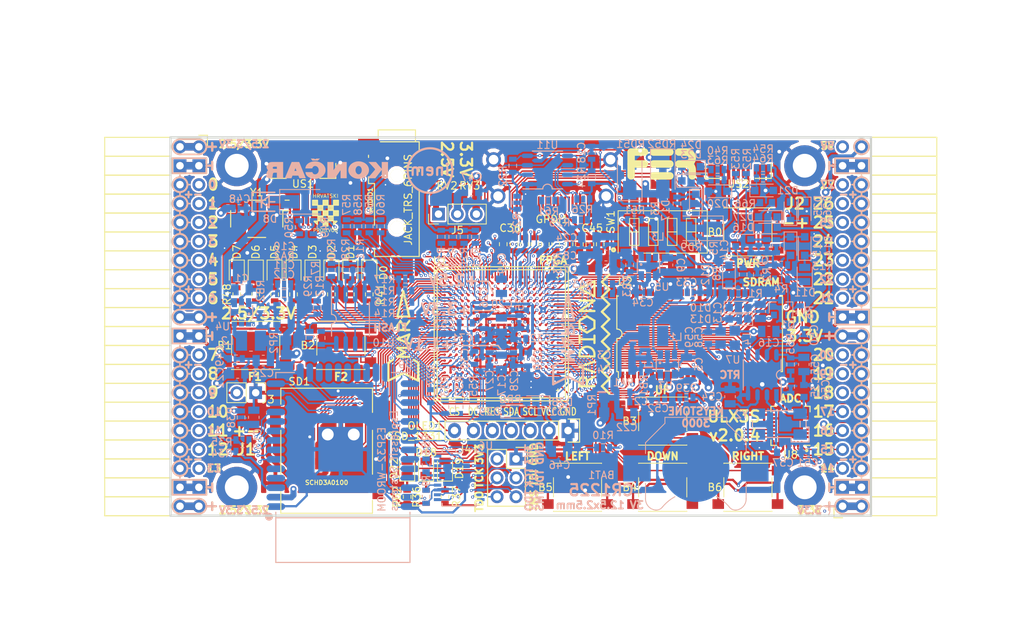
<source format=kicad_pcb>
(kicad_pcb (version 20171130) (host pcbnew 5.0.0-rc3+dfsg1-2)

  (general
    (thickness 1.6)
    (drawings 503)
    (tracks 5083)
    (zones 0)
    (modules 219)
    (nets 319)
  )

  (page A4)
  (layers
    (0 F.Cu signal)
    (1 In1.Cu signal)
    (2 In2.Cu signal)
    (31 B.Cu signal)
    (32 B.Adhes user)
    (33 F.Adhes user)
    (34 B.Paste user)
    (35 F.Paste user)
    (36 B.SilkS user)
    (37 F.SilkS user)
    (38 B.Mask user)
    (39 F.Mask user)
    (40 Dwgs.User user)
    (41 Cmts.User user)
    (42 Eco1.User user)
    (43 Eco2.User user)
    (44 Edge.Cuts user)
    (45 Margin user)
    (46 B.CrtYd user)
    (47 F.CrtYd user)
    (48 B.Fab user hide)
    (49 F.Fab user)
  )

  (setup
    (last_trace_width 0.3)
    (trace_clearance 0.127)
    (zone_clearance 0.127)
    (zone_45_only no)
    (trace_min 0.127)
    (segment_width 0.2)
    (edge_width 0.2)
    (via_size 0.4)
    (via_drill 0.2)
    (via_min_size 0.4)
    (via_min_drill 0.2)
    (uvia_size 0.3)
    (uvia_drill 0.1)
    (uvias_allowed no)
    (uvia_min_size 0.2)
    (uvia_min_drill 0.1)
    (pcb_text_width 0.3)
    (pcb_text_size 1.5 1.5)
    (mod_edge_width 0.15)
    (mod_text_size 1 1)
    (mod_text_width 0.15)
    (pad_size 3.7 3.5)
    (pad_drill 0)
    (pad_to_mask_clearance 0.05)
    (aux_axis_origin 94.1 112.22)
    (grid_origin 94.1 112.22)
    (visible_elements 7FFFFFFF)
    (pcbplotparams
      (layerselection 0x010fc_ffffffff)
      (usegerberextensions true)
      (usegerberattributes false)
      (usegerberadvancedattributes false)
      (creategerberjobfile false)
      (excludeedgelayer true)
      (linewidth 0.100000)
      (plotframeref false)
      (viasonmask false)
      (mode 1)
      (useauxorigin false)
      (hpglpennumber 1)
      (hpglpenspeed 20)
      (hpglpendiameter 15.000000)
      (psnegative false)
      (psa4output false)
      (plotreference true)
      (plotvalue true)
      (plotinvisibletext false)
      (padsonsilk false)
      (subtractmaskfromsilk true)
      (outputformat 1)
      (mirror false)
      (drillshape 0)
      (scaleselection 1)
      (outputdirectory "plot"))
  )

  (net 0 "")
  (net 1 GND)
  (net 2 +5V)
  (net 3 /gpio/IN5V)
  (net 4 /gpio/OUT5V)
  (net 5 +3V3)
  (net 6 BTN_D)
  (net 7 BTN_F1)
  (net 8 BTN_F2)
  (net 9 BTN_L)
  (net 10 BTN_R)
  (net 11 BTN_U)
  (net 12 /power/FB1)
  (net 13 +2V5)
  (net 14 /power/PWREN)
  (net 15 /power/FB3)
  (net 16 /power/FB2)
  (net 17 /power/VBAT)
  (net 18 JTAG_TDI)
  (net 19 JTAG_TCK)
  (net 20 JTAG_TMS)
  (net 21 JTAG_TDO)
  (net 22 /power/WAKEUPn)
  (net 23 /power/WKUP)
  (net 24 /power/SHUT)
  (net 25 /power/WAKE)
  (net 26 /power/HOLD)
  (net 27 /power/WKn)
  (net 28 /power/OSCI_32k)
  (net 29 /power/OSCO_32k)
  (net 30 SHUTDOWN)
  (net 31 GPDI_SDA)
  (net 32 GPDI_SCL)
  (net 33 /gpdi/VREF2)
  (net 34 SD_CMD)
  (net 35 SD_CLK)
  (net 36 SD_D0)
  (net 37 SD_D1)
  (net 38 USB5V)
  (net 39 GPDI_CEC)
  (net 40 nRESET)
  (net 41 FTDI_nDTR)
  (net 42 SDRAM_CKE)
  (net 43 SDRAM_A7)
  (net 44 SDRAM_D15)
  (net 45 SDRAM_BA1)
  (net 46 SDRAM_D7)
  (net 47 SDRAM_A6)
  (net 48 SDRAM_CLK)
  (net 49 SDRAM_D13)
  (net 50 SDRAM_BA0)
  (net 51 SDRAM_D6)
  (net 52 SDRAM_A5)
  (net 53 SDRAM_D14)
  (net 54 SDRAM_A11)
  (net 55 SDRAM_D12)
  (net 56 SDRAM_D5)
  (net 57 SDRAM_A4)
  (net 58 SDRAM_A10)
  (net 59 SDRAM_D11)
  (net 60 SDRAM_A3)
  (net 61 SDRAM_D4)
  (net 62 SDRAM_D10)
  (net 63 SDRAM_D9)
  (net 64 SDRAM_A9)
  (net 65 SDRAM_D3)
  (net 66 SDRAM_D8)
  (net 67 SDRAM_A8)
  (net 68 SDRAM_A2)
  (net 69 SDRAM_A1)
  (net 70 SDRAM_A0)
  (net 71 SDRAM_D2)
  (net 72 SDRAM_D1)
  (net 73 SDRAM_D0)
  (net 74 SDRAM_DQM0)
  (net 75 SDRAM_nCS)
  (net 76 SDRAM_nRAS)
  (net 77 SDRAM_DQM1)
  (net 78 SDRAM_nCAS)
  (net 79 SDRAM_nWE)
  (net 80 /flash/FLASH_nWP)
  (net 81 /flash/FLASH_nHOLD)
  (net 82 /flash/FLASH_MOSI)
  (net 83 /flash/FLASH_MISO)
  (net 84 /flash/FLASH_SCK)
  (net 85 /flash/FLASH_nCS)
  (net 86 /flash/FPGA_PROGRAMN)
  (net 87 /flash/FPGA_DONE)
  (net 88 /flash/FPGA_INITN)
  (net 89 OLED_RES)
  (net 90 OLED_DC)
  (net 91 OLED_CS)
  (net 92 WIFI_EN)
  (net 93 FTDI_nRTS)
  (net 94 FTDI_TXD)
  (net 95 FTDI_RXD)
  (net 96 WIFI_RXD)
  (net 97 WIFI_GPIO0)
  (net 98 WIFI_TXD)
  (net 99 USB_FTDI_D+)
  (net 100 USB_FTDI_D-)
  (net 101 SD_D3)
  (net 102 AUDIO_L3)
  (net 103 AUDIO_L2)
  (net 104 AUDIO_L1)
  (net 105 AUDIO_L0)
  (net 106 AUDIO_R3)
  (net 107 AUDIO_R2)
  (net 108 AUDIO_R1)
  (net 109 AUDIO_R0)
  (net 110 OLED_CLK)
  (net 111 OLED_MOSI)
  (net 112 LED0)
  (net 113 LED1)
  (net 114 LED2)
  (net 115 LED3)
  (net 116 LED4)
  (net 117 LED5)
  (net 118 LED6)
  (net 119 LED7)
  (net 120 BTN_PWRn)
  (net 121 FTDI_nTXLED)
  (net 122 FTDI_nSLEEP)
  (net 123 /blinkey/LED_PWREN)
  (net 124 /blinkey/LED_TXLED)
  (net 125 /sdcard/SD3V3)
  (net 126 SD_D2)
  (net 127 CLK_25MHz)
  (net 128 /blinkey/BTNPUL)
  (net 129 /blinkey/BTNPUR)
  (net 130 USB_FPGA_D+)
  (net 131 /power/FTDI_nSUSPEND)
  (net 132 /blinkey/ALED0)
  (net 133 /blinkey/ALED1)
  (net 134 /blinkey/ALED2)
  (net 135 /blinkey/ALED3)
  (net 136 /blinkey/ALED4)
  (net 137 /blinkey/ALED5)
  (net 138 /blinkey/ALED6)
  (net 139 /blinkey/ALED7)
  (net 140 /usb/FTD-)
  (net 141 /usb/FTD+)
  (net 142 ADC_MISO)
  (net 143 ADC_MOSI)
  (net 144 ADC_CSn)
  (net 145 ADC_SCLK)
  (net 146 SW3)
  (net 147 SW2)
  (net 148 SW1)
  (net 149 USB_FPGA_D-)
  (net 150 /usb/FPD+)
  (net 151 /usb/FPD-)
  (net 152 WIFI_GPIO16)
  (net 153 /usb/ANT_433MHz)
  (net 154 PROG_DONE)
  (net 155 /power/P3V3)
  (net 156 /power/P2V5)
  (net 157 /power/L1)
  (net 158 /power/L3)
  (net 159 /power/L2)
  (net 160 FTDI_TXDEN)
  (net 161 SDRAM_A12)
  (net 162 /analog/AUDIO_V)
  (net 163 AUDIO_V3)
  (net 164 AUDIO_V2)
  (net 165 AUDIO_V1)
  (net 166 AUDIO_V0)
  (net 167 /blinkey/LED_WIFI)
  (net 168 /power/P1V1)
  (net 169 +1V1)
  (net 170 SW4)
  (net 171 /blinkey/SWPU)
  (net 172 /wifi/WIFIEN)
  (net 173 FT2V5)
  (net 174 GN0)
  (net 175 GP0)
  (net 176 GN1)
  (net 177 GP1)
  (net 178 GN2)
  (net 179 GP2)
  (net 180 GN3)
  (net 181 GP3)
  (net 182 GN4)
  (net 183 GP4)
  (net 184 GN5)
  (net 185 GP5)
  (net 186 GN6)
  (net 187 GP6)
  (net 188 GN14)
  (net 189 GP14)
  (net 190 GN15)
  (net 191 GP15)
  (net 192 GN16)
  (net 193 GP16)
  (net 194 GN17)
  (net 195 GP17)
  (net 196 GN18)
  (net 197 GP18)
  (net 198 GN19)
  (net 199 GP19)
  (net 200 GN20)
  (net 201 GP20)
  (net 202 GN21)
  (net 203 GP21)
  (net 204 GN22)
  (net 205 GP22)
  (net 206 GN23)
  (net 207 GP23)
  (net 208 GN24)
  (net 209 GP24)
  (net 210 GN25)
  (net 211 GP25)
  (net 212 GN26)
  (net 213 GP26)
  (net 214 GN27)
  (net 215 GP27)
  (net 216 GN7)
  (net 217 GP7)
  (net 218 GN8)
  (net 219 GP8)
  (net 220 GN9)
  (net 221 GP9)
  (net 222 GN10)
  (net 223 GP10)
  (net 224 GN11)
  (net 225 GP11)
  (net 226 GN12)
  (net 227 GP12)
  (net 228 GN13)
  (net 229 GP13)
  (net 230 WIFI_GPIO5)
  (net 231 WIFI_GPIO17)
  (net 232 USB_FPGA_PULL_D+)
  (net 233 USB_FPGA_PULL_D-)
  (net 234 "Net-(D23-Pad2)")
  (net 235 "Net-(D24-Pad1)")
  (net 236 "Net-(D25-Pad2)")
  (net 237 "Net-(D26-Pad1)")
  (net 238 /gpdi/GPDI_ETH+)
  (net 239 FPDI_ETH+)
  (net 240 /gpdi/GPDI_ETH-)
  (net 241 FPDI_ETH-)
  (net 242 /gpdi/GPDI_D2-)
  (net 243 FPDI_D2-)
  (net 244 /gpdi/GPDI_D1-)
  (net 245 FPDI_D1-)
  (net 246 /gpdi/GPDI_D0-)
  (net 247 FPDI_D0-)
  (net 248 /gpdi/GPDI_CLK-)
  (net 249 FPDI_CLK-)
  (net 250 /gpdi/GPDI_D2+)
  (net 251 FPDI_D2+)
  (net 252 /gpdi/GPDI_D1+)
  (net 253 FPDI_D1+)
  (net 254 /gpdi/GPDI_D0+)
  (net 255 FPDI_D0+)
  (net 256 /gpdi/GPDI_CLK+)
  (net 257 FPDI_CLK+)
  (net 258 FPDI_SDA)
  (net 259 FPDI_SCL)
  (net 260 /gpdi/FPDI_CEC)
  (net 261 2V5_3V3)
  (net 262 "Net-(AUDIO1-Pad5)")
  (net 263 "Net-(AUDIO1-Pad6)")
  (net 264 "Net-(U1-PadA15)")
  (net 265 "Net-(U1-PadC9)")
  (net 266 "Net-(U1-PadD9)")
  (net 267 "Net-(U1-PadD10)")
  (net 268 "Net-(U1-PadD11)")
  (net 269 "Net-(U1-PadD12)")
  (net 270 "Net-(U1-PadE6)")
  (net 271 "Net-(U1-PadE9)")
  (net 272 "Net-(U1-PadE10)")
  (net 273 "Net-(U1-PadE11)")
  (net 274 "Net-(U1-PadJ4)")
  (net 275 "Net-(U1-PadJ5)")
  (net 276 "Net-(U1-PadK5)")
  (net 277 "Net-(U1-PadL5)")
  (net 278 "Net-(U1-PadM5)")
  (net 279 SD_CD)
  (net 280 SD_WP)
  (net 281 "Net-(U1-PadR3)")
  (net 282 "Net-(U1-PadT16)")
  (net 283 "Net-(U1-PadW4)")
  (net 284 "Net-(U1-PadW5)")
  (net 285 "Net-(U1-PadW8)")
  (net 286 "Net-(U1-PadW9)")
  (net 287 "Net-(U1-PadW13)")
  (net 288 "Net-(U1-PadW14)")
  (net 289 "Net-(U1-PadW17)")
  (net 290 "Net-(U1-PadW18)")
  (net 291 FTDI_nRXLED)
  (net 292 "Net-(U8-Pad12)")
  (net 293 "Net-(U8-Pad25)")
  (net 294 "Net-(U9-Pad32)")
  (net 295 "Net-(U9-Pad22)")
  (net 296 "Net-(U9-Pad21)")
  (net 297 "Net-(U9-Pad20)")
  (net 298 "Net-(U9-Pad19)")
  (net 299 "Net-(U9-Pad18)")
  (net 300 "Net-(U9-Pad17)")
  (net 301 "Net-(U9-Pad12)")
  (net 302 "Net-(U9-Pad5)")
  (net 303 "Net-(U9-Pad4)")
  (net 304 "Net-(US1-Pad4)")
  (net 305 "Net-(Y2-Pad3)")
  (net 306 "Net-(Y2-Pad2)")
  (net 307 "Net-(U1-PadK16)")
  (net 308 "Net-(U1-PadK17)")
  (net 309 /usb/US2VBUS)
  (net 310 /power/SHD)
  (net 311 /power/RTCVDD)
  (net 312 "Net-(D27-Pad2)")
  (net 313 US2_ID)
  (net 314 /analog/AUDIO_L)
  (net 315 /analog/AUDIO_R)
  (net 316 /analog/ADC3V3)
  (net 317 PWRBTn)
  (net 318 USER_PROGRAMN)

  (net_class Default "This is the default net class."
    (clearance 0.127)
    (trace_width 0.3)
    (via_dia 0.4)
    (via_drill 0.2)
    (uvia_dia 0.3)
    (uvia_drill 0.1)
    (add_net +1V1)
    (add_net +2V5)
    (add_net +3V3)
    (add_net +5V)
    (add_net /analog/ADC3V3)
    (add_net /analog/AUDIO_L)
    (add_net /analog/AUDIO_R)
    (add_net /analog/AUDIO_V)
    (add_net /blinkey/ALED0)
    (add_net /blinkey/ALED1)
    (add_net /blinkey/ALED2)
    (add_net /blinkey/ALED3)
    (add_net /blinkey/ALED4)
    (add_net /blinkey/ALED5)
    (add_net /blinkey/ALED6)
    (add_net /blinkey/ALED7)
    (add_net /blinkey/BTNPUL)
    (add_net /blinkey/BTNPUR)
    (add_net /blinkey/LED_PWREN)
    (add_net /blinkey/LED_TXLED)
    (add_net /blinkey/LED_WIFI)
    (add_net /blinkey/SWPU)
    (add_net /gpdi/GPDI_CLK+)
    (add_net /gpdi/GPDI_CLK-)
    (add_net /gpdi/GPDI_D0+)
    (add_net /gpdi/GPDI_D0-)
    (add_net /gpdi/GPDI_D1+)
    (add_net /gpdi/GPDI_D1-)
    (add_net /gpdi/GPDI_D2+)
    (add_net /gpdi/GPDI_D2-)
    (add_net /gpdi/GPDI_ETH+)
    (add_net /gpdi/GPDI_ETH-)
    (add_net /gpdi/VREF2)
    (add_net /gpio/IN5V)
    (add_net /gpio/OUT5V)
    (add_net /power/FB1)
    (add_net /power/FB2)
    (add_net /power/FB3)
    (add_net /power/FTDI_nSUSPEND)
    (add_net /power/HOLD)
    (add_net /power/L1)
    (add_net /power/L2)
    (add_net /power/L3)
    (add_net /power/OSCI_32k)
    (add_net /power/OSCO_32k)
    (add_net /power/P1V1)
    (add_net /power/P2V5)
    (add_net /power/P3V3)
    (add_net /power/PWREN)
    (add_net /power/RTCVDD)
    (add_net /power/SHD)
    (add_net /power/SHUT)
    (add_net /power/VBAT)
    (add_net /power/WAKE)
    (add_net /power/WAKEUPn)
    (add_net /power/WKUP)
    (add_net /power/WKn)
    (add_net /sdcard/SD3V3)
    (add_net /usb/ANT_433MHz)
    (add_net /usb/FPD+)
    (add_net /usb/FPD-)
    (add_net /usb/FTD+)
    (add_net /usb/FTD-)
    (add_net /usb/US2VBUS)
    (add_net /wifi/WIFIEN)
    (add_net 2V5_3V3)
    (add_net FT2V5)
    (add_net FTDI_nRXLED)
    (add_net GND)
    (add_net "Net-(AUDIO1-Pad5)")
    (add_net "Net-(AUDIO1-Pad6)")
    (add_net "Net-(D23-Pad2)")
    (add_net "Net-(D24-Pad1)")
    (add_net "Net-(D25-Pad2)")
    (add_net "Net-(D26-Pad1)")
    (add_net "Net-(D27-Pad2)")
    (add_net "Net-(U1-PadA15)")
    (add_net "Net-(U1-PadC9)")
    (add_net "Net-(U1-PadD10)")
    (add_net "Net-(U1-PadD11)")
    (add_net "Net-(U1-PadD12)")
    (add_net "Net-(U1-PadD9)")
    (add_net "Net-(U1-PadE10)")
    (add_net "Net-(U1-PadE11)")
    (add_net "Net-(U1-PadE6)")
    (add_net "Net-(U1-PadE9)")
    (add_net "Net-(U1-PadJ4)")
    (add_net "Net-(U1-PadJ5)")
    (add_net "Net-(U1-PadK16)")
    (add_net "Net-(U1-PadK17)")
    (add_net "Net-(U1-PadK5)")
    (add_net "Net-(U1-PadL5)")
    (add_net "Net-(U1-PadM5)")
    (add_net "Net-(U1-PadR3)")
    (add_net "Net-(U1-PadT16)")
    (add_net "Net-(U1-PadW13)")
    (add_net "Net-(U1-PadW14)")
    (add_net "Net-(U1-PadW17)")
    (add_net "Net-(U1-PadW18)")
    (add_net "Net-(U1-PadW4)")
    (add_net "Net-(U1-PadW5)")
    (add_net "Net-(U1-PadW8)")
    (add_net "Net-(U1-PadW9)")
    (add_net "Net-(U8-Pad12)")
    (add_net "Net-(U8-Pad25)")
    (add_net "Net-(U9-Pad12)")
    (add_net "Net-(U9-Pad17)")
    (add_net "Net-(U9-Pad18)")
    (add_net "Net-(U9-Pad19)")
    (add_net "Net-(U9-Pad20)")
    (add_net "Net-(U9-Pad21)")
    (add_net "Net-(U9-Pad22)")
    (add_net "Net-(U9-Pad32)")
    (add_net "Net-(U9-Pad4)")
    (add_net "Net-(U9-Pad5)")
    (add_net "Net-(US1-Pad4)")
    (add_net "Net-(Y2-Pad2)")
    (add_net "Net-(Y2-Pad3)")
    (add_net SD_CD)
    (add_net SD_WP)
    (add_net US2_ID)
    (add_net USB5V)
  )

  (net_class BGA ""
    (clearance 0.127)
    (trace_width 0.19)
    (via_dia 0.4)
    (via_drill 0.2)
    (uvia_dia 0.3)
    (uvia_drill 0.1)
    (add_net /flash/FLASH_MISO)
    (add_net /flash/FLASH_MOSI)
    (add_net /flash/FLASH_SCK)
    (add_net /flash/FLASH_nCS)
    (add_net /flash/FLASH_nHOLD)
    (add_net /flash/FLASH_nWP)
    (add_net /flash/FPGA_DONE)
    (add_net /flash/FPGA_INITN)
    (add_net /flash/FPGA_PROGRAMN)
    (add_net /gpdi/FPDI_CEC)
    (add_net ADC_CSn)
    (add_net ADC_MISO)
    (add_net ADC_MOSI)
    (add_net ADC_SCLK)
    (add_net AUDIO_L0)
    (add_net AUDIO_L1)
    (add_net AUDIO_L2)
    (add_net AUDIO_L3)
    (add_net AUDIO_R0)
    (add_net AUDIO_R1)
    (add_net AUDIO_R2)
    (add_net AUDIO_R3)
    (add_net AUDIO_V0)
    (add_net AUDIO_V1)
    (add_net AUDIO_V2)
    (add_net AUDIO_V3)
    (add_net BTN_D)
    (add_net BTN_F1)
    (add_net BTN_F2)
    (add_net BTN_L)
    (add_net BTN_PWRn)
    (add_net BTN_R)
    (add_net BTN_U)
    (add_net CLK_25MHz)
    (add_net FPDI_CLK+)
    (add_net FPDI_CLK-)
    (add_net FPDI_D0+)
    (add_net FPDI_D0-)
    (add_net FPDI_D1+)
    (add_net FPDI_D1-)
    (add_net FPDI_D2+)
    (add_net FPDI_D2-)
    (add_net FPDI_ETH+)
    (add_net FPDI_ETH-)
    (add_net FPDI_SCL)
    (add_net FPDI_SDA)
    (add_net FTDI_RXD)
    (add_net FTDI_TXD)
    (add_net FTDI_TXDEN)
    (add_net FTDI_nDTR)
    (add_net FTDI_nRTS)
    (add_net FTDI_nSLEEP)
    (add_net FTDI_nTXLED)
    (add_net GN0)
    (add_net GN1)
    (add_net GN10)
    (add_net GN11)
    (add_net GN12)
    (add_net GN13)
    (add_net GN14)
    (add_net GN15)
    (add_net GN16)
    (add_net GN17)
    (add_net GN18)
    (add_net GN19)
    (add_net GN2)
    (add_net GN20)
    (add_net GN21)
    (add_net GN22)
    (add_net GN23)
    (add_net GN24)
    (add_net GN25)
    (add_net GN26)
    (add_net GN27)
    (add_net GN3)
    (add_net GN4)
    (add_net GN5)
    (add_net GN6)
    (add_net GN7)
    (add_net GN8)
    (add_net GN9)
    (add_net GP0)
    (add_net GP1)
    (add_net GP10)
    (add_net GP11)
    (add_net GP12)
    (add_net GP13)
    (add_net GP14)
    (add_net GP15)
    (add_net GP16)
    (add_net GP17)
    (add_net GP18)
    (add_net GP19)
    (add_net GP2)
    (add_net GP20)
    (add_net GP21)
    (add_net GP22)
    (add_net GP23)
    (add_net GP24)
    (add_net GP25)
    (add_net GP26)
    (add_net GP27)
    (add_net GP3)
    (add_net GP4)
    (add_net GP5)
    (add_net GP6)
    (add_net GP7)
    (add_net GP8)
    (add_net GP9)
    (add_net GPDI_CEC)
    (add_net GPDI_SCL)
    (add_net GPDI_SDA)
    (add_net JTAG_TCK)
    (add_net JTAG_TDI)
    (add_net JTAG_TDO)
    (add_net JTAG_TMS)
    (add_net LED0)
    (add_net LED1)
    (add_net LED2)
    (add_net LED3)
    (add_net LED4)
    (add_net LED5)
    (add_net LED6)
    (add_net LED7)
    (add_net OLED_CLK)
    (add_net OLED_CS)
    (add_net OLED_DC)
    (add_net OLED_MOSI)
    (add_net OLED_RES)
    (add_net PROG_DONE)
    (add_net PWRBTn)
    (add_net SDRAM_A0)
    (add_net SDRAM_A1)
    (add_net SDRAM_A10)
    (add_net SDRAM_A11)
    (add_net SDRAM_A12)
    (add_net SDRAM_A2)
    (add_net SDRAM_A3)
    (add_net SDRAM_A4)
    (add_net SDRAM_A5)
    (add_net SDRAM_A6)
    (add_net SDRAM_A7)
    (add_net SDRAM_A8)
    (add_net SDRAM_A9)
    (add_net SDRAM_BA0)
    (add_net SDRAM_BA1)
    (add_net SDRAM_CKE)
    (add_net SDRAM_CLK)
    (add_net SDRAM_D0)
    (add_net SDRAM_D1)
    (add_net SDRAM_D10)
    (add_net SDRAM_D11)
    (add_net SDRAM_D12)
    (add_net SDRAM_D13)
    (add_net SDRAM_D14)
    (add_net SDRAM_D15)
    (add_net SDRAM_D2)
    (add_net SDRAM_D3)
    (add_net SDRAM_D4)
    (add_net SDRAM_D5)
    (add_net SDRAM_D6)
    (add_net SDRAM_D7)
    (add_net SDRAM_D8)
    (add_net SDRAM_D9)
    (add_net SDRAM_DQM0)
    (add_net SDRAM_DQM1)
    (add_net SDRAM_nCAS)
    (add_net SDRAM_nCS)
    (add_net SDRAM_nRAS)
    (add_net SDRAM_nWE)
    (add_net SD_CLK)
    (add_net SD_CMD)
    (add_net SD_D0)
    (add_net SD_D1)
    (add_net SD_D2)
    (add_net SD_D3)
    (add_net SHUTDOWN)
    (add_net SW1)
    (add_net SW2)
    (add_net SW3)
    (add_net SW4)
    (add_net USB_FPGA_D+)
    (add_net USB_FPGA_D-)
    (add_net USB_FPGA_PULL_D+)
    (add_net USB_FPGA_PULL_D-)
    (add_net USB_FTDI_D+)
    (add_net USB_FTDI_D-)
    (add_net USER_PROGRAMN)
    (add_net WIFI_EN)
    (add_net WIFI_GPIO0)
    (add_net WIFI_GPIO16)
    (add_net WIFI_GPIO17)
    (add_net WIFI_GPIO5)
    (add_net WIFI_RXD)
    (add_net WIFI_TXD)
    (add_net nRESET)
  )

  (net_class Minimal ""
    (clearance 0.127)
    (trace_width 0.127)
    (via_dia 0.4)
    (via_drill 0.2)
    (uvia_dia 0.3)
    (uvia_drill 0.1)
  )

  (module conn-fci:CONN-10029449-111RLF (layer F.Cu) (tedit 5B407082) (tstamp 5AFABAC2)
    (at 145.296 69.312 180)
    (path /58D686D9/58D69067)
    (attr smd)
    (fp_text reference GPDI1 (at 0 -3.1115 180) (layer F.SilkS)
      (effects (font (size 1 1) (thickness 0.15)))
    )
    (fp_text value GPDI-D (at 0 0 180) (layer F.Fab)
      (effects (font (size 1 1) (thickness 0.15)))
    )
    (fp_line (start -9.1 7.5) (end -9.1 -2.2) (layer F.CrtYd) (width 0.35))
    (fp_line (start -9.1 -2.2) (end 9.1 -2.2) (layer F.CrtYd) (width 0.35))
    (fp_line (start 9.1 -2.2) (end 9.1 7.5) (layer F.CrtYd) (width 0.35))
    (fp_line (start 9.1 7.5) (end -9.1 7.5) (layer F.CrtYd) (width 0.35))
    (pad 19 smd rect (at -4.25 -1 180) (size 0.3 1.9) (layers F.Cu F.Paste F.Mask)
      (net 240 /gpdi/GPDI_ETH-))
    (pad 18 smd rect (at -3.75 -1 180) (size 0.3 1.9) (layers F.Cu F.Paste F.Mask)
      (net 2 +5V))
    (pad 17 smd rect (at -3.25 -1 180) (size 0.3 1.9) (layers F.Cu F.Paste F.Mask)
      (net 1 GND))
    (pad 16 smd rect (at -2.75 -1 180) (size 0.3 1.9) (layers F.Cu F.Paste F.Mask)
      (net 31 GPDI_SDA))
    (pad 15 smd rect (at -2.25 -1 180) (size 0.3 1.9) (layers F.Cu F.Paste F.Mask)
      (net 32 GPDI_SCL))
    (pad 14 smd rect (at -1.75 -1 180) (size 0.3 1.9) (layers F.Cu F.Paste F.Mask)
      (net 238 /gpdi/GPDI_ETH+))
    (pad 13 smd rect (at -1.25 -1 180) (size 0.3 1.9) (layers F.Cu F.Paste F.Mask)
      (net 39 GPDI_CEC))
    (pad 12 smd rect (at -0.75 -1 180) (size 0.3 1.9) (layers F.Cu F.Paste F.Mask)
      (net 248 /gpdi/GPDI_CLK-))
    (pad 11 smd rect (at -0.25 -1 180) (size 0.3 1.9) (layers F.Cu F.Paste F.Mask)
      (net 1 GND))
    (pad 10 smd rect (at 0.25 -1 180) (size 0.3 1.9) (layers F.Cu F.Paste F.Mask)
      (net 256 /gpdi/GPDI_CLK+))
    (pad 9 smd rect (at 0.75 -1 180) (size 0.3 1.9) (layers F.Cu F.Paste F.Mask)
      (net 246 /gpdi/GPDI_D0-))
    (pad 8 smd rect (at 1.25 -1 180) (size 0.3 1.9) (layers F.Cu F.Paste F.Mask)
      (net 1 GND))
    (pad 7 smd rect (at 1.75 -1 180) (size 0.3 1.9) (layers F.Cu F.Paste F.Mask)
      (net 254 /gpdi/GPDI_D0+))
    (pad 6 smd rect (at 2.25 -1 180) (size 0.3 1.9) (layers F.Cu F.Paste F.Mask)
      (net 244 /gpdi/GPDI_D1-))
    (pad 5 smd rect (at 2.75 -1 180) (size 0.3 1.9) (layers F.Cu F.Paste F.Mask)
      (net 1 GND))
    (pad 4 smd rect (at 3.25 -1 180) (size 0.3 1.9) (layers F.Cu F.Paste F.Mask)
      (net 252 /gpdi/GPDI_D1+))
    (pad 3 smd rect (at 3.75 -1 180) (size 0.3 1.9) (layers F.Cu F.Paste F.Mask)
      (net 242 /gpdi/GPDI_D2-))
    (pad 2 smd rect (at 4.25 -1 180) (size 0.3 1.9) (layers F.Cu F.Paste F.Mask)
      (net 1 GND))
    (pad 1 smd rect (at 4.75 -1 180) (size 0.3 1.9) (layers F.Cu F.Paste F.Mask)
      (net 250 /gpdi/GPDI_D2+))
    (pad 0 thru_hole circle (at -7.25 0 180) (size 2 2) (drill 1.3) (layers *.Cu *.Mask F.Paste)
      (net 1 GND))
    (pad 0 thru_hole circle (at 7.25 0 180) (size 2 2) (drill 1.3) (layers *.Cu *.Mask F.Paste)
      (net 1 GND))
    (pad 0 thru_hole circle (at -7.85 4.9 180) (size 2 2) (drill 1.3) (layers *.Cu *.Mask F.Paste)
      (net 1 GND))
    (pad 0 thru_hole circle (at 7.85 4.9 180) (size 2 2) (drill 1.3) (layers *.Cu *.Mask F.Paste)
      (net 1 GND))
    (model ${KIPRJMOD}/footprints/hdmi-d/hdmi-d.3dshapes/10029449-111RLF.wrl
      (offset (xyz 0 -1.6 3.3))
      (scale (xyz 0.3937 0.3937 0.3937))
      (rotate (xyz 180 0 0))
    )
  )

  (module ESP32:ESP32-WROOM (layer B.Cu) (tedit 5B406615) (tstamp 5A111CE5)
    (at 117.23 105.75 180)
    (path /58D6D447/58E5662B)
    (attr smd)
    (fp_text reference U9 (at -8.366 13.85 180) (layer B.SilkS)
      (effects (font (size 1 1) (thickness 0.15)) (justify mirror))
    )
    (fp_text value ESP-WROOM32 (at 5.715 -14.224 180) (layer B.Fab)
      (effects (font (size 1 1) (thickness 0.15)) (justify mirror))
    )
    (fp_text user "Espressif Systems" (at -6.858 0.889 90) (layer B.SilkS)
      (effects (font (size 1 1) (thickness 0.15)) (justify mirror))
    )
    (fp_circle (center 9.906 -6.604) (end 10.033 -6.858) (layer B.SilkS) (width 0.5))
    (fp_text user ESP32-WROOM (at -5.207 -0.254 90) (layer B.SilkS)
      (effects (font (size 1 1) (thickness 0.15)) (justify mirror))
    )
    (fp_line (start -9 -6.75) (end 9 -6.75) (layer B.SilkS) (width 0.15))
    (fp_line (start 9 -12.75) (end 9 -6) (layer B.SilkS) (width 0.15))
    (fp_line (start -9 -12.75) (end -9 -6) (layer B.SilkS) (width 0.15))
    (fp_line (start -9 -12.75) (end 9 -12.75) (layer B.SilkS) (width 0.15))
    (fp_line (start -9 12) (end -9 12.75) (layer B.SilkS) (width 0.15))
    (fp_line (start -9 12.75) (end -6.5 12.75) (layer B.SilkS) (width 0.15))
    (fp_line (start 6.5 12.75) (end 9 12.75) (layer B.SilkS) (width 0.15))
    (fp_line (start 9 12.75) (end 9 12) (layer B.SilkS) (width 0.15))
    (pad 38 smd oval (at -9 -5.25 180) (size 2.5 0.9) (layers B.Cu B.Mask)
      (net 1 GND))
    (pad 37 smd oval (at -9 -3.98 180) (size 2.5 0.9) (layers B.Cu B.Mask)
      (net 18 JTAG_TDI))
    (pad 36 smd oval (at -9 -2.71 180) (size 2.5 0.9) (layers B.Cu B.Mask)
      (net 154 PROG_DONE))
    (pad 35 smd oval (at -9 -1.44 180) (size 2.5 0.9) (layers B.Cu B.Mask)
      (net 98 WIFI_TXD))
    (pad 34 smd oval (at -9 -0.17 180) (size 2.5 0.9) (layers B.Cu B.Mask)
      (net 96 WIFI_RXD))
    (pad 33 smd oval (at -9 1.1 180) (size 2.5 0.9) (layers B.Cu B.Mask)
      (net 20 JTAG_TMS))
    (pad 32 smd oval (at -9 2.37 180) (size 2.5 0.9) (layers B.Cu B.Mask)
      (net 294 "Net-(U9-Pad32)"))
    (pad 31 smd oval (at -9 3.64 180) (size 2.5 0.9) (layers B.Cu B.Mask)
      (net 21 JTAG_TDO))
    (pad 30 smd oval (at -9 4.91 180) (size 2.5 0.9) (layers B.Cu B.Mask)
      (net 19 JTAG_TCK))
    (pad 29 smd oval (at -9 6.18 180) (size 2.5 0.9) (layers B.Cu B.Mask)
      (net 230 WIFI_GPIO5))
    (pad 28 smd oval (at -9 7.45 180) (size 2.5 0.9) (layers B.Cu B.Mask)
      (net 231 WIFI_GPIO17))
    (pad 27 smd oval (at -9 8.72 180) (size 2.5 0.9) (layers B.Cu B.Mask)
      (net 152 WIFI_GPIO16))
    (pad 26 smd oval (at -9 9.99 180) (size 2.5 0.9) (layers B.Cu B.Mask)
      (net 37 SD_D1))
    (pad 25 smd oval (at -9 11.26 180) (size 2.5 0.9) (layers B.Cu B.Mask)
      (net 97 WIFI_GPIO0))
    (pad 24 smd oval (at -5.715 12.75 180) (size 0.9 2.5) (layers B.Cu B.Mask)
      (net 36 SD_D0))
    (pad 23 smd oval (at -4.445 12.75 180) (size 0.9 2.5) (layers B.Cu B.Mask)
      (net 34 SD_CMD))
    (pad 22 smd oval (at -3.175 12.75 180) (size 0.9 2.5) (layers B.Cu B.Mask)
      (net 295 "Net-(U9-Pad22)"))
    (pad 21 smd oval (at -1.905 12.75 180) (size 0.9 2.5) (layers B.Cu B.Mask)
      (net 296 "Net-(U9-Pad21)"))
    (pad 20 smd oval (at -0.635 12.75 180) (size 0.9 2.5) (layers B.Cu B.Mask)
      (net 297 "Net-(U9-Pad20)"))
    (pad 19 smd oval (at 0.635 12.75 180) (size 0.9 2.5) (layers B.Cu B.Mask)
      (net 298 "Net-(U9-Pad19)"))
    (pad 18 smd oval (at 1.905 12.75 180) (size 0.9 2.5) (layers B.Cu B.Mask)
      (net 299 "Net-(U9-Pad18)"))
    (pad 17 smd oval (at 3.175 12.75 180) (size 0.9 2.5) (layers B.Cu B.Mask)
      (net 300 "Net-(U9-Pad17)"))
    (pad 16 smd oval (at 4.445 12.75 180) (size 0.9 2.5) (layers B.Cu B.Mask)
      (net 101 SD_D3))
    (pad 15 smd oval (at 5.715 12.75 180) (size 0.9 2.5) (layers B.Cu B.Mask)
      (net 1 GND))
    (pad 14 smd oval (at 9 11.26 180) (size 2.5 0.9) (layers B.Cu B.Mask)
      (net 126 SD_D2))
    (pad 13 smd oval (at 9 9.99 180) (size 2.5 0.9) (layers B.Cu B.Mask)
      (net 35 SD_CLK))
    (pad 12 smd oval (at 9 8.72 180) (size 2.5 0.9) (layers B.Cu B.Mask)
      (net 301 "Net-(U9-Pad12)"))
    (pad 11 smd oval (at 9 7.45 180) (size 2.5 0.9) (layers B.Cu B.Mask)
      (net 224 GN11))
    (pad 10 smd oval (at 9 6.18 180) (size 2.5 0.9) (layers B.Cu B.Mask)
      (net 225 GP11))
    (pad 9 smd oval (at 9 4.91 180) (size 2.5 0.9) (layers B.Cu B.Mask)
      (net 226 GN12))
    (pad 8 smd oval (at 9 3.64 180) (size 2.5 0.9) (layers B.Cu B.Mask)
      (net 227 GP12))
    (pad 7 smd oval (at 9 2.37 180) (size 2.5 0.9) (layers B.Cu B.Mask)
      (net 228 GN13))
    (pad 6 smd oval (at 9 1.1 180) (size 2.5 0.9) (layers B.Cu B.Mask)
      (net 229 GP13))
    (pad 5 smd oval (at 9 -0.17 180) (size 2.5 0.9) (layers B.Cu B.Mask)
      (net 302 "Net-(U9-Pad5)"))
    (pad 4 smd oval (at 9 -1.44 180) (size 2.5 0.9) (layers B.Cu B.Mask)
      (net 303 "Net-(U9-Pad4)"))
    (pad 3 smd oval (at 9 -2.71 180) (size 2.5 0.9) (layers B.Cu B.Mask)
      (net 172 /wifi/WIFIEN))
    (pad 2 smd oval (at 9 -3.98 180) (size 2.5 0.9) (layers B.Cu B.Mask)
      (net 5 +3V3))
    (pad 1 smd oval (at 9 -5.25 180) (size 2.5 0.9) (layers B.Cu B.Mask)
      (net 1 GND))
    (pad 39 smd rect (at 0.3 2.45 180) (size 6 6) (layers B.Cu B.Mask)
      (net 1 GND))
    (model ./footprints/esp32/ESP32.3dshapes/KiCAD-ESP-WROOM-32.wrl
      (at (xyz 0 0 0))
      (scale (xyz 1 1 1))
      (rotate (xyz 0 0 0))
    )
  )

  (module Capacitor_SMD:C_0603_1608Metric (layer B.Cu) (tedit 59FE48B8) (tstamp 5AF6F5BB)
    (at 102.863 91.156)
    (descr "Capacitor SMD 0603 (1608 Metric), square (rectangular) end terminal, IPC_7351 nominal, (Body size source: http://www.tortai-tech.com/upload/download/2011102023233369053.pdf), generated with kicad-footprint-generator")
    (tags capacitor)
    (path /58D51CAD/5ABCECF1)
    (attr smd)
    (fp_text reference C49 (at -2.159 -0.399 90) (layer B.SilkS)
      (effects (font (size 1 1) (thickness 0.15)) (justify mirror))
    )
    (fp_text value 22nF (at 0 -1.65) (layer B.Fab)
      (effects (font (size 1 1) (thickness 0.15)) (justify mirror))
    )
    (fp_text user %R (at 0 0) (layer B.Fab)
      (effects (font (size 0.5 0.5) (thickness 0.08)) (justify mirror))
    )
    (fp_line (start 1.46 -0.75) (end -1.46 -0.75) (layer B.CrtYd) (width 0.05))
    (fp_line (start 1.46 0.75) (end 1.46 -0.75) (layer B.CrtYd) (width 0.05))
    (fp_line (start -1.46 0.75) (end 1.46 0.75) (layer B.CrtYd) (width 0.05))
    (fp_line (start -1.46 -0.75) (end -1.46 0.75) (layer B.CrtYd) (width 0.05))
    (fp_line (start -0.22 -0.51) (end 0.22 -0.51) (layer B.SilkS) (width 0.12))
    (fp_line (start -0.22 0.51) (end 0.22 0.51) (layer B.SilkS) (width 0.12))
    (fp_line (start 0.8 -0.4) (end -0.8 -0.4) (layer B.Fab) (width 0.1))
    (fp_line (start 0.8 0.4) (end 0.8 -0.4) (layer B.Fab) (width 0.1))
    (fp_line (start -0.8 0.4) (end 0.8 0.4) (layer B.Fab) (width 0.1))
    (fp_line (start -0.8 -0.4) (end -0.8 0.4) (layer B.Fab) (width 0.1))
    (pad 2 smd rect (at 0.875 0) (size 0.67 1) (layers B.Cu B.Paste B.Mask)
      (net 1 GND))
    (pad 1 smd rect (at -0.875 0) (size 0.67 1) (layers B.Cu B.Paste B.Mask)
      (net 261 2V5_3V3))
    (model ${KISYS3DMOD}/Capacitor_SMD.3dshapes/C_0603_1608Metric.wrl
      (at (xyz 0 0 0))
      (scale (xyz 1 1 1))
      (rotate (xyz 0 0 0))
    )
  )

  (module jumper:R_0805_2012Metric_Pad1.29x1.40mm_HandSolder_Jumper_NC (layer B.Cu) (tedit 5B3F4516) (tstamp 5B550CF3)
    (at 149.472 78.311 270)
    (descr "Resistor SMD 0805 (2012 Metric), square (rectangular) end terminal, IPC_7351 nominal with elongated pad for handsoldering. (Body size source: http://www.tortai-tech.com/upload/download/2011102023233369053.pdf), generated with kicad-footprint-generator")
    (tags "resistor handsolder")
    (path /58D51CAD/59DFBF34)
    (attr virtual)
    (fp_text reference RP3 (at 0 3.414 270) (layer B.SilkS)
      (effects (font (size 1 1) (thickness 0.15)) (justify mirror))
    )
    (fp_text value 0 (at 0 -1.65 270) (layer B.Fab)
      (effects (font (size 1 1) (thickness 0.15)) (justify mirror))
    )
    (fp_line (start -1 0) (end 1 0) (layer B.Mask) (width 1.2))
    (fp_line (start -1 0) (end 1 0) (layer B.Cu) (width 1))
    (fp_text user %R (at 0 1.6 270) (layer B.Fab)
      (effects (font (size 0.5 0.5) (thickness 0.08)) (justify mirror))
    )
    (fp_line (start 1.86 -0.95) (end -1.86 -0.95) (layer B.CrtYd) (width 0.05))
    (fp_line (start 1.86 0.95) (end 1.86 -0.95) (layer B.CrtYd) (width 0.05))
    (fp_line (start -1.86 0.95) (end 1.86 0.95) (layer B.CrtYd) (width 0.05))
    (fp_line (start -1.86 -0.95) (end -1.86 0.95) (layer B.CrtYd) (width 0.05))
    (fp_line (start 1 -0.6) (end -1 -0.6) (layer B.Fab) (width 0.1))
    (fp_line (start 1 0.6) (end 1 -0.6) (layer B.Fab) (width 0.1))
    (fp_line (start -1 0.6) (end 1 0.6) (layer B.Fab) (width 0.1))
    (fp_line (start -1 -0.6) (end -1 0.6) (layer B.Fab) (width 0.1))
    (pad 2 smd rect (at 0.9675 0 270) (size 1.295 1.4) (layers B.Cu B.Mask)
      (net 5 +3V3))
    (pad 1 smd rect (at -0.9675 0 270) (size 1.295 1.4) (layers B.Cu B.Mask)
      (net 155 /power/P3V3))
    (model ${KISYS3DMOD}/Resistor_SMD.3dshapes/R_0805_2012Metric.wrl_disabled
      (at (xyz 0 0 0))
      (scale (xyz 1 1 1))
      (rotate (xyz 0 0 0))
    )
  )

  (module jumper:R_0805_2012Metric_Pad1.29x1.40mm_HandSolder_Jumper_NC (layer B.Cu) (tedit 5B3F4516) (tstamp 5B552FE6)
    (at 109.609 89.632 270)
    (descr "Resistor SMD 0805 (2012 Metric), square (rectangular) end terminal, IPC_7351 nominal with elongated pad for handsoldering. (Body size source: http://www.tortai-tech.com/upload/download/2011102023233369053.pdf), generated with kicad-footprint-generator")
    (tags "resistor handsolder")
    (path /58D51CAD/59DFB617)
    (attr virtual)
    (fp_text reference RP2 (at -0.635 1.651 270) (layer B.SilkS)
      (effects (font (size 1 1) (thickness 0.15)) (justify mirror))
    )
    (fp_text value 0 (at 0 -1.65 270) (layer B.Fab)
      (effects (font (size 1 1) (thickness 0.15)) (justify mirror))
    )
    (fp_line (start -1 0) (end 1 0) (layer B.Mask) (width 1.2))
    (fp_line (start -1 0) (end 1 0) (layer B.Cu) (width 1))
    (fp_text user %R (at 0 1.6 270) (layer B.Fab)
      (effects (font (size 0.5 0.5) (thickness 0.08)) (justify mirror))
    )
    (fp_line (start 1.86 -0.95) (end -1.86 -0.95) (layer B.CrtYd) (width 0.05))
    (fp_line (start 1.86 0.95) (end 1.86 -0.95) (layer B.CrtYd) (width 0.05))
    (fp_line (start -1.86 0.95) (end 1.86 0.95) (layer B.CrtYd) (width 0.05))
    (fp_line (start -1.86 -0.95) (end -1.86 0.95) (layer B.CrtYd) (width 0.05))
    (fp_line (start 1 -0.6) (end -1 -0.6) (layer B.Fab) (width 0.1))
    (fp_line (start 1 0.6) (end 1 -0.6) (layer B.Fab) (width 0.1))
    (fp_line (start -1 0.6) (end 1 0.6) (layer B.Fab) (width 0.1))
    (fp_line (start -1 -0.6) (end -1 0.6) (layer B.Fab) (width 0.1))
    (pad 2 smd rect (at 0.9675 0 270) (size 1.295 1.4) (layers B.Cu B.Mask)
      (net 13 +2V5))
    (pad 1 smd rect (at -0.9675 0 270) (size 1.295 1.4) (layers B.Cu B.Mask)
      (net 156 /power/P2V5))
    (model ${KISYS3DMOD}/Resistor_SMD.3dshapes/R_0805_2012Metric.wrl_disabled
      (at (xyz 0 0 0))
      (scale (xyz 1 1 1))
      (rotate (xyz 0 0 0))
    )
  )

  (module jumper:R_0805_2012Metric_Pad1.29x1.40mm_HandSolder_Jumper_NC (layer B.Cu) (tedit 5B3F4516) (tstamp 5B550CE2)
    (at 152.281 97.361 270)
    (descr "Resistor SMD 0805 (2012 Metric), square (rectangular) end terminal, IPC_7351 nominal with elongated pad for handsoldering. (Body size source: http://www.tortai-tech.com/upload/download/2011102023233369053.pdf), generated with kicad-footprint-generator")
    (tags "resistor handsolder")
    (path /58D51CAD/59DFB08A)
    (attr virtual)
    (fp_text reference RP1 (at 0 1.65 270) (layer B.SilkS)
      (effects (font (size 1 1) (thickness 0.15)) (justify mirror))
    )
    (fp_text value 0 (at 0 -1.65 270) (layer B.Fab)
      (effects (font (size 1 1) (thickness 0.15)) (justify mirror))
    )
    (fp_line (start -1 0) (end 1 0) (layer B.Mask) (width 1.2))
    (fp_line (start -1 0) (end 1 0) (layer B.Cu) (width 1))
    (fp_text user %R (at 0 1.6 270) (layer B.Fab)
      (effects (font (size 0.5 0.5) (thickness 0.08)) (justify mirror))
    )
    (fp_line (start 1.86 -0.95) (end -1.86 -0.95) (layer B.CrtYd) (width 0.05))
    (fp_line (start 1.86 0.95) (end 1.86 -0.95) (layer B.CrtYd) (width 0.05))
    (fp_line (start -1.86 0.95) (end 1.86 0.95) (layer B.CrtYd) (width 0.05))
    (fp_line (start -1.86 -0.95) (end -1.86 0.95) (layer B.CrtYd) (width 0.05))
    (fp_line (start 1 -0.6) (end -1 -0.6) (layer B.Fab) (width 0.1))
    (fp_line (start 1 0.6) (end 1 -0.6) (layer B.Fab) (width 0.1))
    (fp_line (start -1 0.6) (end 1 0.6) (layer B.Fab) (width 0.1))
    (fp_line (start -1 -0.6) (end -1 0.6) (layer B.Fab) (width 0.1))
    (pad 2 smd rect (at 0.9675 0 270) (size 1.295 1.4) (layers B.Cu B.Mask)
      (net 169 +1V1))
    (pad 1 smd rect (at -0.9675 0 270) (size 1.295 1.4) (layers B.Cu B.Mask)
      (net 168 /power/P1V1))
    (model ${KISYS3DMOD}/Resistor_SMD.3dshapes/R_0805_2012Metric.wrl_disabled
      (at (xyz 0 0 0))
      (scale (xyz 1 1 1))
      (rotate (xyz 0 0 0))
    )
  )

  (module jumper:D_SMA_Jumper_NC (layer B.Cu) (tedit 5B3F4472) (tstamp 5B5FA61D)
    (at 164.854 73.63 180)
    (descr "Diode SMA (DO-214AC)")
    (tags "Diode SMA (DO-214AC)")
    (path /58D6BF46/58D6C83C)
    (attr virtual)
    (fp_text reference RD9 (at 0.889 -2.54 180) (layer B.SilkS)
      (effects (font (size 1 1) (thickness 0.15)) (justify mirror))
    )
    (fp_text value 0 (at 0 -2.6 180) (layer B.Fab)
      (effects (font (size 1 1) (thickness 0.15)) (justify mirror))
    )
    (fp_line (start -2 0) (end 2 0) (layer B.Mask) (width 1.2))
    (fp_line (start -2 0) (end 2 0) (layer B.Cu) (width 1))
    (fp_line (start -3.4 1.65) (end 2 1.65) (layer B.SilkS) (width 0.12))
    (fp_line (start -3.4 -1.65) (end 2 -1.65) (layer B.SilkS) (width 0.12))
    (fp_line (start -0.64944 -0.00102) (end 0.50118 0.79908) (layer B.Fab) (width 0.1))
    (fp_line (start -0.64944 -0.00102) (end 0.50118 -0.75032) (layer B.Fab) (width 0.1))
    (fp_line (start 0.50118 -0.75032) (end 0.50118 0.79908) (layer B.Fab) (width 0.1))
    (fp_line (start -0.64944 0.79908) (end -0.64944 -0.80112) (layer B.Fab) (width 0.1))
    (fp_line (start 0.50118 -0.00102) (end 1.4994 -0.00102) (layer B.Fab) (width 0.1))
    (fp_line (start -0.64944 -0.00102) (end -1.55114 -0.00102) (layer B.Fab) (width 0.1))
    (fp_line (start -3.5 -1.75) (end -3.5 1.75) (layer B.CrtYd) (width 0.05))
    (fp_line (start 3.5 -1.75) (end -3.5 -1.75) (layer B.CrtYd) (width 0.05))
    (fp_line (start 3.5 1.75) (end 3.5 -1.75) (layer B.CrtYd) (width 0.05))
    (fp_line (start -3.5 1.75) (end 3.5 1.75) (layer B.CrtYd) (width 0.05))
    (fp_line (start 2.3 1.5) (end -2.3 1.5) (layer B.Fab) (width 0.1))
    (fp_line (start 2.3 1.5) (end 2.3 -1.5) (layer B.Fab) (width 0.1))
    (fp_line (start -2.3 -1.5) (end -2.3 1.5) (layer B.Fab) (width 0.1))
    (fp_line (start 2.3 -1.5) (end -2.3 -1.5) (layer B.Fab) (width 0.1))
    (fp_line (start -3.4 1.65) (end -3.4 -1.65) (layer B.SilkS) (width 0.12))
    (fp_text user %R (at 0 2.5 180) (layer B.Fab)
      (effects (font (size 1 1) (thickness 0.15)) (justify mirror))
    )
    (pad 2 smd rect (at 2 0 180) (size 2.5 1.8) (layers B.Cu B.Mask)
      (net 2 +5V))
    (pad 1 smd rect (at -2 0 180) (size 2.5 1.8) (layers B.Cu B.Mask)
      (net 309 /usb/US2VBUS))
    (model ${KISYS3DMOD}/Diode_SMD.3dshapes/D_SMA.wrl_disabled
      (at (xyz 0 0 0))
      (scale (xyz 1 1 1))
      (rotate (xyz 0 0 0))
    )
  )

  (module jumper:D_SMA_Jumper_NC (layer B.Cu) (tedit 5B3F4472) (tstamp 5B5FA651)
    (at 160.155 66.391 270)
    (descr "Diode SMA (DO-214AC)")
    (tags "Diode SMA (DO-214AC)")
    (path /56AC389C/56AC4846)
    (attr virtual)
    (fp_text reference RD52 (at -4.064 0.127) (layer B.SilkS)
      (effects (font (size 1 1) (thickness 0.15)) (justify mirror))
    )
    (fp_text value 0 (at 0 -2.6 270) (layer B.Fab)
      (effects (font (size 1 1) (thickness 0.15)) (justify mirror))
    )
    (fp_line (start -2 0) (end 2 0) (layer B.Mask) (width 1.2))
    (fp_line (start -2 0) (end 2 0) (layer B.Cu) (width 1))
    (fp_line (start -3.4 1.65) (end 2 1.65) (layer B.SilkS) (width 0.12))
    (fp_line (start -3.4 -1.65) (end 2 -1.65) (layer B.SilkS) (width 0.12))
    (fp_line (start -0.64944 -0.00102) (end 0.50118 0.79908) (layer B.Fab) (width 0.1))
    (fp_line (start -0.64944 -0.00102) (end 0.50118 -0.75032) (layer B.Fab) (width 0.1))
    (fp_line (start 0.50118 -0.75032) (end 0.50118 0.79908) (layer B.Fab) (width 0.1))
    (fp_line (start -0.64944 0.79908) (end -0.64944 -0.80112) (layer B.Fab) (width 0.1))
    (fp_line (start 0.50118 -0.00102) (end 1.4994 -0.00102) (layer B.Fab) (width 0.1))
    (fp_line (start -0.64944 -0.00102) (end -1.55114 -0.00102) (layer B.Fab) (width 0.1))
    (fp_line (start -3.5 -1.75) (end -3.5 1.75) (layer B.CrtYd) (width 0.05))
    (fp_line (start 3.5 -1.75) (end -3.5 -1.75) (layer B.CrtYd) (width 0.05))
    (fp_line (start 3.5 1.75) (end 3.5 -1.75) (layer B.CrtYd) (width 0.05))
    (fp_line (start -3.5 1.75) (end 3.5 1.75) (layer B.CrtYd) (width 0.05))
    (fp_line (start 2.3 1.5) (end -2.3 1.5) (layer B.Fab) (width 0.1))
    (fp_line (start 2.3 1.5) (end 2.3 -1.5) (layer B.Fab) (width 0.1))
    (fp_line (start -2.3 -1.5) (end -2.3 1.5) (layer B.Fab) (width 0.1))
    (fp_line (start 2.3 -1.5) (end -2.3 -1.5) (layer B.Fab) (width 0.1))
    (fp_line (start -3.4 1.65) (end -3.4 -1.65) (layer B.SilkS) (width 0.12))
    (fp_text user %R (at 0 2.5 270) (layer B.Fab)
      (effects (font (size 1 1) (thickness 0.15)) (justify mirror))
    )
    (pad 2 smd rect (at 2 0 270) (size 2.5 1.8) (layers B.Cu B.Mask)
      (net 2 +5V))
    (pad 1 smd rect (at -2 0 270) (size 2.5 1.8) (layers B.Cu B.Mask)
      (net 4 /gpio/OUT5V))
    (model ${KISYS3DMOD}/Diode_SMD.3dshapes/D_SMA.wrl_disabled
      (at (xyz 0 0 0))
      (scale (xyz 1 1 1))
      (rotate (xyz 0 0 0))
    )
  )

  (module jumper:D_SMA_Jumper_NC (layer B.Cu) (tedit 5B3F4472) (tstamp 5B5FA637)
    (at 155.71 66.518 90)
    (descr "Diode SMA (DO-214AC)")
    (tags "Diode SMA (DO-214AC)")
    (path /56AC389C/56AC483B)
    (attr virtual)
    (fp_text reference RD51 (at 4.191 0.127 180) (layer B.SilkS)
      (effects (font (size 1 1) (thickness 0.15)) (justify mirror))
    )
    (fp_text value 0 (at 0 -2.6 90) (layer B.Fab)
      (effects (font (size 1 1) (thickness 0.15)) (justify mirror))
    )
    (fp_line (start -2 0) (end 2 0) (layer B.Mask) (width 1.2))
    (fp_line (start -2 0) (end 2 0) (layer B.Cu) (width 1))
    (fp_line (start -3.4 1.65) (end 2 1.65) (layer B.SilkS) (width 0.12))
    (fp_line (start -3.4 -1.65) (end 2 -1.65) (layer B.SilkS) (width 0.12))
    (fp_line (start -0.64944 -0.00102) (end 0.50118 0.79908) (layer B.Fab) (width 0.1))
    (fp_line (start -0.64944 -0.00102) (end 0.50118 -0.75032) (layer B.Fab) (width 0.1))
    (fp_line (start 0.50118 -0.75032) (end 0.50118 0.79908) (layer B.Fab) (width 0.1))
    (fp_line (start -0.64944 0.79908) (end -0.64944 -0.80112) (layer B.Fab) (width 0.1))
    (fp_line (start 0.50118 -0.00102) (end 1.4994 -0.00102) (layer B.Fab) (width 0.1))
    (fp_line (start -0.64944 -0.00102) (end -1.55114 -0.00102) (layer B.Fab) (width 0.1))
    (fp_line (start -3.5 -1.75) (end -3.5 1.75) (layer B.CrtYd) (width 0.05))
    (fp_line (start 3.5 -1.75) (end -3.5 -1.75) (layer B.CrtYd) (width 0.05))
    (fp_line (start 3.5 1.75) (end 3.5 -1.75) (layer B.CrtYd) (width 0.05))
    (fp_line (start -3.5 1.75) (end 3.5 1.75) (layer B.CrtYd) (width 0.05))
    (fp_line (start 2.3 1.5) (end -2.3 1.5) (layer B.Fab) (width 0.1))
    (fp_line (start 2.3 1.5) (end 2.3 -1.5) (layer B.Fab) (width 0.1))
    (fp_line (start -2.3 -1.5) (end -2.3 1.5) (layer B.Fab) (width 0.1))
    (fp_line (start 2.3 -1.5) (end -2.3 -1.5) (layer B.Fab) (width 0.1))
    (fp_line (start -3.4 1.65) (end -3.4 -1.65) (layer B.SilkS) (width 0.12))
    (fp_text user %R (at 0 2.5 90) (layer B.Fab)
      (effects (font (size 1 1) (thickness 0.15)) (justify mirror))
    )
    (pad 2 smd rect (at 2 0 90) (size 2.5 1.8) (layers B.Cu B.Mask)
      (net 3 /gpio/IN5V))
    (pad 1 smd rect (at -2 0 90) (size 2.5 1.8) (layers B.Cu B.Mask)
      (net 2 +5V))
    (model ${KISYS3DMOD}/Diode_SMD.3dshapes/D_SMA.wrl_disabled
      (at (xyz 0 0 0))
      (scale (xyz 1 1 1))
      (rotate (xyz 0 0 0))
    )
  )

  (module dipswitch:SW_DIP_x4_W8.61mm_Slide_LowProfile (layer F.Cu) (tedit 5B3E112F) (tstamp 5B542784)
    (at 160.14 74.12 90)
    (descr "4x-dip-switch, Slide, row spacing 8.61 mm (338 mils), SMD, LowProfile")
    (tags "DIP Switch Slide 8.61mm 338mil SMD LowProfile")
    (path /58D6547C/5B1DD3B8)
    (attr smd)
    (fp_text reference SW1 (at 1.379 -6.97 90) (layer F.SilkS)
      (effects (font (size 1 1) (thickness 0.15)))
    )
    (fp_text value SW_DIP_x04 (at 0 6.98 90) (layer F.Fab)
      (effects (font (size 1 1) (thickness 0.15)))
    )
    (fp_line (start 5.8 -6.3) (end -5.8 -6.3) (layer F.CrtYd) (width 0.05))
    (fp_line (start 5.8 6.3) (end 5.8 -6.3) (layer F.CrtYd) (width 0.05))
    (fp_line (start -5.8 6.3) (end 5.8 6.3) (layer F.CrtYd) (width 0.05))
    (fp_line (start -5.8 -6.3) (end -5.8 6.3) (layer F.CrtYd) (width 0.05))
    (fp_line (start 0 3.175) (end 0 4.445) (layer F.SilkS) (width 0.12))
    (fp_line (start 1.81 3.175) (end -1.81 3.175) (layer F.SilkS) (width 0.12))
    (fp_line (start 1.81 4.445) (end 1.81 3.175) (layer F.SilkS) (width 0.12))
    (fp_line (start -1.81 4.445) (end 1.81 4.445) (layer F.SilkS) (width 0.12))
    (fp_line (start -1.81 3.175) (end -1.81 4.445) (layer F.SilkS) (width 0.12))
    (fp_line (start 0 0.635) (end 0 1.905) (layer F.SilkS) (width 0.12))
    (fp_line (start 1.81 0.635) (end -1.81 0.635) (layer F.SilkS) (width 0.12))
    (fp_line (start 1.81 1.905) (end 1.81 0.635) (layer F.SilkS) (width 0.12))
    (fp_line (start -1.81 1.905) (end 1.81 1.905) (layer F.SilkS) (width 0.12))
    (fp_line (start -1.81 0.635) (end -1.81 1.905) (layer F.SilkS) (width 0.12))
    (fp_line (start 0 -1.905) (end 0 -0.635) (layer F.SilkS) (width 0.12))
    (fp_line (start 1.81 -1.905) (end -1.81 -1.905) (layer F.SilkS) (width 0.12))
    (fp_line (start 1.81 -0.635) (end 1.81 -1.905) (layer F.SilkS) (width 0.12))
    (fp_line (start -1.81 -0.635) (end 1.81 -0.635) (layer F.SilkS) (width 0.12))
    (fp_line (start -1.81 -1.905) (end -1.81 -0.635) (layer F.SilkS) (width 0.12))
    (fp_line (start 0 -4.445) (end 0 -3.175) (layer F.SilkS) (width 0.12))
    (fp_line (start 1.81 -4.445) (end -1.81 -4.445) (layer F.SilkS) (width 0.12))
    (fp_line (start 1.81 -3.175) (end 1.81 -4.445) (layer F.SilkS) (width 0.12))
    (fp_line (start -1.81 -3.175) (end 1.81 -3.175) (layer F.SilkS) (width 0.12))
    (fp_line (start -1.81 -4.445) (end -1.81 -3.175) (layer F.SilkS) (width 0.12))
    (fp_line (start -2.845 5.98) (end -2.845 -2.54) (layer F.SilkS) (width 0.12))
    (fp_line (start 2.845 5.98) (end -2.845 5.98) (layer F.SilkS) (width 0.12))
    (fp_line (start 2.845 -5.98) (end 2.845 5.98) (layer F.SilkS) (width 0.12))
    (fp_line (start -2.845 -5.98) (end 2.845 -5.98) (layer F.SilkS) (width 0.12))
    (fp_line (start 0 3.175) (end 0 4.445) (layer F.Fab) (width 0.1))
    (fp_line (start 1.81 3.175) (end -1.81 3.175) (layer F.Fab) (width 0.1))
    (fp_line (start 1.81 4.445) (end 1.81 3.175) (layer F.Fab) (width 0.1))
    (fp_line (start -1.81 4.445) (end 1.81 4.445) (layer F.Fab) (width 0.1))
    (fp_line (start -1.81 3.175) (end -1.81 4.445) (layer F.Fab) (width 0.1))
    (fp_line (start 0 0.635) (end 0 1.905) (layer F.Fab) (width 0.1))
    (fp_line (start 1.81 0.635) (end -1.81 0.635) (layer F.Fab) (width 0.1))
    (fp_line (start 1.81 1.905) (end 1.81 0.635) (layer F.Fab) (width 0.1))
    (fp_line (start -1.81 1.905) (end 1.81 1.905) (layer F.Fab) (width 0.1))
    (fp_line (start -1.81 0.635) (end -1.81 1.905) (layer F.Fab) (width 0.1))
    (fp_line (start 0 -1.905) (end 0 -0.635) (layer F.Fab) (width 0.1))
    (fp_line (start 1.81 -1.905) (end -1.81 -1.905) (layer F.Fab) (width 0.1))
    (fp_line (start 1.81 -0.635) (end 1.81 -1.905) (layer F.Fab) (width 0.1))
    (fp_line (start -1.81 -0.635) (end 1.81 -0.635) (layer F.Fab) (width 0.1))
    (fp_line (start -1.81 -1.905) (end -1.81 -0.635) (layer F.Fab) (width 0.1))
    (fp_line (start 0 -4.445) (end 0 -3.175) (layer F.Fab) (width 0.1))
    (fp_line (start 1.81 -4.445) (end -1.81 -4.445) (layer F.Fab) (width 0.1))
    (fp_line (start 1.81 -3.175) (end 1.81 -4.445) (layer F.Fab) (width 0.1))
    (fp_line (start -1.81 -3.175) (end 1.81 -3.175) (layer F.Fab) (width 0.1))
    (fp_line (start -1.81 -4.445) (end -1.81 -3.175) (layer F.Fab) (width 0.1))
    (fp_line (start -3.34 -4.86) (end -2.34 -5.86) (layer F.Fab) (width 0.1))
    (fp_line (start -3.34 5.86) (end -3.34 -4.86) (layer F.Fab) (width 0.1))
    (fp_line (start 3.34 5.86) (end -3.34 5.86) (layer F.Fab) (width 0.1))
    (fp_line (start 3.34 -5.86) (end 3.34 5.86) (layer F.Fab) (width 0.1))
    (fp_line (start -2.34 -5.86) (end 3.34 -5.86) (layer F.Fab) (width 0.1))
    (fp_circle (center -2.4 -6.6) (end -2.2 -6.6) (layer F.SilkS) (width 0.3))
    (pad 8 smd rect (at 4.305 -3.81 90) (size 2.44 1.12) (layers F.Cu F.Paste F.Mask)
      (net 148 SW1))
    (pad 4 smd rect (at -4.305 3.81 90) (size 2.44 1.12) (layers F.Cu F.Paste F.Mask)
      (net 171 /blinkey/SWPU))
    (pad 7 smd rect (at 4.305 -1.27 90) (size 2.44 1.12) (layers F.Cu F.Paste F.Mask)
      (net 147 SW2))
    (pad 3 smd rect (at -4.305 1.27 90) (size 2.44 1.12) (layers F.Cu F.Paste F.Mask)
      (net 171 /blinkey/SWPU))
    (pad 6 smd rect (at 4.305 1.27 90) (size 2.44 1.12) (layers F.Cu F.Paste F.Mask)
      (net 146 SW3))
    (pad 2 smd rect (at -4.305 -1.27 90) (size 2.44 1.12) (layers F.Cu F.Paste F.Mask)
      (net 171 /blinkey/SWPU))
    (pad 5 smd rect (at 4.305 3.81 90) (size 2.44 1.12) (layers F.Cu F.Paste F.Mask)
      (net 170 SW4))
    (pad 1 smd rect (at -4.305 -3.81 90) (size 2.44 1.12) (layers F.Cu F.Paste F.Mask)
      (net 171 /blinkey/SWPU))
    (model ./footprints/dipswitch/dipswitch_smd.3dshapes/dipswitch_smd.wrl
      (at (xyz 0 0 0))
      (scale (xyz 0.3937 0.3937 0.3937))
      (rotate (xyz 0 0 90))
    )
    (model ${KISYS3DMOD}/Button_Switch_SMD.3dshapes/SW_DIP_x4_W8.61mm_Slide_LowProfile.wrl_disabled
      (at (xyz 0 0 0))
      (scale (xyz 1 1 1))
      (rotate (xyz 0 0 0))
    )
  )

  (module Keystone_3000_1x12mm-CoinCell:Keystone_3000_1x12mm-CoinCell (layer B.Cu) (tedit 5B3B36A9) (tstamp 58D7ADD9)
    (at 164.585 105.87 90)
    (descr http://www.keyelco.com/product-pdf.cfm?p=777)
    (tags "Keystone type 3000 coin cell retainer")
    (path /58D51CAD/58D72202)
    (attr smd)
    (fp_text reference BAT1 (at -0.907 -12.685 180) (layer B.SilkS)
      (effects (font (size 1 1) (thickness 0.15)) (justify mirror))
    )
    (fp_text value CR1225 (at 0 -7.5 90) (layer B.Fab)
      (effects (font (size 1 1) (thickness 0.15)) (justify mirror))
    )
    (fp_arc (start -8.9 0) (end -3.8 -2.8) (angle -21.8) (layer B.SilkS) (width 0.12))
    (fp_arc (start -8.9 0) (end -5.2 4.5) (angle -22.6) (layer B.SilkS) (width 0.12))
    (fp_arc (start 0 0) (end -6.75 0) (angle -36.6) (layer B.CrtYd) (width 0.05))
    (fp_arc (start -9.15 -0.11) (end -5.65 -4.22) (angle 3.1) (layer B.CrtYd) (width 0.05))
    (fp_arc (start -9.15 -0.11) (end -5.65 4.22) (angle -3.1) (layer B.CrtYd) (width 0.05))
    (fp_arc (start 0 0) (end -6.75 0) (angle 36.6) (layer B.CrtYd) (width 0.05))
    (fp_arc (start -4.1 -5.25) (end -6.1 -5.3) (angle 90) (layer B.CrtYd) (width 0.05))
    (fp_arc (start -4.6 -5.29) (end -5.65 -4.22) (angle 54.1) (layer B.CrtYd) (width 0.05))
    (fp_arc (start -4.6 5.29) (end -5.65 4.22) (angle -54.1) (layer B.CrtYd) (width 0.05))
    (fp_circle (center 0 0) (end -6.25 0) (layer B.Fab) (width 0.15))
    (fp_arc (start -4.6 -5.29) (end -5.2 -4.5) (angle 60) (layer B.SilkS) (width 0.12))
    (fp_arc (start -4.6 5.29) (end -5.2 4.5) (angle -60) (layer B.SilkS) (width 0.12))
    (fp_arc (start -4.6 -5.29) (end -5.1 -4.6) (angle 60) (layer B.Fab) (width 0.1))
    (fp_arc (start -4.6 5.29) (end -5.1 4.6) (angle -60) (layer B.Fab) (width 0.1))
    (fp_arc (start -8.9 0) (end -5.1 4.6) (angle -101) (layer B.Fab) (width 0.1))
    (fp_arc (start -4.1 5.25) (end -6.1 5.3) (angle -90) (layer B.CrtYd) (width 0.05))
    (fp_arc (start -4.1 -5.25) (end -5.6 -5.3) (angle 90) (layer B.SilkS) (width 0.12))
    (fp_arc (start -4.1 5.25) (end -5.6 5.3) (angle -90) (layer B.SilkS) (width 0.12))
    (fp_line (start -2.15 7.25) (end -4.1 7.25) (layer B.CrtYd) (width 0.05))
    (fp_line (start -2.15 -7.25) (end -4.1 -7.25) (layer B.CrtYd) (width 0.05))
    (fp_line (start -2 -6.75) (end -4.1 -6.75) (layer B.SilkS) (width 0.12))
    (fp_line (start -2 6.75) (end -4.1 6.75) (layer B.SilkS) (width 0.12))
    (fp_arc (start -4.1 -5.25) (end -5.45 -5.3) (angle 90) (layer B.Fab) (width 0.1))
    (fp_line (start 2.15 -7.25) (end 3.8 -7.25) (layer B.CrtYd) (width 0.05))
    (fp_line (start 3.8 -7.25) (end 6.4 -4.65) (layer B.CrtYd) (width 0.05))
    (fp_line (start 6.4 -4.65) (end 7.35 -4.65) (layer B.CrtYd) (width 0.05))
    (fp_line (start 7.35 4.65) (end 7.35 -4.65) (layer B.CrtYd) (width 0.05))
    (fp_line (start 6.4 4.65) (end 7.35 4.65) (layer B.CrtYd) (width 0.05))
    (fp_line (start 3.8 7.25) (end 6.4 4.65) (layer B.CrtYd) (width 0.05))
    (fp_line (start 2.15 7.25) (end 3.8 7.25) (layer B.CrtYd) (width 0.05))
    (fp_line (start 2 6.75) (end 3.45 6.75) (layer B.SilkS) (width 0.12))
    (fp_line (start 3.45 6.75) (end 6.05 4.15) (layer B.SilkS) (width 0.12))
    (fp_line (start 6.05 4.15) (end 6.85 4.15) (layer B.SilkS) (width 0.12))
    (fp_line (start 6.85 4.15) (end 6.85 -4.15) (layer B.SilkS) (width 0.12))
    (fp_line (start 6.85 -4.15) (end 6.05 -4.15) (layer B.SilkS) (width 0.12))
    (fp_line (start 6.05 -4.15) (end 3.45 -6.75) (layer B.SilkS) (width 0.12))
    (fp_line (start 3.45 -6.75) (end 2 -6.75) (layer B.SilkS) (width 0.12))
    (fp_line (start 2.15 7.25) (end 2.15 10.15) (layer B.CrtYd) (width 0.05))
    (fp_line (start 2.15 10.15) (end -2.15 10.15) (layer B.CrtYd) (width 0.05))
    (fp_line (start -2.15 10.15) (end -2.15 7.25) (layer B.CrtYd) (width 0.05))
    (fp_line (start 2.15 -7.25) (end 2.15 -10.15) (layer B.CrtYd) (width 0.05))
    (fp_line (start 2.15 -10.15) (end -2.15 -10.15) (layer B.CrtYd) (width 0.05))
    (fp_line (start -2.15 -10.15) (end -2.15 -7.25) (layer B.CrtYd) (width 0.05))
    (fp_arc (start -4.1 5.25) (end -5.45 5.3) (angle -90) (layer B.Fab) (width 0.1))
    (fp_line (start 3.4 -6.6) (end -4.1 -6.6) (layer B.Fab) (width 0.1))
    (fp_line (start 3.4 6.6) (end -4.1 6.6) (layer B.Fab) (width 0.1))
    (fp_line (start 6 -4) (end 3.4 -6.6) (layer B.Fab) (width 0.1))
    (fp_line (start 6 4) (end 3.4 6.6) (layer B.Fab) (width 0.1))
    (fp_line (start 6.7 -4) (end 6 -4) (layer B.Fab) (width 0.1))
    (fp_line (start 6.7 4) (end 6 4) (layer B.Fab) (width 0.1))
    (fp_line (start 6.7 4) (end 6.7 -4) (layer B.Fab) (width 0.1))
    (pad 1 smd rect (at 0 7.9 180) (size 3.7 3.5) (layers B.Cu B.Paste B.Mask)
      (net 17 /power/VBAT) (clearance 0.7))
    (pad 1 smd rect (at 0 -7.9 180) (size 3.7 3.5) (layers B.Cu B.Paste B.Mask)
      (net 17 /power/VBAT) (clearance 0.7))
    (pad 2 smd circle (at 0 0 180) (size 9 9) (layers B.Cu B.Mask)
      (net 1 GND))
    (model ${KIPRJMOD}/footprints/battery/keystone3000tr.3dshapes/keystone3000tr.wrl
      (offset (xyz 0 0 3))
      (scale (xyz 0.3931 0.3931 0.3931))
      (rotate (xyz -90 0 -90))
    )
  )

  (module SM8:SM8 (layer B.Cu) (tedit 5B1AB739) (tstamp 5B17ED8A)
    (at 144.68 65.8015 90)
    (descr "TI SM8 SOIC-8 150 mil")
    (tags "SOIC-8 1.27 150 mil SOT96-1")
    (path /58D686D9/5B01C6B5)
    (attr smd)
    (fp_text reference U11 (at 3.3475 -0.019 -180) (layer B.SilkS)
      (effects (font (size 1 1) (thickness 0.15)) (justify mirror))
    )
    (fp_text value PCA9306D (at 4.318 -5.588 -180) (layer B.Fab)
      (effects (font (size 1 1) (thickness 0.15)) (justify mirror))
    )
    (fp_line (start -2.45 1.95) (end 2.45 1.95) (layer B.Fab) (width 0.15))
    (fp_line (start 2.45 1.95) (end 2.45 -1.95) (layer B.Fab) (width 0.15))
    (fp_line (start 2.45 -1.95) (end -1.45 -1.95) (layer B.Fab) (width 0.15))
    (fp_line (start -1.45 -1.95) (end -2.45 -0.95) (layer B.Fab) (width 0.15))
    (fp_line (start -2.75 -3.75) (end 2.75 -3.75) (layer B.CrtYd) (width 0.05))
    (fp_line (start -2.75 3.75) (end 2.75 3.75) (layer B.CrtYd) (width 0.05))
    (fp_line (start -2.75 -3.75) (end -2.75 3.75) (layer B.CrtYd) (width 0.05))
    (fp_line (start 2.75 -3.75) (end 2.75 3.75) (layer B.CrtYd) (width 0.05))
    (fp_line (start -2.54 -0.635) (end -2.54 -3.302) (layer B.SilkS) (width 0.15))
    (fp_line (start -2.54 0.635) (end -2.54 2.032) (layer B.SilkS) (width 0.15))
    (fp_line (start 2.54 2.032) (end 2.54 -2.032) (layer B.SilkS) (width 0.15))
    (fp_arc (start -2.54 0) (end -2.54 -0.635) (angle 180) (layer B.SilkS) (width 0.15))
    (pad 1 smd rect (at -1.905 -2.7) (size 1.55 0.6) (layers B.Cu B.Paste B.Mask)
      (net 1 GND))
    (pad 2 smd oval (at -0.635 -2.7) (size 1.55 0.6) (layers B.Cu B.Paste B.Mask)
      (net 13 +2V5))
    (pad 3 smd oval (at 0.635 -2.7) (size 1.55 0.6) (layers B.Cu B.Paste B.Mask)
      (net 259 FPDI_SCL))
    (pad 4 smd oval (at 1.905 -2.7) (size 1.55 0.6) (layers B.Cu B.Paste B.Mask)
      (net 258 FPDI_SDA))
    (pad 5 smd oval (at 1.905 2.7) (size 1.55 0.6) (layers B.Cu B.Paste B.Mask)
      (net 31 GPDI_SDA))
    (pad 6 smd oval (at 0.635 2.7) (size 1.55 0.6) (layers B.Cu B.Paste B.Mask)
      (net 32 GPDI_SCL))
    (pad 7 smd oval (at -0.635 2.7) (size 1.55 0.6) (layers B.Cu B.Paste B.Mask)
      (net 33 /gpdi/VREF2))
    (pad 8 smd oval (at -1.905 2.7) (size 1.55 0.6) (layers B.Cu B.Paste B.Mask)
      (net 5 +3V3))
    (model ${KISYS3DMOD}/Package_SO.3dshapes/SOIC-8_3.9x4.9mm_P1.27mm.wrl
      (at (xyz 0 0 0))
      (scale (xyz 1 1 1))
      (rotate (xyz 0 0 -90))
    )
  )

  (module TSOP54:TSOP54 (layer F.Cu) (tedit 5B1ADE42) (tstamp 5A111CAC)
    (at 165.093 87.8 90)
    (descr "TSOPII-54: Plastic Thin Small Outline Package; 54 leads; body width 10.16mm; (see 128m-as4c4m32s-tsopii.pdf and http://www.infineon.com/cms/packages/SMD_-_Surface_Mounted_Devices/P-PG-TSOPII/P-TSOPII-54-1.html)")
    (tags "TSOPII 0.8")
    (path /58D6D507/5A04F49A)
    (attr smd)
    (fp_text reference U2 (at 6.98 -9.993 180) (layer F.SilkS)
      (effects (font (size 1 1) (thickness 0.15)))
    )
    (fp_text value MT48LC16M16A2TG (at 0 12 90) (layer F.Fab)
      (effects (font (size 1 1) (thickness 0.15)))
    )
    (fp_line (start -5.08 11.1) (end -5.08 10.9) (layer F.SilkS) (width 0.15))
    (fp_line (start 5.08 11.1) (end 5.08 10.9) (layer F.SilkS) (width 0.15))
    (fp_line (start -5.08 -10.9) (end -5.9 -10.9) (layer F.SilkS) (width 0.15))
    (fp_line (start -5.08 -11.1) (end -5.08 -10.9) (layer F.SilkS) (width 0.15))
    (fp_line (start 5.08 -11.1) (end 5.08 -10.9) (layer F.SilkS) (width 0.15))
    (fp_line (start 5.08 11.11) (end -5.08 11.11) (layer F.SilkS) (width 0.15))
    (fp_line (start -5.08 -11.11) (end -0.635 -11.11) (layer F.SilkS) (width 0.15))
    (fp_arc (start 0 -11.049) (end -0.635 -11.049) (angle -180) (layer F.SilkS) (width 0.15))
    (fp_line (start 0.635 -11.11) (end 5.08 -11.11) (layer F.SilkS) (width 0.15))
    (pad 28 smd rect (at 5.53 10.4 90) (size 0.9 0.56) (layers F.Cu F.Paste F.Mask)
      (net 1 GND))
    (pad 1 smd rect (at -5.53 -10.4 90) (size 0.9 0.56) (layers F.Cu F.Paste F.Mask)
      (net 5 +3V3))
    (pad 2 smd rect (at -5.53 -9.6 90) (size 0.9 0.56) (layers F.Cu F.Paste F.Mask)
      (net 73 SDRAM_D0))
    (pad 3 smd rect (at -5.53 -8.8 90) (size 0.9 0.56) (layers F.Cu F.Paste F.Mask)
      (net 5 +3V3))
    (pad 4 smd rect (at -5.53 -8 90) (size 0.9 0.56) (layers F.Cu F.Paste F.Mask)
      (net 72 SDRAM_D1))
    (pad 5 smd rect (at -5.53 -7.2 90) (size 0.9 0.56) (layers F.Cu F.Paste F.Mask)
      (net 71 SDRAM_D2))
    (pad 6 smd rect (at -5.53 -6.4 90) (size 0.9 0.56) (layers F.Cu F.Paste F.Mask)
      (net 1 GND))
    (pad 7 smd rect (at -5.53 -5.6 90) (size 0.9 0.56) (layers F.Cu F.Paste F.Mask)
      (net 65 SDRAM_D3))
    (pad 8 smd rect (at -5.53 -4.8 90) (size 0.9 0.56) (layers F.Cu F.Paste F.Mask)
      (net 61 SDRAM_D4))
    (pad 9 smd rect (at -5.53 -4 90) (size 0.9 0.56) (layers F.Cu F.Paste F.Mask)
      (net 5 +3V3))
    (pad 10 smd rect (at -5.53 -3.2 90) (size 0.9 0.56) (layers F.Cu F.Paste F.Mask)
      (net 56 SDRAM_D5))
    (pad 11 smd rect (at -5.53 -2.4 90) (size 0.9 0.56) (layers F.Cu F.Paste F.Mask)
      (net 51 SDRAM_D6))
    (pad 12 smd rect (at -5.53 -1.6 90) (size 0.9 0.56) (layers F.Cu F.Paste F.Mask)
      (net 1 GND))
    (pad 13 smd rect (at -5.53 -0.8 90) (size 0.9 0.56) (layers F.Cu F.Paste F.Mask)
      (net 46 SDRAM_D7))
    (pad 14 smd rect (at -5.53 0 90) (size 0.9 0.56) (layers F.Cu F.Paste F.Mask)
      (net 5 +3V3))
    (pad 15 smd rect (at -5.53 0.8 90) (size 0.9 0.56) (layers F.Cu F.Paste F.Mask)
      (net 74 SDRAM_DQM0))
    (pad 16 smd rect (at -5.53 1.6 90) (size 0.9 0.56) (layers F.Cu F.Paste F.Mask)
      (net 79 SDRAM_nWE))
    (pad 17 smd rect (at -5.53 2.4 90) (size 0.9 0.56) (layers F.Cu F.Paste F.Mask)
      (net 78 SDRAM_nCAS))
    (pad 18 smd rect (at -5.53 3.2 90) (size 0.9 0.56) (layers F.Cu F.Paste F.Mask)
      (net 76 SDRAM_nRAS))
    (pad 19 smd rect (at -5.53 4 90) (size 0.9 0.56) (layers F.Cu F.Paste F.Mask)
      (net 75 SDRAM_nCS))
    (pad 20 smd rect (at -5.53 4.8 90) (size 0.9 0.56) (layers F.Cu F.Paste F.Mask)
      (net 50 SDRAM_BA0))
    (pad 21 smd rect (at -5.53 5.6 90) (size 0.9 0.56) (layers F.Cu F.Paste F.Mask)
      (net 45 SDRAM_BA1))
    (pad 22 smd rect (at -5.53 6.4 90) (size 0.9 0.56) (layers F.Cu F.Paste F.Mask)
      (net 58 SDRAM_A10))
    (pad 23 smd rect (at -5.53 7.2 90) (size 0.9 0.56) (layers F.Cu F.Paste F.Mask)
      (net 70 SDRAM_A0))
    (pad 24 smd rect (at -5.53 8 90) (size 0.9 0.56) (layers F.Cu F.Paste F.Mask)
      (net 69 SDRAM_A1))
    (pad 25 smd rect (at -5.53 8.8 90) (size 0.9 0.56) (layers F.Cu F.Paste F.Mask)
      (net 68 SDRAM_A2))
    (pad 26 smd rect (at -5.53 9.6 90) (size 0.9 0.56) (layers F.Cu F.Paste F.Mask)
      (net 60 SDRAM_A3))
    (pad 27 smd rect (at -5.53 10.4 90) (size 0.9 0.56) (layers F.Cu F.Paste F.Mask)
      (net 5 +3V3))
    (pad 29 smd rect (at 5.53 9.6 90) (size 0.9 0.56) (layers F.Cu F.Paste F.Mask)
      (net 57 SDRAM_A4))
    (pad 30 smd rect (at 5.53 8.8 90) (size 0.9 0.56) (layers F.Cu F.Paste F.Mask)
      (net 52 SDRAM_A5))
    (pad 31 smd rect (at 5.53 8 90) (size 0.9 0.56) (layers F.Cu F.Paste F.Mask)
      (net 47 SDRAM_A6))
    (pad 32 smd rect (at 5.53 7.2 90) (size 0.9 0.56) (layers F.Cu F.Paste F.Mask)
      (net 43 SDRAM_A7))
    (pad 33 smd rect (at 5.53 6.4 90) (size 0.9 0.56) (layers F.Cu F.Paste F.Mask)
      (net 67 SDRAM_A8))
    (pad 34 smd rect (at 5.53 5.6 90) (size 0.9 0.56) (layers F.Cu F.Paste F.Mask)
      (net 64 SDRAM_A9))
    (pad 35 smd rect (at 5.53 4.8 90) (size 0.9 0.56) (layers F.Cu F.Paste F.Mask)
      (net 54 SDRAM_A11))
    (pad 36 smd rect (at 5.53 4 90) (size 0.9 0.56) (layers F.Cu F.Paste F.Mask)
      (net 161 SDRAM_A12))
    (pad 37 smd rect (at 5.53 3.2 90) (size 0.9 0.56) (layers F.Cu F.Paste F.Mask)
      (net 42 SDRAM_CKE))
    (pad 38 smd rect (at 5.53 2.4 90) (size 0.9 0.56) (layers F.Cu F.Paste F.Mask)
      (net 48 SDRAM_CLK))
    (pad 39 smd rect (at 5.53 1.6 90) (size 0.9 0.56) (layers F.Cu F.Paste F.Mask)
      (net 77 SDRAM_DQM1))
    (pad 40 smd rect (at 5.53 0.8 90) (size 0.9 0.56) (layers F.Cu F.Paste F.Mask))
    (pad 41 smd rect (at 5.53 0 90) (size 0.9 0.56) (layers F.Cu F.Paste F.Mask)
      (net 1 GND))
    (pad 42 smd rect (at 5.53 -0.8 90) (size 0.9 0.56) (layers F.Cu F.Paste F.Mask)
      (net 66 SDRAM_D8))
    (pad 43 smd rect (at 5.53 -1.6 90) (size 0.9 0.56) (layers F.Cu F.Paste F.Mask)
      (net 5 +3V3))
    (pad 44 smd rect (at 5.53 -2.4 90) (size 0.9 0.56) (layers F.Cu F.Paste F.Mask)
      (net 63 SDRAM_D9))
    (pad 45 smd rect (at 5.53 -3.2 90) (size 0.9 0.56) (layers F.Cu F.Paste F.Mask)
      (net 62 SDRAM_D10))
    (pad 46 smd rect (at 5.53 -4 90) (size 0.9 0.56) (layers F.Cu F.Paste F.Mask)
      (net 1 GND))
    (pad 47 smd rect (at 5.53 -4.8 90) (size 0.9 0.56) (layers F.Cu F.Paste F.Mask)
      (net 59 SDRAM_D11))
    (pad 48 smd rect (at 5.53 -5.6 90) (size 0.9 0.56) (layers F.Cu F.Paste F.Mask)
      (net 55 SDRAM_D12))
    (pad 49 smd rect (at 5.53 -6.4 90) (size 0.9 0.56) (layers F.Cu F.Paste F.Mask)
      (net 5 +3V3))
    (pad 50 smd rect (at 5.53 -7.2 90) (size 0.9 0.56) (layers F.Cu F.Paste F.Mask)
      (net 49 SDRAM_D13))
    (pad 51 smd rect (at 5.53 -8 90) (size 0.9 0.56) (layers F.Cu F.Paste F.Mask)
      (net 53 SDRAM_D14))
    (pad 52 smd rect (at 5.53 -8.8 90) (size 0.9 0.56) (layers F.Cu F.Paste F.Mask)
      (net 1 GND))
    (pad 53 smd rect (at 5.53 -9.6 90) (size 0.9 0.56) (layers F.Cu F.Paste F.Mask)
      (net 44 SDRAM_D15))
    (pad 54 smd rect (at 5.53 -10.4 90) (size 0.9 0.56) (layers F.Cu F.Paste F.Mask)
      (net 1 GND))
    (model ./footprints/sdram/TSOP54.3dshapes/TSOP54.wrl
      (at (xyz 0 0 0))
      (scale (xyz 0.3937 0.3937 0.3937))
      (rotate (xyz 0 0 90))
    )
  )

  (module SOA008-150mil:SOA008-150-208mil (layer B.Cu) (tedit 5B1AD4D5) (tstamp 5B3C9488)
    (at 118.245 85.822 270)
    (descr "Cypress SOA008 SOIC-8 150/208 mil")
    (tags "SOA008 SOIC-8 1.27 150 208 mil")
    (path /58D913EC/58D913F5)
    (attr smd)
    (fp_text reference U10 (at 3.175 -4.445) (layer B.SilkS)
      (effects (font (size 1 1) (thickness 0.15)) (justify mirror))
    )
    (fp_text value IS25LP128F-JBLE (at 5.08 0) (layer B.Fab)
      (effects (font (size 1 1) (thickness 0.15)) (justify mirror))
    )
    (fp_line (start -0.95 2.45) (end 1.95 2.45) (layer B.Fab) (width 0.15))
    (fp_line (start 1.95 2.45) (end 1.95 -2.45) (layer B.Fab) (width 0.15))
    (fp_line (start 1.95 -2.45) (end -1.95 -2.45) (layer B.Fab) (width 0.15))
    (fp_line (start -1.95 -2.45) (end -1.95 1.45) (layer B.Fab) (width 0.15))
    (fp_line (start -1.95 1.45) (end -0.95 2.45) (layer B.Fab) (width 0.15))
    (fp_line (start -3.75 2.75) (end -3.75 -2.75) (layer B.CrtYd) (width 0.05))
    (fp_line (start 3.75 2.75) (end 3.75 -2.75) (layer B.CrtYd) (width 0.05))
    (fp_line (start -3.75 2.75) (end 3.75 2.75) (layer B.CrtYd) (width 0.05))
    (fp_line (start -3.75 -2.75) (end 3.75 -2.75) (layer B.CrtYd) (width 0.05))
    (fp_line (start 0.635 2.54) (end 2.286 2.54) (layer B.SilkS) (width 0.15))
    (fp_line (start -0.635 2.54) (end -4.318 2.54) (layer B.SilkS) (width 0.15))
    (fp_line (start 2.286 -2.54) (end -2.286 -2.54) (layer B.SilkS) (width 0.15))
    (fp_arc (start 0 2.54) (end -0.635 2.54) (angle 180) (layer B.SilkS) (width 0.15))
    (pad 1 smd rect (at -3.302 1.905 270) (size 2.1 0.6) (layers B.Cu B.Paste B.Mask)
      (net 85 /flash/FLASH_nCS))
    (pad 2 smd oval (at -3.302 0.635 270) (size 2.1 0.6) (layers B.Cu B.Paste B.Mask)
      (net 83 /flash/FLASH_MISO))
    (pad 3 smd oval (at -3.302 -0.635 270) (size 2.1 0.6) (layers B.Cu B.Paste B.Mask)
      (net 80 /flash/FLASH_nWP))
    (pad 4 smd oval (at -3.302 -1.905 270) (size 2.1 0.6) (layers B.Cu B.Paste B.Mask)
      (net 1 GND))
    (pad 5 smd oval (at 3.302 -1.905 270) (size 2.1 0.6) (layers B.Cu B.Paste B.Mask)
      (net 82 /flash/FLASH_MOSI))
    (pad 6 smd oval (at 3.302 -0.635 270) (size 2.1 0.6) (layers B.Cu B.Paste B.Mask)
      (net 84 /flash/FLASH_SCK))
    (pad 7 smd oval (at 3.302 0.635 270) (size 2.1 0.6) (layers B.Cu B.Paste B.Mask)
      (net 81 /flash/FLASH_nHOLD))
    (pad 8 smd oval (at 3.302 1.905 270) (size 2.1 0.6) (layers B.Cu B.Paste B.Mask)
      (net 5 +3V3))
    (model ${KISYS3DMOD}/Package_SO.3dshapes/SOIC-8-1EP_3.9x4.9mm_P1.27mm_EP2.35x2.35mm.step
      (at (xyz 0 0 0))
      (scale (xyz 1 1 1))
      (rotate (xyz 0 0 0))
    )
    (model ${KISYS3DMOD}/Package_SO.3dshapes/SOIJ-8_5.3x5.3mm_P1.27mm.wrl_disabled
      (at (xyz 0 0 0))
      (scale (xyz 1 1 1))
      (rotate (xyz 0 0 0))
    )
  )

  (module SOT96-1:SOT96-1 (layer B.Cu) (tedit 5B1AD492) (tstamp 5A0BABF2)
    (at 173.49 93.315 90)
    (descr "NXP SOT96-1 SOIC-8 150 mil")
    (tags "SOIC-8 1.27 150 mil SOT96-1")
    (path /58D51CAD/58D70684)
    (attr smd)
    (fp_text reference U7 (at 2.032 -3.937 180) (layer B.SilkS)
      (effects (font (size 1 1) (thickness 0.15)) (justify mirror))
    )
    (fp_text value MCP7940NT (at 1.27 -6.35 180) (layer B.Fab)
      (effects (font (size 1 1) (thickness 0.15)) (justify mirror))
    )
    (fp_line (start -0.95 2.45) (end 1.95 2.45) (layer B.Fab) (width 0.15))
    (fp_line (start 1.95 2.45) (end 1.95 -2.45) (layer B.Fab) (width 0.15))
    (fp_line (start 1.95 -2.45) (end -1.95 -2.45) (layer B.Fab) (width 0.15))
    (fp_line (start -1.95 -2.45) (end -1.95 1.45) (layer B.Fab) (width 0.15))
    (fp_line (start -1.95 1.45) (end -0.95 2.45) (layer B.Fab) (width 0.15))
    (fp_line (start -3.75 2.75) (end -3.75 -2.75) (layer B.CrtYd) (width 0.05))
    (fp_line (start 3.75 2.75) (end 3.75 -2.75) (layer B.CrtYd) (width 0.05))
    (fp_line (start -3.75 2.75) (end 3.75 2.75) (layer B.CrtYd) (width 0.05))
    (fp_line (start -3.75 -2.75) (end 3.75 -2.75) (layer B.CrtYd) (width 0.05))
    (fp_line (start 0.635 2.54) (end 2.032 2.54) (layer B.SilkS) (width 0.15))
    (fp_line (start -2.032 -2.54) (end 2.032 -2.54) (layer B.SilkS) (width 0.15))
    (fp_line (start -0.635 2.54) (end -3.556 2.54) (layer B.SilkS) (width 0.15))
    (fp_arc (start 0 2.54) (end -0.635 2.54) (angle 180) (layer B.SilkS) (width 0.15))
    (pad 1 smd rect (at -2.7 1.905 90) (size 1.55 0.6) (layers B.Cu B.Paste B.Mask)
      (net 28 /power/OSCI_32k))
    (pad 2 smd oval (at -2.7 0.635 90) (size 1.55 0.6) (layers B.Cu B.Paste B.Mask)
      (net 29 /power/OSCO_32k))
    (pad 3 smd oval (at -2.7 -0.635 90) (size 1.55 0.6) (layers B.Cu B.Paste B.Mask)
      (net 17 /power/VBAT))
    (pad 4 smd oval (at -2.7 -1.905 90) (size 1.55 0.6) (layers B.Cu B.Paste B.Mask)
      (net 1 GND))
    (pad 5 smd oval (at 2.7 -1.905 90) (size 1.55 0.6) (layers B.Cu B.Paste B.Mask)
      (net 258 FPDI_SDA))
    (pad 6 smd oval (at 2.7 -0.635 90) (size 1.55 0.6) (layers B.Cu B.Paste B.Mask)
      (net 259 FPDI_SCL))
    (pad 7 smd oval (at 2.7 0.635 90) (size 1.55 0.6) (layers B.Cu B.Paste B.Mask)
      (net 22 /power/WAKEUPn))
    (pad 8 smd oval (at 2.7 1.905 90) (size 1.55 0.6) (layers B.Cu B.Paste B.Mask)
      (net 311 /power/RTCVDD))
    (model ${KISYS3DMOD}/Package_SO.3dshapes/SOIC-8-1EP_3.9x4.9mm_P1.27mm_EP2.35x2.35mm.step
      (at (xyz 0 0 0))
      (scale (xyz 1 1 1))
      (rotate (xyz 0 0 0))
    )
  )

  (module ft231x:FT231X-SSOP-20_4.4x6.5mm_Pitch0.65mm (layer B.Cu) (tedit 5B1AB69B) (tstamp 5B2637EB)
    (at 132.835 107.14 180)
    (descr "FT231X SSOP20: plastic shrink small outline package; 20 leads; body width 4.4 mm; (see NXP SSOP-TSSOP-VSO-REFLOW.pdf and sot266-1_po.pdf)")
    (tags "FT231X SSOP 0.65")
    (path /58D6BF46/58EB61C6)
    (attr smd)
    (fp_text reference U6 (at -3.556 4.318 180) (layer B.SilkS)
      (effects (font (size 1 1) (thickness 0.15)) (justify mirror))
    )
    (fp_text value FT231XS (at 0 -5.334 180) (layer B.Fab)
      (effects (font (size 1 1) (thickness 0.15)) (justify mirror))
    )
    (fp_line (start 2.286 -3.81) (end 2.286 -3.429) (layer B.SilkS) (width 0.15))
    (fp_line (start -2.286 -3.81) (end 2.286 -3.81) (layer B.SilkS) (width 0.15))
    (fp_line (start -2.286 -3.429) (end -2.286 -3.81) (layer B.SilkS) (width 0.15))
    (fp_line (start -2.286 3.429) (end -3.302 3.429) (layer B.SilkS) (width 0.15))
    (fp_line (start -2.286 3.81) (end -2.286 3.429) (layer B.SilkS) (width 0.15))
    (fp_line (start -0.508 3.81) (end -2.286 3.81) (layer B.SilkS) (width 0.15))
    (fp_line (start 2.286 3.81) (end 2.286 3.429) (layer B.SilkS) (width 0.15))
    (fp_line (start 0.508 3.81) (end 2.286 3.81) (layer B.SilkS) (width 0.15))
    (fp_arc (start 0 3.81) (end -0.508 3.81) (angle 180) (layer B.SilkS) (width 0.15))
    (fp_line (start -3.65 -3.55) (end 3.65 -3.55) (layer B.CrtYd) (width 0.05))
    (fp_line (start -3.65 3.55) (end 3.65 3.55) (layer B.CrtYd) (width 0.05))
    (fp_line (start 3.65 3.55) (end 3.65 -3.55) (layer B.CrtYd) (width 0.05))
    (fp_line (start -3.65 3.55) (end -3.65 -3.55) (layer B.CrtYd) (width 0.05))
    (fp_line (start -2.2 2.25) (end -1.2 3.25) (layer B.Fab) (width 0.15))
    (fp_line (start -2.2 -3.25) (end -2.2 2.25) (layer B.Fab) (width 0.15))
    (fp_line (start 2.2 -3.25) (end -2.2 -3.25) (layer B.Fab) (width 0.15))
    (fp_line (start 2.2 3.25) (end 2.2 -3.25) (layer B.Fab) (width 0.15))
    (fp_line (start -1.2 3.25) (end 2.2 3.25) (layer B.Fab) (width 0.15))
    (pad 20 smd rect (at 2.9 2.925 180) (size 1 0.4) (layers B.Cu B.Paste B.Mask)
      (net 94 FTDI_TXD))
    (pad 19 smd rect (at 2.9 2.275 180) (size 1 0.4) (layers B.Cu B.Paste B.Mask)
      (net 122 FTDI_nSLEEP))
    (pad 18 smd rect (at 2.9 1.625 180) (size 1 0.4) (layers B.Cu B.Paste B.Mask)
      (net 160 FTDI_TXDEN))
    (pad 17 smd rect (at 2.9 0.975 180) (size 1 0.4) (layers B.Cu B.Paste B.Mask)
      (net 291 FTDI_nRXLED))
    (pad 16 smd rect (at 2.9 0.325 180) (size 1 0.4) (layers B.Cu B.Paste B.Mask)
      (net 1 GND))
    (pad 15 smd rect (at 2.9 -0.325 180) (size 1 0.4) (layers B.Cu B.Paste B.Mask)
      (net 38 USB5V))
    (pad 14 smd rect (at 2.9 -0.975 180) (size 1 0.4) (layers B.Cu B.Paste B.Mask)
      (net 40 nRESET))
    (pad 13 smd rect (at 2.9 -1.625 180) (size 1 0.4) (layers B.Cu B.Paste B.Mask)
      (net 173 FT2V5))
    (pad 12 smd rect (at 2.9 -2.275 180) (size 1 0.4) (layers B.Cu B.Paste B.Mask)
      (net 100 USB_FTDI_D-))
    (pad 11 smd rect (at 2.9 -2.925 180) (size 1 0.4) (layers B.Cu B.Paste B.Mask)
      (net 99 USB_FTDI_D+))
    (pad 10 smd rect (at -2.9 -2.925 180) (size 1 0.4) (layers B.Cu B.Paste B.Mask)
      (net 121 FTDI_nTXLED))
    (pad 9 smd rect (at -2.9 -2.275 180) (size 1 0.4) (layers B.Cu B.Paste B.Mask)
      (net 21 JTAG_TDO))
    (pad 8 smd rect (at -2.9 -1.625 180) (size 1 0.4) (layers B.Cu B.Paste B.Mask)
      (net 20 JTAG_TMS))
    (pad 7 smd rect (at -2.9 -0.975 180) (size 1 0.4) (layers B.Cu B.Paste B.Mask)
      (net 19 JTAG_TCK))
    (pad 6 smd rect (at -2.9 -0.325 180) (size 1 0.4) (layers B.Cu B.Paste B.Mask)
      (net 1 GND))
    (pad 5 smd rect (at -2.9 0.325 180) (size 1 0.4) (layers B.Cu B.Paste B.Mask)
      (net 18 JTAG_TDI))
    (pad 4 smd rect (at -2.9 0.975 180) (size 1 0.4) (layers B.Cu B.Paste B.Mask)
      (net 95 FTDI_RXD))
    (pad 3 smd rect (at -2.9 1.625 180) (size 1 0.4) (layers B.Cu B.Paste B.Mask)
      (net 173 FT2V5))
    (pad 2 smd rect (at -2.9 2.275 180) (size 1 0.4) (layers B.Cu B.Paste B.Mask)
      (net 93 FTDI_nRTS))
    (pad 1 smd rect (at -2.9 2.925 180) (size 1 0.4) (layers B.Cu B.Paste B.Mask)
      (net 41 FTDI_nDTR))
    (model ${KISYS3DMOD}/Package_SO.3dshapes/SSOP-20_4.4x6.5mm_P0.65mm.wrl
      (at (xyz 0 0 0))
      (scale (xyz 1 1 1))
      (rotate (xyz 0 0 0))
    )
  )

  (module TSOT-25:TSOT-25 (layer B.Cu) (tedit 5B4062FD) (tstamp 58D66E99)
    (at 158.235 78.692)
    (path /58D51CAD/5AFCC283)
    (attr smd)
    (fp_text reference U5 (at 1.793 2.812) (layer B.SilkS)
      (effects (font (size 1 1) (thickness 0.15)) (justify mirror))
    )
    (fp_text value TLV62569DBV (at 0 2.413) (layer B.Fab)
      (effects (font (size 0.4 0.4) (thickness 0.1)) (justify mirror))
    )
    (fp_circle (center -1 -0.2) (end -0.95 -0.3) (layer B.SilkS) (width 0.15))
    (fp_line (start -0.3 0.9) (end 0.3 0.9) (layer B.SilkS) (width 0.15))
    (fp_line (start 1.5 0.9) (end 1.5 -0.9) (layer B.SilkS) (width 0.15))
    (fp_line (start -1.5 -0.9) (end -1.5 0.9) (layer B.SilkS) (width 0.15))
    (pad 1 smd rect (at -0.95 -1.3) (size 0.7 1.2) (layers B.Cu B.Paste B.Mask)
      (net 14 /power/PWREN))
    (pad 2 smd rect (at 0 -1.3) (size 0.7 1.2) (layers B.Cu B.Paste B.Mask)
      (net 1 GND))
    (pad 3 smd rect (at 0.95 -1.3) (size 0.7 1.2) (layers B.Cu B.Paste B.Mask)
      (net 158 /power/L3))
    (pad 4 smd rect (at 0.95 1.3) (size 0.7 1.2) (layers B.Cu B.Paste B.Mask)
      (net 2 +5V))
    (pad 5 smd rect (at -0.95 1.3) (size 0.7 1.2) (layers B.Cu B.Paste B.Mask)
      (net 15 /power/FB3))
    (model ${KISYS3DMOD}/Package_TO_SOT_SMD.3dshapes/SOT-23-5.wrl
      (at (xyz 0 0 0))
      (scale (xyz 1 1 1))
      (rotate (xyz 0 0 -90))
    )
  )

  (module TSOT-25:TSOT-25 (layer B.Cu) (tedit 5B4062E8) (tstamp 58D5976E)
    (at 160.775 91.9)
    (path /58D51CAD/5AF563F3)
    (attr smd)
    (fp_text reference U3 (at -0.295 2.9) (layer B.SilkS)
      (effects (font (size 1 1) (thickness 0.15)) (justify mirror))
    )
    (fp_text value TLV62569DBV (at 0 2.286) (layer B.Fab)
      (effects (font (size 0.4 0.4) (thickness 0.1)) (justify mirror))
    )
    (fp_circle (center -1 -0.2) (end -0.95 -0.3) (layer B.SilkS) (width 0.15))
    (fp_line (start -0.3 0.9) (end 0.3 0.9) (layer B.SilkS) (width 0.15))
    (fp_line (start 1.5 0.9) (end 1.5 -0.9) (layer B.SilkS) (width 0.15))
    (fp_line (start -1.5 -0.9) (end -1.5 0.9) (layer B.SilkS) (width 0.15))
    (pad 1 smd rect (at -0.95 -1.3) (size 0.7 1.2) (layers B.Cu B.Paste B.Mask)
      (net 14 /power/PWREN))
    (pad 2 smd rect (at 0 -1.3) (size 0.7 1.2) (layers B.Cu B.Paste B.Mask)
      (net 1 GND))
    (pad 3 smd rect (at 0.95 -1.3) (size 0.7 1.2) (layers B.Cu B.Paste B.Mask)
      (net 157 /power/L1))
    (pad 4 smd rect (at 0.95 1.3) (size 0.7 1.2) (layers B.Cu B.Paste B.Mask)
      (net 2 +5V))
    (pad 5 smd rect (at -0.95 1.3) (size 0.7 1.2) (layers B.Cu B.Paste B.Mask)
      (net 12 /power/FB1))
    (model ${KISYS3DMOD}/Package_TO_SOT_SMD.3dshapes/SOT-23-5.wrl
      (at (xyz 0 0 0))
      (scale (xyz 1 1 1))
      (rotate (xyz 0 0 -90))
    )
  )

  (module TSOT-25:TSOT-25 (layer B.Cu) (tedit 5B4062D9) (tstamp 58D599CD)
    (at 103.625 84.915 180)
    (path /58D51CAD/5AFCB5C1)
    (attr smd)
    (fp_text reference U4 (at 2.54 -1.905 180) (layer B.SilkS)
      (effects (font (size 1 1) (thickness 0.15)) (justify mirror))
    )
    (fp_text value TLV62569DBV (at 0 2.443 180) (layer B.Fab)
      (effects (font (size 0.4 0.4) (thickness 0.1)) (justify mirror))
    )
    (fp_circle (center -1 -0.2) (end -0.95 -0.3) (layer B.SilkS) (width 0.15))
    (fp_line (start -0.3 0.9) (end 0.3 0.9) (layer B.SilkS) (width 0.15))
    (fp_line (start 1.5 0.9) (end 1.5 -0.9) (layer B.SilkS) (width 0.15))
    (fp_line (start -1.5 -0.9) (end -1.5 0.9) (layer B.SilkS) (width 0.15))
    (pad 1 smd rect (at -0.95 -1.3 180) (size 0.7 1.2) (layers B.Cu B.Paste B.Mask)
      (net 14 /power/PWREN))
    (pad 2 smd rect (at 0 -1.3 180) (size 0.7 1.2) (layers B.Cu B.Paste B.Mask)
      (net 1 GND))
    (pad 3 smd rect (at 0.95 -1.3 180) (size 0.7 1.2) (layers B.Cu B.Paste B.Mask)
      (net 159 /power/L2))
    (pad 4 smd rect (at 0.95 1.3 180) (size 0.7 1.2) (layers B.Cu B.Paste B.Mask)
      (net 2 +5V))
    (pad 5 smd rect (at -0.95 1.3 180) (size 0.7 1.2) (layers B.Cu B.Paste B.Mask)
      (net 16 /power/FB2))
    (model ${KISYS3DMOD}/Package_TO_SOT_SMD.3dshapes/SOT-23-5.wrl
      (at (xyz 0 0 0))
      (scale (xyz 1 1 1))
      (rotate (xyz 0 0 -90))
    )
  )

  (module inem:inem (layer B.Cu) (tedit 5B1A69A8) (tstamp 5B248F4A)
    (at 128.913 65.883)
    (fp_text reference REF** (at 0 -1.6) (layer B.SilkS) hide
      (effects (font (size 1 1) (thickness 0.15)) (justify mirror))
    )
    (fp_text value inem (at 0 1.6) (layer B.Fab) hide
      (effects (font (size 1 1) (thickness 0.15)) (justify mirror))
    )
    (fp_text user inem (at 0 -0.1) (layer B.SilkS)
      (effects (font (size 1.5 1.5) (thickness 0.3)) (justify mirror))
    )
    (fp_circle (center 0 0) (end 3 0) (layer B.SilkS) (width 0.3))
  )

  (module fer:fer4mm6 (layer F.Cu) (tedit 5B1A6576) (tstamp 5B25673B)
    (at 159.901 64.994)
    (descr FER)
    (tags fer)
    (fp_text reference fer (at 0 -3.6) (layer F.SilkS) hide
      (effects (font (size 1.524 1.524) (thickness 0.3048)))
    )
    (fp_text value fer (at 0 3.6) (layer F.SilkS) hide
      (effects (font (size 1.524 1.524) (thickness 0.3048)))
    )
    (fp_line (start 4.2 1) (end 4.2 1.6) (layer F.SilkS) (width 1))
    (fp_arc (start 3.4 0.8) (end 3.4 0) (angle 90) (layer F.SilkS) (width 1))
    (fp_arc (start 3.4 -0.8) (end 3.4 -1.6) (angle 180) (layer F.SilkS) (width 1))
    (fp_line (start 2.4 0) (end 3.4 0) (layer F.SilkS) (width 1))
    (fp_line (start 2.4 -1.6) (end 3.4 -1.6) (layer F.SilkS) (width 1))
    (fp_line (start -4 -1.6) (end -4 1.6) (layer F.SilkS) (width 1))
    (fp_line (start -1 1.6) (end 1.2 1.6) (layer F.SilkS) (width 1))
    (fp_line (start -1 0) (end 1.2 0) (layer F.SilkS) (width 1))
    (fp_line (start -1 -1.6) (end 1.2 -1.6) (layer F.SilkS) (width 1))
    (fp_line (start -4 -1.6) (end -2.2 -1.6) (layer F.SilkS) (width 1))
    (fp_line (start -4 0) (end -2.2 0) (layer F.SilkS) (width 1))
  )

  (module Socket_Strips:Socket_Strip_Angled_2x20 (layer F.Cu) (tedit 5A2B354F) (tstamp 58E6BE3D)
    (at 97.91 62.69 270)
    (descr "Through hole socket strip")
    (tags "socket strip")
    (path /56AC389C/58E6B835)
    (fp_text reference J1 (at 40.64 -6.35) (layer F.SilkS)
      (effects (font (size 1.5 1.5) (thickness 0.3)))
    )
    (fp_text value CONN_02X20 (at 0 -2.6 270) (layer F.Fab) hide
      (effects (font (size 1 1) (thickness 0.15)))
    )
    (fp_line (start -1.75 -1.35) (end -1.75 13.15) (layer F.CrtYd) (width 0.05))
    (fp_line (start 50.05 -1.35) (end 50.05 13.15) (layer F.CrtYd) (width 0.05))
    (fp_line (start -1.75 -1.35) (end 50.05 -1.35) (layer F.CrtYd) (width 0.05))
    (fp_line (start -1.75 13.15) (end 50.05 13.15) (layer F.CrtYd) (width 0.05))
    (fp_line (start 49.53 12.64) (end 49.53 3.81) (layer F.SilkS) (width 0.15))
    (fp_line (start 46.99 12.64) (end 49.53 12.64) (layer F.SilkS) (width 0.15))
    (fp_line (start 46.99 3.81) (end 49.53 3.81) (layer F.SilkS) (width 0.15))
    (fp_line (start 49.53 3.81) (end 49.53 12.64) (layer F.SilkS) (width 0.15))
    (fp_line (start 46.99 3.81) (end 46.99 12.64) (layer F.SilkS) (width 0.15))
    (fp_line (start 44.45 3.81) (end 46.99 3.81) (layer F.SilkS) (width 0.15))
    (fp_line (start 44.45 12.64) (end 46.99 12.64) (layer F.SilkS) (width 0.15))
    (fp_line (start 46.99 12.64) (end 46.99 3.81) (layer F.SilkS) (width 0.15))
    (fp_line (start 29.21 12.64) (end 29.21 3.81) (layer F.SilkS) (width 0.15))
    (fp_line (start 26.67 12.64) (end 29.21 12.64) (layer F.SilkS) (width 0.15))
    (fp_line (start 26.67 3.81) (end 29.21 3.81) (layer F.SilkS) (width 0.15))
    (fp_line (start 29.21 3.81) (end 29.21 12.64) (layer F.SilkS) (width 0.15))
    (fp_line (start 31.75 3.81) (end 31.75 12.64) (layer F.SilkS) (width 0.15))
    (fp_line (start 29.21 3.81) (end 31.75 3.81) (layer F.SilkS) (width 0.15))
    (fp_line (start 29.21 12.64) (end 31.75 12.64) (layer F.SilkS) (width 0.15))
    (fp_line (start 31.75 12.64) (end 31.75 3.81) (layer F.SilkS) (width 0.15))
    (fp_line (start 44.45 12.64) (end 44.45 3.81) (layer F.SilkS) (width 0.15))
    (fp_line (start 41.91 12.64) (end 44.45 12.64) (layer F.SilkS) (width 0.15))
    (fp_line (start 41.91 3.81) (end 44.45 3.81) (layer F.SilkS) (width 0.15))
    (fp_line (start 44.45 3.81) (end 44.45 12.64) (layer F.SilkS) (width 0.15))
    (fp_line (start 41.91 3.81) (end 41.91 12.64) (layer F.SilkS) (width 0.15))
    (fp_line (start 39.37 3.81) (end 41.91 3.81) (layer F.SilkS) (width 0.15))
    (fp_line (start 39.37 12.64) (end 41.91 12.64) (layer F.SilkS) (width 0.15))
    (fp_line (start 41.91 12.64) (end 41.91 3.81) (layer F.SilkS) (width 0.15))
    (fp_line (start 39.37 12.64) (end 39.37 3.81) (layer F.SilkS) (width 0.15))
    (fp_line (start 36.83 12.64) (end 39.37 12.64) (layer F.SilkS) (width 0.15))
    (fp_line (start 36.83 3.81) (end 39.37 3.81) (layer F.SilkS) (width 0.15))
    (fp_line (start 39.37 3.81) (end 39.37 12.64) (layer F.SilkS) (width 0.15))
    (fp_line (start 36.83 3.81) (end 36.83 12.64) (layer F.SilkS) (width 0.15))
    (fp_line (start 34.29 3.81) (end 36.83 3.81) (layer F.SilkS) (width 0.15))
    (fp_line (start 34.29 12.64) (end 36.83 12.64) (layer F.SilkS) (width 0.15))
    (fp_line (start 36.83 12.64) (end 36.83 3.81) (layer F.SilkS) (width 0.15))
    (fp_line (start 34.29 12.64) (end 34.29 3.81) (layer F.SilkS) (width 0.15))
    (fp_line (start 31.75 12.64) (end 34.29 12.64) (layer F.SilkS) (width 0.15))
    (fp_line (start 31.75 3.81) (end 34.29 3.81) (layer F.SilkS) (width 0.15))
    (fp_line (start 34.29 3.81) (end 34.29 12.64) (layer F.SilkS) (width 0.15))
    (fp_line (start 16.51 3.81) (end 16.51 12.64) (layer F.SilkS) (width 0.15))
    (fp_line (start 13.97 3.81) (end 16.51 3.81) (layer F.SilkS) (width 0.15))
    (fp_line (start 13.97 12.64) (end 16.51 12.64) (layer F.SilkS) (width 0.15))
    (fp_line (start 16.51 12.64) (end 16.51 3.81) (layer F.SilkS) (width 0.15))
    (fp_line (start 19.05 12.64) (end 19.05 3.81) (layer F.SilkS) (width 0.15))
    (fp_line (start 16.51 12.64) (end 19.05 12.64) (layer F.SilkS) (width 0.15))
    (fp_line (start 16.51 3.81) (end 19.05 3.81) (layer F.SilkS) (width 0.15))
    (fp_line (start 19.05 3.81) (end 19.05 12.64) (layer F.SilkS) (width 0.15))
    (fp_line (start 21.59 3.81) (end 21.59 12.64) (layer F.SilkS) (width 0.15))
    (fp_line (start 19.05 3.81) (end 21.59 3.81) (layer F.SilkS) (width 0.15))
    (fp_line (start 19.05 12.64) (end 21.59 12.64) (layer F.SilkS) (width 0.15))
    (fp_line (start 21.59 12.64) (end 21.59 3.81) (layer F.SilkS) (width 0.15))
    (fp_line (start 24.13 12.64) (end 24.13 3.81) (layer F.SilkS) (width 0.15))
    (fp_line (start 21.59 12.64) (end 24.13 12.64) (layer F.SilkS) (width 0.15))
    (fp_line (start 21.59 3.81) (end 24.13 3.81) (layer F.SilkS) (width 0.15))
    (fp_line (start 24.13 3.81) (end 24.13 12.64) (layer F.SilkS) (width 0.15))
    (fp_line (start 26.67 3.81) (end 26.67 12.64) (layer F.SilkS) (width 0.15))
    (fp_line (start 24.13 3.81) (end 26.67 3.81) (layer F.SilkS) (width 0.15))
    (fp_line (start 24.13 12.64) (end 26.67 12.64) (layer F.SilkS) (width 0.15))
    (fp_line (start 26.67 12.64) (end 26.67 3.81) (layer F.SilkS) (width 0.15))
    (fp_line (start 13.97 12.64) (end 13.97 3.81) (layer F.SilkS) (width 0.15))
    (fp_line (start 11.43 12.64) (end 13.97 12.64) (layer F.SilkS) (width 0.15))
    (fp_line (start 11.43 3.81) (end 13.97 3.81) (layer F.SilkS) (width 0.15))
    (fp_line (start 13.97 3.81) (end 13.97 12.64) (layer F.SilkS) (width 0.15))
    (fp_line (start 11.43 3.81) (end 11.43 12.64) (layer F.SilkS) (width 0.15))
    (fp_line (start 8.89 3.81) (end 11.43 3.81) (layer F.SilkS) (width 0.15))
    (fp_line (start 8.89 12.64) (end 11.43 12.64) (layer F.SilkS) (width 0.15))
    (fp_line (start 11.43 12.64) (end 11.43 3.81) (layer F.SilkS) (width 0.15))
    (fp_line (start 8.89 12.64) (end 8.89 3.81) (layer F.SilkS) (width 0.15))
    (fp_line (start 6.35 12.64) (end 8.89 12.64) (layer F.SilkS) (width 0.15))
    (fp_line (start 6.35 3.81) (end 8.89 3.81) (layer F.SilkS) (width 0.15))
    (fp_line (start 8.89 3.81) (end 8.89 12.64) (layer F.SilkS) (width 0.15))
    (fp_line (start 6.35 3.81) (end 6.35 12.64) (layer F.SilkS) (width 0.15))
    (fp_line (start 3.81 3.81) (end 6.35 3.81) (layer F.SilkS) (width 0.15))
    (fp_line (start 3.81 12.64) (end 6.35 12.64) (layer F.SilkS) (width 0.15))
    (fp_line (start 6.35 12.64) (end 6.35 3.81) (layer F.SilkS) (width 0.15))
    (fp_line (start 3.81 12.64) (end 3.81 3.81) (layer F.SilkS) (width 0.15))
    (fp_line (start 1.27 12.64) (end 3.81 12.64) (layer F.SilkS) (width 0.15))
    (fp_line (start 1.27 3.81) (end 3.81 3.81) (layer F.SilkS) (width 0.15))
    (fp_line (start 3.81 3.81) (end 3.81 12.64) (layer F.SilkS) (width 0.15))
    (fp_line (start 1.27 3.81) (end 1.27 12.64) (layer F.SilkS) (width 0.15))
    (fp_line (start -1.27 3.81) (end 1.27 3.81) (layer F.SilkS) (width 0.15))
    (fp_line (start 0 -1.15) (end -1.55 -1.15) (layer F.SilkS) (width 0.15))
    (fp_line (start -1.55 -1.15) (end -1.55 0) (layer F.SilkS) (width 0.15))
    (fp_line (start -1.27 3.81) (end -1.27 12.64) (layer F.SilkS) (width 0.15))
    (fp_line (start -1.27 12.64) (end 1.27 12.64) (layer F.SilkS) (width 0.15))
    (fp_line (start 1.27 12.64) (end 1.27 3.81) (layer F.SilkS) (width 0.15))
    (pad 1 thru_hole oval (at 0 0 270) (size 1.7272 1.7272) (drill 1.016) (layers *.Cu *.Mask)
      (net 261 2V5_3V3))
    (pad 2 thru_hole oval (at 0 2.54 270) (size 1.7272 1.7272) (drill 1.016) (layers *.Cu *.Mask)
      (net 261 2V5_3V3))
    (pad 3 thru_hole rect (at 2.54 0 270) (size 1.7272 1.7272) (drill 1.016) (layers *.Cu *.Mask)
      (net 1 GND))
    (pad 4 thru_hole rect (at 2.54 2.54 270) (size 1.7272 1.7272) (drill 1.016) (layers *.Cu *.Mask)
      (net 1 GND))
    (pad 5 thru_hole oval (at 5.08 0 270) (size 1.7272 1.7272) (drill 1.016) (layers *.Cu *.Mask)
      (net 174 GN0))
    (pad 6 thru_hole oval (at 5.08 2.54 270) (size 1.7272 1.7272) (drill 1.016) (layers *.Cu *.Mask)
      (net 175 GP0))
    (pad 7 thru_hole oval (at 7.62 0 270) (size 1.7272 1.7272) (drill 1.016) (layers *.Cu *.Mask)
      (net 176 GN1))
    (pad 8 thru_hole oval (at 7.62 2.54 270) (size 1.7272 1.7272) (drill 1.016) (layers *.Cu *.Mask)
      (net 177 GP1))
    (pad 9 thru_hole oval (at 10.16 0 270) (size 1.7272 1.7272) (drill 1.016) (layers *.Cu *.Mask)
      (net 178 GN2))
    (pad 10 thru_hole oval (at 10.16 2.54 270) (size 1.7272 1.7272) (drill 1.016) (layers *.Cu *.Mask)
      (net 179 GP2))
    (pad 11 thru_hole oval (at 12.7 0 270) (size 1.7272 1.7272) (drill 1.016) (layers *.Cu *.Mask)
      (net 180 GN3))
    (pad 12 thru_hole oval (at 12.7 2.54 270) (size 1.7272 1.7272) (drill 1.016) (layers *.Cu *.Mask)
      (net 181 GP3))
    (pad 13 thru_hole oval (at 15.24 0 270) (size 1.7272 1.7272) (drill 1.016) (layers *.Cu *.Mask)
      (net 182 GN4))
    (pad 14 thru_hole oval (at 15.24 2.54 270) (size 1.7272 1.7272) (drill 1.016) (layers *.Cu *.Mask)
      (net 183 GP4))
    (pad 15 thru_hole oval (at 17.78 0 270) (size 1.7272 1.7272) (drill 1.016) (layers *.Cu *.Mask)
      (net 184 GN5))
    (pad 16 thru_hole oval (at 17.78 2.54 270) (size 1.7272 1.7272) (drill 1.016) (layers *.Cu *.Mask)
      (net 185 GP5))
    (pad 17 thru_hole oval (at 20.32 0 270) (size 1.7272 1.7272) (drill 1.016) (layers *.Cu *.Mask)
      (net 186 GN6))
    (pad 18 thru_hole oval (at 20.32 2.54 270) (size 1.7272 1.7272) (drill 1.016) (layers *.Cu *.Mask)
      (net 187 GP6))
    (pad 19 thru_hole oval (at 22.86 0 270) (size 1.7272 1.7272) (drill 1.016) (layers *.Cu *.Mask)
      (net 261 2V5_3V3))
    (pad 20 thru_hole oval (at 22.86 2.54 270) (size 1.7272 1.7272) (drill 1.016) (layers *.Cu *.Mask)
      (net 261 2V5_3V3))
    (pad 21 thru_hole rect (at 25.4 0 270) (size 1.7272 1.7272) (drill 1.016) (layers *.Cu *.Mask)
      (net 1 GND))
    (pad 22 thru_hole rect (at 25.4 2.54 270) (size 1.7272 1.7272) (drill 1.016) (layers *.Cu *.Mask)
      (net 1 GND))
    (pad 23 thru_hole oval (at 27.94 0 270) (size 1.7272 1.7272) (drill 1.016) (layers *.Cu *.Mask)
      (net 216 GN7))
    (pad 24 thru_hole oval (at 27.94 2.54 270) (size 1.7272 1.7272) (drill 1.016) (layers *.Cu *.Mask)
      (net 217 GP7))
    (pad 25 thru_hole oval (at 30.48 0 270) (size 1.7272 1.7272) (drill 1.016) (layers *.Cu *.Mask)
      (net 218 GN8))
    (pad 26 thru_hole oval (at 30.48 2.54 270) (size 1.7272 1.7272) (drill 1.016) (layers *.Cu *.Mask)
      (net 219 GP8))
    (pad 27 thru_hole oval (at 33.02 0 270) (size 1.7272 1.7272) (drill 1.016) (layers *.Cu *.Mask)
      (net 220 GN9))
    (pad 28 thru_hole oval (at 33.02 2.54 270) (size 1.7272 1.7272) (drill 1.016) (layers *.Cu *.Mask)
      (net 221 GP9))
    (pad 29 thru_hole oval (at 35.56 0 270) (size 1.7272 1.7272) (drill 1.016) (layers *.Cu *.Mask)
      (net 222 GN10))
    (pad 30 thru_hole oval (at 35.56 2.54 270) (size 1.7272 1.7272) (drill 1.016) (layers *.Cu *.Mask)
      (net 223 GP10))
    (pad 31 thru_hole oval (at 38.1 0 270) (size 1.7272 1.7272) (drill 1.016) (layers *.Cu *.Mask)
      (net 224 GN11))
    (pad 32 thru_hole oval (at 38.1 2.54 270) (size 1.7272 1.7272) (drill 1.016) (layers *.Cu *.Mask)
      (net 225 GP11))
    (pad 33 thru_hole oval (at 40.64 0 270) (size 1.7272 1.7272) (drill 1.016) (layers *.Cu *.Mask)
      (net 226 GN12))
    (pad 34 thru_hole oval (at 40.64 2.54 270) (size 1.7272 1.7272) (drill 1.016) (layers *.Cu *.Mask)
      (net 227 GP12))
    (pad 35 thru_hole oval (at 43.18 0 270) (size 1.7272 1.7272) (drill 1.016) (layers *.Cu *.Mask)
      (net 228 GN13))
    (pad 36 thru_hole oval (at 43.18 2.54 270) (size 1.7272 1.7272) (drill 1.016) (layers *.Cu *.Mask)
      (net 229 GP13))
    (pad 37 thru_hole rect (at 45.72 0 270) (size 1.7272 1.7272) (drill 1.016) (layers *.Cu *.Mask)
      (net 1 GND))
    (pad 38 thru_hole rect (at 45.72 2.54 270) (size 1.7272 1.7272) (drill 1.016) (layers *.Cu *.Mask)
      (net 1 GND))
    (pad 39 thru_hole oval (at 48.26 0 270) (size 1.7272 1.7272) (drill 1.016) (layers *.Cu *.Mask)
      (net 261 2V5_3V3))
    (pad 40 thru_hole oval (at 48.26 2.54 270) (size 1.7272 1.7272) (drill 1.016) (layers *.Cu *.Mask)
      (net 261 2V5_3V3))
    (model ${KISYS3DMOD}/Connector_IDC.3dshapes/IDC-Header_2x20_P2.54mm_Vertical.wrl_disabled
      (offset (xyz 0 -2.54 0))
      (scale (xyz 1 1 1))
      (rotate (xyz 0 0 -90))
    )
  )

  (module Socket_Strips:Socket_Strip_Angled_2x20 (layer F.Cu) (tedit 5A2B35BD) (tstamp 58E6BE69)
    (at 184.27 110.95 90)
    (descr "Through hole socket strip")
    (tags "socket strip")
    (path /56AC389C/58E6B7F6)
    (fp_text reference J2 (at 40.64 -6.35 180) (layer F.SilkS)
      (effects (font (size 1.5 1.5) (thickness 0.3)))
    )
    (fp_text value CONN_02X20 (at 0 -2.6 90) (layer F.Fab) hide
      (effects (font (size 1 1) (thickness 0.15)))
    )
    (fp_line (start -1.75 -1.35) (end -1.75 13.15) (layer F.CrtYd) (width 0.05))
    (fp_line (start 50.05 -1.35) (end 50.05 13.15) (layer F.CrtYd) (width 0.05))
    (fp_line (start -1.75 -1.35) (end 50.05 -1.35) (layer F.CrtYd) (width 0.05))
    (fp_line (start -1.75 13.15) (end 50.05 13.15) (layer F.CrtYd) (width 0.05))
    (fp_line (start 49.53 12.64) (end 49.53 3.81) (layer F.SilkS) (width 0.15))
    (fp_line (start 46.99 12.64) (end 49.53 12.64) (layer F.SilkS) (width 0.15))
    (fp_line (start 46.99 3.81) (end 49.53 3.81) (layer F.SilkS) (width 0.15))
    (fp_line (start 49.53 3.81) (end 49.53 12.64) (layer F.SilkS) (width 0.15))
    (fp_line (start 46.99 3.81) (end 46.99 12.64) (layer F.SilkS) (width 0.15))
    (fp_line (start 44.45 3.81) (end 46.99 3.81) (layer F.SilkS) (width 0.15))
    (fp_line (start 44.45 12.64) (end 46.99 12.64) (layer F.SilkS) (width 0.15))
    (fp_line (start 46.99 12.64) (end 46.99 3.81) (layer F.SilkS) (width 0.15))
    (fp_line (start 29.21 12.64) (end 29.21 3.81) (layer F.SilkS) (width 0.15))
    (fp_line (start 26.67 12.64) (end 29.21 12.64) (layer F.SilkS) (width 0.15))
    (fp_line (start 26.67 3.81) (end 29.21 3.81) (layer F.SilkS) (width 0.15))
    (fp_line (start 29.21 3.81) (end 29.21 12.64) (layer F.SilkS) (width 0.15))
    (fp_line (start 31.75 3.81) (end 31.75 12.64) (layer F.SilkS) (width 0.15))
    (fp_line (start 29.21 3.81) (end 31.75 3.81) (layer F.SilkS) (width 0.15))
    (fp_line (start 29.21 12.64) (end 31.75 12.64) (layer F.SilkS) (width 0.15))
    (fp_line (start 31.75 12.64) (end 31.75 3.81) (layer F.SilkS) (width 0.15))
    (fp_line (start 44.45 12.64) (end 44.45 3.81) (layer F.SilkS) (width 0.15))
    (fp_line (start 41.91 12.64) (end 44.45 12.64) (layer F.SilkS) (width 0.15))
    (fp_line (start 41.91 3.81) (end 44.45 3.81) (layer F.SilkS) (width 0.15))
    (fp_line (start 44.45 3.81) (end 44.45 12.64) (layer F.SilkS) (width 0.15))
    (fp_line (start 41.91 3.81) (end 41.91 12.64) (layer F.SilkS) (width 0.15))
    (fp_line (start 39.37 3.81) (end 41.91 3.81) (layer F.SilkS) (width 0.15))
    (fp_line (start 39.37 12.64) (end 41.91 12.64) (layer F.SilkS) (width 0.15))
    (fp_line (start 41.91 12.64) (end 41.91 3.81) (layer F.SilkS) (width 0.15))
    (fp_line (start 39.37 12.64) (end 39.37 3.81) (layer F.SilkS) (width 0.15))
    (fp_line (start 36.83 12.64) (end 39.37 12.64) (layer F.SilkS) (width 0.15))
    (fp_line (start 36.83 3.81) (end 39.37 3.81) (layer F.SilkS) (width 0.15))
    (fp_line (start 39.37 3.81) (end 39.37 12.64) (layer F.SilkS) (width 0.15))
    (fp_line (start 36.83 3.81) (end 36.83 12.64) (layer F.SilkS) (width 0.15))
    (fp_line (start 34.29 3.81) (end 36.83 3.81) (layer F.SilkS) (width 0.15))
    (fp_line (start 34.29 12.64) (end 36.83 12.64) (layer F.SilkS) (width 0.15))
    (fp_line (start 36.83 12.64) (end 36.83 3.81) (layer F.SilkS) (width 0.15))
    (fp_line (start 34.29 12.64) (end 34.29 3.81) (layer F.SilkS) (width 0.15))
    (fp_line (start 31.75 12.64) (end 34.29 12.64) (layer F.SilkS) (width 0.15))
    (fp_line (start 31.75 3.81) (end 34.29 3.81) (layer F.SilkS) (width 0.15))
    (fp_line (start 34.29 3.81) (end 34.29 12.64) (layer F.SilkS) (width 0.15))
    (fp_line (start 16.51 3.81) (end 16.51 12.64) (layer F.SilkS) (width 0.15))
    (fp_line (start 13.97 3.81) (end 16.51 3.81) (layer F.SilkS) (width 0.15))
    (fp_line (start 13.97 12.64) (end 16.51 12.64) (layer F.SilkS) (width 0.15))
    (fp_line (start 16.51 12.64) (end 16.51 3.81) (layer F.SilkS) (width 0.15))
    (fp_line (start 19.05 12.64) (end 19.05 3.81) (layer F.SilkS) (width 0.15))
    (fp_line (start 16.51 12.64) (end 19.05 12.64) (layer F.SilkS) (width 0.15))
    (fp_line (start 16.51 3.81) (end 19.05 3.81) (layer F.SilkS) (width 0.15))
    (fp_line (start 19.05 3.81) (end 19.05 12.64) (layer F.SilkS) (width 0.15))
    (fp_line (start 21.59 3.81) (end 21.59 12.64) (layer F.SilkS) (width 0.15))
    (fp_line (start 19.05 3.81) (end 21.59 3.81) (layer F.SilkS) (width 0.15))
    (fp_line (start 19.05 12.64) (end 21.59 12.64) (layer F.SilkS) (width 0.15))
    (fp_line (start 21.59 12.64) (end 21.59 3.81) (layer F.SilkS) (width 0.15))
    (fp_line (start 24.13 12.64) (end 24.13 3.81) (layer F.SilkS) (width 0.15))
    (fp_line (start 21.59 12.64) (end 24.13 12.64) (layer F.SilkS) (width 0.15))
    (fp_line (start 21.59 3.81) (end 24.13 3.81) (layer F.SilkS) (width 0.15))
    (fp_line (start 24.13 3.81) (end 24.13 12.64) (layer F.SilkS) (width 0.15))
    (fp_line (start 26.67 3.81) (end 26.67 12.64) (layer F.SilkS) (width 0.15))
    (fp_line (start 24.13 3.81) (end 26.67 3.81) (layer F.SilkS) (width 0.15))
    (fp_line (start 24.13 12.64) (end 26.67 12.64) (layer F.SilkS) (width 0.15))
    (fp_line (start 26.67 12.64) (end 26.67 3.81) (layer F.SilkS) (width 0.15))
    (fp_line (start 13.97 12.64) (end 13.97 3.81) (layer F.SilkS) (width 0.15))
    (fp_line (start 11.43 12.64) (end 13.97 12.64) (layer F.SilkS) (width 0.15))
    (fp_line (start 11.43 3.81) (end 13.97 3.81) (layer F.SilkS) (width 0.15))
    (fp_line (start 13.97 3.81) (end 13.97 12.64) (layer F.SilkS) (width 0.15))
    (fp_line (start 11.43 3.81) (end 11.43 12.64) (layer F.SilkS) (width 0.15))
    (fp_line (start 8.89 3.81) (end 11.43 3.81) (layer F.SilkS) (width 0.15))
    (fp_line (start 8.89 12.64) (end 11.43 12.64) (layer F.SilkS) (width 0.15))
    (fp_line (start 11.43 12.64) (end 11.43 3.81) (layer F.SilkS) (width 0.15))
    (fp_line (start 8.89 12.64) (end 8.89 3.81) (layer F.SilkS) (width 0.15))
    (fp_line (start 6.35 12.64) (end 8.89 12.64) (layer F.SilkS) (width 0.15))
    (fp_line (start 6.35 3.81) (end 8.89 3.81) (layer F.SilkS) (width 0.15))
    (fp_line (start 8.89 3.81) (end 8.89 12.64) (layer F.SilkS) (width 0.15))
    (fp_line (start 6.35 3.81) (end 6.35 12.64) (layer F.SilkS) (width 0.15))
    (fp_line (start 3.81 3.81) (end 6.35 3.81) (layer F.SilkS) (width 0.15))
    (fp_line (start 3.81 12.64) (end 6.35 12.64) (layer F.SilkS) (width 0.15))
    (fp_line (start 6.35 12.64) (end 6.35 3.81) (layer F.SilkS) (width 0.15))
    (fp_line (start 3.81 12.64) (end 3.81 3.81) (layer F.SilkS) (width 0.15))
    (fp_line (start 1.27 12.64) (end 3.81 12.64) (layer F.SilkS) (width 0.15))
    (fp_line (start 1.27 3.81) (end 3.81 3.81) (layer F.SilkS) (width 0.15))
    (fp_line (start 3.81 3.81) (end 3.81 12.64) (layer F.SilkS) (width 0.15))
    (fp_line (start 1.27 3.81) (end 1.27 12.64) (layer F.SilkS) (width 0.15))
    (fp_line (start -1.27 3.81) (end 1.27 3.81) (layer F.SilkS) (width 0.15))
    (fp_line (start 0 -1.15) (end -1.55 -1.15) (layer F.SilkS) (width 0.15))
    (fp_line (start -1.55 -1.15) (end -1.55 0) (layer F.SilkS) (width 0.15))
    (fp_line (start -1.27 3.81) (end -1.27 12.64) (layer F.SilkS) (width 0.15))
    (fp_line (start -1.27 12.64) (end 1.27 12.64) (layer F.SilkS) (width 0.15))
    (fp_line (start 1.27 12.64) (end 1.27 3.81) (layer F.SilkS) (width 0.15))
    (pad 1 thru_hole oval (at 0 0 90) (size 1.7272 1.7272) (drill 1.016) (layers *.Cu *.Mask)
      (net 5 +3V3))
    (pad 2 thru_hole oval (at 0 2.54 90) (size 1.7272 1.7272) (drill 1.016) (layers *.Cu *.Mask)
      (net 5 +3V3))
    (pad 3 thru_hole rect (at 2.54 0 90) (size 1.7272 1.7272) (drill 1.016) (layers *.Cu *.Mask)
      (net 1 GND))
    (pad 4 thru_hole rect (at 2.54 2.54 90) (size 1.7272 1.7272) (drill 1.016) (layers *.Cu *.Mask)
      (net 1 GND))
    (pad 5 thru_hole oval (at 5.08 0 90) (size 1.7272 1.7272) (drill 1.016) (layers *.Cu *.Mask)
      (net 188 GN14))
    (pad 6 thru_hole oval (at 5.08 2.54 90) (size 1.7272 1.7272) (drill 1.016) (layers *.Cu *.Mask)
      (net 189 GP14))
    (pad 7 thru_hole oval (at 7.62 0 90) (size 1.7272 1.7272) (drill 1.016) (layers *.Cu *.Mask)
      (net 190 GN15))
    (pad 8 thru_hole oval (at 7.62 2.54 90) (size 1.7272 1.7272) (drill 1.016) (layers *.Cu *.Mask)
      (net 191 GP15))
    (pad 9 thru_hole oval (at 10.16 0 90) (size 1.7272 1.7272) (drill 1.016) (layers *.Cu *.Mask)
      (net 192 GN16))
    (pad 10 thru_hole oval (at 10.16 2.54 90) (size 1.7272 1.7272) (drill 1.016) (layers *.Cu *.Mask)
      (net 193 GP16))
    (pad 11 thru_hole oval (at 12.7 0 90) (size 1.7272 1.7272) (drill 1.016) (layers *.Cu *.Mask)
      (net 194 GN17))
    (pad 12 thru_hole oval (at 12.7 2.54 90) (size 1.7272 1.7272) (drill 1.016) (layers *.Cu *.Mask)
      (net 195 GP17))
    (pad 13 thru_hole oval (at 15.24 0 90) (size 1.7272 1.7272) (drill 1.016) (layers *.Cu *.Mask)
      (net 196 GN18))
    (pad 14 thru_hole oval (at 15.24 2.54 90) (size 1.7272 1.7272) (drill 1.016) (layers *.Cu *.Mask)
      (net 197 GP18))
    (pad 15 thru_hole oval (at 17.78 0 90) (size 1.7272 1.7272) (drill 1.016) (layers *.Cu *.Mask)
      (net 198 GN19))
    (pad 16 thru_hole oval (at 17.78 2.54 90) (size 1.7272 1.7272) (drill 1.016) (layers *.Cu *.Mask)
      (net 199 GP19))
    (pad 17 thru_hole oval (at 20.32 0 90) (size 1.7272 1.7272) (drill 1.016) (layers *.Cu *.Mask)
      (net 200 GN20))
    (pad 18 thru_hole oval (at 20.32 2.54 90) (size 1.7272 1.7272) (drill 1.016) (layers *.Cu *.Mask)
      (net 201 GP20))
    (pad 19 thru_hole oval (at 22.86 0 90) (size 1.7272 1.7272) (drill 1.016) (layers *.Cu *.Mask)
      (net 5 +3V3))
    (pad 20 thru_hole oval (at 22.86 2.54 90) (size 1.7272 1.7272) (drill 1.016) (layers *.Cu *.Mask)
      (net 5 +3V3))
    (pad 21 thru_hole rect (at 25.4 0 90) (size 1.7272 1.7272) (drill 1.016) (layers *.Cu *.Mask)
      (net 1 GND))
    (pad 22 thru_hole rect (at 25.4 2.54 90) (size 1.7272 1.7272) (drill 1.016) (layers *.Cu *.Mask)
      (net 1 GND))
    (pad 23 thru_hole oval (at 27.94 0 90) (size 1.7272 1.7272) (drill 1.016) (layers *.Cu *.Mask)
      (net 202 GN21))
    (pad 24 thru_hole oval (at 27.94 2.54 90) (size 1.7272 1.7272) (drill 1.016) (layers *.Cu *.Mask)
      (net 203 GP21))
    (pad 25 thru_hole oval (at 30.48 0 90) (size 1.7272 1.7272) (drill 1.016) (layers *.Cu *.Mask)
      (net 204 GN22))
    (pad 26 thru_hole oval (at 30.48 2.54 90) (size 1.7272 1.7272) (drill 1.016) (layers *.Cu *.Mask)
      (net 205 GP22))
    (pad 27 thru_hole oval (at 33.02 0 90) (size 1.7272 1.7272) (drill 1.016) (layers *.Cu *.Mask)
      (net 206 GN23))
    (pad 28 thru_hole oval (at 33.02 2.54 90) (size 1.7272 1.7272) (drill 1.016) (layers *.Cu *.Mask)
      (net 207 GP23))
    (pad 29 thru_hole oval (at 35.56 0 90) (size 1.7272 1.7272) (drill 1.016) (layers *.Cu *.Mask)
      (net 208 GN24))
    (pad 30 thru_hole oval (at 35.56 2.54 90) (size 1.7272 1.7272) (drill 1.016) (layers *.Cu *.Mask)
      (net 209 GP24))
    (pad 31 thru_hole oval (at 38.1 0 90) (size 1.7272 1.7272) (drill 1.016) (layers *.Cu *.Mask)
      (net 210 GN25))
    (pad 32 thru_hole oval (at 38.1 2.54 90) (size 1.7272 1.7272) (drill 1.016) (layers *.Cu *.Mask)
      (net 211 GP25))
    (pad 33 thru_hole oval (at 40.64 0 90) (size 1.7272 1.7272) (drill 1.016) (layers *.Cu *.Mask)
      (net 212 GN26))
    (pad 34 thru_hole oval (at 40.64 2.54 90) (size 1.7272 1.7272) (drill 1.016) (layers *.Cu *.Mask)
      (net 213 GP26))
    (pad 35 thru_hole oval (at 43.18 0 90) (size 1.7272 1.7272) (drill 1.016) (layers *.Cu *.Mask)
      (net 214 GN27))
    (pad 36 thru_hole oval (at 43.18 2.54 90) (size 1.7272 1.7272) (drill 1.016) (layers *.Cu *.Mask)
      (net 215 GP27))
    (pad 37 thru_hole rect (at 45.72 0 90) (size 1.7272 1.7272) (drill 1.016) (layers *.Cu *.Mask)
      (net 1 GND))
    (pad 38 thru_hole rect (at 45.72 2.54 90) (size 1.7272 1.7272) (drill 1.016) (layers *.Cu *.Mask)
      (net 1 GND))
    (pad 39 thru_hole oval (at 48.26 0 90) (size 1.7272 1.7272) (drill 1.016) (layers *.Cu *.Mask)
      (net 3 /gpio/IN5V))
    (pad 40 thru_hole oval (at 48.26 2.54 90) (size 1.7272 1.7272) (drill 1.016) (layers *.Cu *.Mask)
      (net 4 /gpio/OUT5V))
    (model ${KISYS3DMOD}/Connector_IDC.3dshapes/IDC-Header_2x20_P2.54mm_Vertical.wrl_defunct
      (offset (xyz 0 -2.54 0))
      (scale (xyz 1 1 1))
      (rotate (xyz 0 0 -90))
    )
  )

  (module Mounting_Holes:MountingHole_3.2mm_M3_ISO14580_Pad (layer F.Cu) (tedit 59CCC8F3) (tstamp 58E6B6EC)
    (at 102.99 108.41)
    (descr "Mounting Hole 3.2mm, M3, ISO14580")
    (tags "mounting hole 3.2mm m3 iso14580")
    (path /58E6B981)
    (fp_text reference H1 (at 0 -3.75) (layer F.SilkS) hide
      (effects (font (size 1 1) (thickness 0.15)))
    )
    (fp_text value HOLE (at 0 3.75) (layer F.Fab) hide
      (effects (font (size 1 1) (thickness 0.15)))
    )
    (fp_circle (center 0 0) (end 2.75 0) (layer Cmts.User) (width 0.15))
    (fp_circle (center 0 0) (end 3 0) (layer F.CrtYd) (width 0.05))
    (pad 1 thru_hole circle (at 0 0) (size 5.5 5.5) (drill 3.2) (layers *.Cu *.Mask)
      (net 1 GND))
  )

  (module Mounting_Holes:MountingHole_3.2mm_M3_ISO14580_Pad (layer F.Cu) (tedit 59CCC804) (tstamp 58E6B6F1)
    (at 179.19 108.41)
    (descr "Mounting Hole 3.2mm, M3, ISO14580")
    (tags "mounting hole 3.2mm m3 iso14580")
    (path /58E6BACE)
    (fp_text reference H2 (at 0 -3.75) (layer F.SilkS) hide
      (effects (font (size 1 1) (thickness 0.15)))
    )
    (fp_text value HOLE (at 0 3.75) (layer F.Fab) hide
      (effects (font (size 1 1) (thickness 0.15)))
    )
    (fp_circle (center 0 0) (end 2.75 0) (layer Cmts.User) (width 0.15))
    (fp_circle (center 0 0) (end 3 0) (layer F.CrtYd) (width 0.05))
    (pad 1 thru_hole circle (at 0 0) (size 5.5 5.5) (drill 3.2) (layers *.Cu *.Mask)
      (net 1 GND))
  )

  (module Mounting_Holes:MountingHole_3.2mm_M3_ISO14580_Pad (layer F.Cu) (tedit 59CCC847) (tstamp 58E6B6F6)
    (at 179.19 65.23)
    (descr "Mounting Hole 3.2mm, M3, ISO14580")
    (tags "mounting hole 3.2mm m3 iso14580")
    (path /58E6BAEF)
    (fp_text reference H3 (at 0 -3.75) (layer F.SilkS) hide
      (effects (font (size 1 1) (thickness 0.15)))
    )
    (fp_text value HOLE (at 0 3.75) (layer F.Fab) hide
      (effects (font (size 1 1) (thickness 0.15)))
    )
    (fp_circle (center 0 0) (end 2.75 0) (layer Cmts.User) (width 0.15))
    (fp_circle (center 0 0) (end 3 0) (layer F.CrtYd) (width 0.05))
    (pad 1 thru_hole circle (at 0 0) (size 5.5 5.5) (drill 3.2) (layers *.Cu *.Mask)
      (net 1 GND))
  )

  (module Mounting_Holes:MountingHole_3.2mm_M3_ISO14580_Pad (layer F.Cu) (tedit 59CCC5C4) (tstamp 58E6B6FB)
    (at 102.99 65.23)
    (descr "Mounting Hole 3.2mm, M3, ISO14580")
    (tags "mounting hole 3.2mm m3 iso14580")
    (path /58E6BBE9)
    (fp_text reference H4 (at 0 -3.75) (layer F.SilkS) hide
      (effects (font (size 1 1) (thickness 0.15)))
    )
    (fp_text value HOLE (at 0 3.75) (layer F.Fab) hide
      (effects (font (size 1 1) (thickness 0.15)))
    )
    (fp_circle (center 0 0) (end 2.75 0) (layer Cmts.User) (width 0.15))
    (fp_circle (center 0 0) (end 3 0) (layer F.CrtYd) (width 0.05))
    (pad 1 thru_hole circle (at 0 0) (size 5.5 5.5) (drill 3.2) (layers *.Cu *.Mask)
      (net 1 GND))
  )

  (module Socket_Strips:Socket_Strip_Straight_2x03 (layer F.Cu) (tedit 59CCC771) (tstamp 5B1AFF04)
    (at 140.455 104.6 270)
    (descr "Through hole socket strip")
    (tags "socket strip")
    (path /58D6BF46/591E0E6A)
    (fp_text reference J4 (at -1.252 6.843) (layer F.SilkS)
      (effects (font (size 1 1) (thickness 0.15)))
    )
    (fp_text value CONN_02X03 (at 0 -3.1 270) (layer F.Fab) hide
      (effects (font (size 1 1) (thickness 0.15)))
    )
    (fp_line (start 6.35 -1.27) (end 1.27 -1.27) (layer F.SilkS) (width 0.15))
    (fp_line (start -1.55 -1.55) (end 0 -1.55) (layer F.SilkS) (width 0.15))
    (fp_line (start -1.75 -1.75) (end -1.75 4.3) (layer F.CrtYd) (width 0.05))
    (fp_line (start 6.85 -1.75) (end 6.85 4.3) (layer F.CrtYd) (width 0.05))
    (fp_line (start -1.75 -1.75) (end 6.85 -1.75) (layer F.CrtYd) (width 0.05))
    (fp_line (start -1.75 4.3) (end 6.85 4.3) (layer F.CrtYd) (width 0.05))
    (fp_line (start -1.27 1.27) (end 1.27 1.27) (layer F.SilkS) (width 0.15))
    (fp_line (start 1.27 1.27) (end 1.27 -1.27) (layer F.SilkS) (width 0.15))
    (fp_line (start 6.35 -1.27) (end 6.35 3.81) (layer F.SilkS) (width 0.15))
    (fp_line (start 6.35 3.81) (end 1.27 3.81) (layer F.SilkS) (width 0.15))
    (fp_line (start -1.55 -1.55) (end -1.55 0) (layer F.SilkS) (width 0.15))
    (fp_line (start -1.27 3.81) (end -1.27 1.27) (layer F.SilkS) (width 0.15))
    (fp_line (start 1.27 3.81) (end -1.27 3.81) (layer F.SilkS) (width 0.15))
    (pad 1 thru_hole rect (at 0 0 270) (size 1.7272 1.7272) (drill 1.016) (layers *.Cu *.Mask)
      (net 1 GND))
    (pad 2 thru_hole oval (at 0 2.54 270) (size 1.7272 1.7272) (drill 1.016) (layers *.Cu *.Mask)
      (net 5 +3V3))
    (pad 3 thru_hole oval (at 2.54 0 270) (size 1.7272 1.7272) (drill 1.016) (layers *.Cu *.Mask)
      (net 18 JTAG_TDI))
    (pad 4 thru_hole oval (at 2.54 2.54 270) (size 1.7272 1.7272) (drill 1.016) (layers *.Cu *.Mask)
      (net 19 JTAG_TCK))
    (pad 5 thru_hole oval (at 5.08 0 270) (size 1.7272 1.7272) (drill 1.016) (layers *.Cu *.Mask)
      (net 20 JTAG_TMS))
    (pad 6 thru_hole oval (at 5.08 2.54 270) (size 1.7272 1.7272) (drill 1.016) (layers *.Cu *.Mask)
      (net 21 JTAG_TDO))
    (model ${KISYS3DMOD}/Connector_PinHeader_2.54mm.3dshapes/PinHeader_2x03_P2.54mm_Vertical.wrl_disabled
      (offset (xyz 0 -2.54 0))
      (scale (xyz 1 1 1))
      (rotate (xyz 0 0 -90))
    )
  )

  (module Housings_DFN_QFN:QFN-28-1EP_5x5mm_Pitch0.5mm (layer F.Cu) (tedit 54130A77) (tstamp 595A3DDC)
    (at 177.285 100.155 180)
    (descr "28-Lead Plastic Quad Flat, No Lead Package (MQ) - 5x5x0.9 mm Body [QFN or VQFN]; (see Microchip Packaging Specification 00000049BS.pdf)")
    (tags "QFN 0.5")
    (path /58D82BD0/595A6DC1)
    (attr smd)
    (fp_text reference U8 (at 0 -3.875 180) (layer F.SilkS)
      (effects (font (size 1 1) (thickness 0.15)))
    )
    (fp_text value MAX11125 (at 0 3.875 180) (layer F.Fab)
      (effects (font (size 1 1) (thickness 0.15)))
    )
    (fp_line (start -1.5 -2.5) (end 2.5 -2.5) (layer F.Fab) (width 0.15))
    (fp_line (start 2.5 -2.5) (end 2.5 2.5) (layer F.Fab) (width 0.15))
    (fp_line (start 2.5 2.5) (end -2.5 2.5) (layer F.Fab) (width 0.15))
    (fp_line (start -2.5 2.5) (end -2.5 -1.5) (layer F.Fab) (width 0.15))
    (fp_line (start -2.5 -1.5) (end -1.5 -2.5) (layer F.Fab) (width 0.15))
    (fp_line (start -3.15 -3.15) (end -3.15 3.15) (layer F.CrtYd) (width 0.05))
    (fp_line (start 3.15 -3.15) (end 3.15 3.15) (layer F.CrtYd) (width 0.05))
    (fp_line (start -3.15 -3.15) (end 3.15 -3.15) (layer F.CrtYd) (width 0.05))
    (fp_line (start -3.15 3.15) (end 3.15 3.15) (layer F.CrtYd) (width 0.05))
    (fp_line (start 2.625 -2.625) (end 2.625 -1.875) (layer F.SilkS) (width 0.15))
    (fp_line (start -2.625 2.625) (end -2.625 1.875) (layer F.SilkS) (width 0.15))
    (fp_line (start 2.625 2.625) (end 2.625 1.875) (layer F.SilkS) (width 0.15))
    (fp_line (start -2.625 -2.625) (end -1.875 -2.625) (layer F.SilkS) (width 0.15))
    (fp_line (start -2.625 2.625) (end -1.875 2.625) (layer F.SilkS) (width 0.15))
    (fp_line (start 2.625 2.625) (end 1.875 2.625) (layer F.SilkS) (width 0.15))
    (fp_line (start 2.625 -2.625) (end 1.875 -2.625) (layer F.SilkS) (width 0.15))
    (pad 1 smd oval (at -2.45 -1.5 180) (size 0.85 0.3) (layers F.Cu F.Paste F.Mask)
      (net 191 GP15))
    (pad 2 smd oval (at -2.45 -1 180) (size 0.85 0.3) (layers F.Cu F.Paste F.Mask)
      (net 192 GN16))
    (pad 3 smd oval (at -2.45 -0.5 180) (size 0.85 0.3) (layers F.Cu F.Paste F.Mask)
      (net 193 GP16))
    (pad 4 smd oval (at -2.45 0 180) (size 0.85 0.3) (layers F.Cu F.Paste F.Mask)
      (net 194 GN17))
    (pad 5 smd oval (at -2.45 0.5 180) (size 0.85 0.3) (layers F.Cu F.Paste F.Mask)
      (net 195 GP17))
    (pad 6 smd oval (at -2.45 1 180) (size 0.85 0.3) (layers F.Cu F.Paste F.Mask)
      (net 1 GND))
    (pad 7 smd oval (at -2.45 1.5 180) (size 0.85 0.3) (layers F.Cu F.Paste F.Mask)
      (net 1 GND))
    (pad 8 smd oval (at -1.5 2.45 270) (size 0.85 0.3) (layers F.Cu F.Paste F.Mask)
      (net 1 GND))
    (pad 9 smd oval (at -1 2.45 270) (size 0.85 0.3) (layers F.Cu F.Paste F.Mask)
      (net 1 GND))
    (pad 10 smd oval (at -0.5 2.45 270) (size 0.85 0.3) (layers F.Cu F.Paste F.Mask)
      (net 1 GND))
    (pad 11 smd oval (at 0 2.45 270) (size 0.85 0.3) (layers F.Cu F.Paste F.Mask)
      (net 1 GND))
    (pad 12 smd oval (at 0.5 2.45 270) (size 0.85 0.3) (layers F.Cu F.Paste F.Mask)
      (net 292 "Net-(U8-Pad12)"))
    (pad 13 smd oval (at 1 2.45 270) (size 0.85 0.3) (layers F.Cu F.Paste F.Mask)
      (net 1 GND))
    (pad 14 smd oval (at 1.5 2.45 270) (size 0.85 0.3) (layers F.Cu F.Paste F.Mask)
      (net 1 GND))
    (pad 15 smd oval (at 2.45 1.5 180) (size 0.85 0.3) (layers F.Cu F.Paste F.Mask)
      (net 316 /analog/ADC3V3))
    (pad 16 smd oval (at 2.45 1 180) (size 0.85 0.3) (layers F.Cu F.Paste F.Mask)
      (net 1 GND))
    (pad 17 smd oval (at 2.45 0.5 180) (size 0.85 0.3) (layers F.Cu F.Paste F.Mask)
      (net 316 /analog/ADC3V3))
    (pad 18 smd oval (at 2.45 0 180) (size 0.85 0.3) (layers F.Cu F.Paste F.Mask)
      (net 316 /analog/ADC3V3))
    (pad 19 smd oval (at 2.45 -0.5 180) (size 0.85 0.3) (layers F.Cu F.Paste F.Mask)
      (net 145 ADC_SCLK))
    (pad 20 smd oval (at 2.45 -1 180) (size 0.85 0.3) (layers F.Cu F.Paste F.Mask)
      (net 144 ADC_CSn))
    (pad 21 smd oval (at 2.45 -1.5 180) (size 0.85 0.3) (layers F.Cu F.Paste F.Mask)
      (net 143 ADC_MOSI))
    (pad 22 smd oval (at 1.5 -2.45 270) (size 0.85 0.3) (layers F.Cu F.Paste F.Mask)
      (net 1 GND))
    (pad 23 smd oval (at 1 -2.45 270) (size 0.85 0.3) (layers F.Cu F.Paste F.Mask)
      (net 316 /analog/ADC3V3))
    (pad 24 smd oval (at 0.5 -2.45 270) (size 0.85 0.3) (layers F.Cu F.Paste F.Mask)
      (net 142 ADC_MISO))
    (pad 25 smd oval (at 0 -2.45 270) (size 0.85 0.3) (layers F.Cu F.Paste F.Mask)
      (net 293 "Net-(U8-Pad25)"))
    (pad 26 smd oval (at -0.5 -2.45 270) (size 0.85 0.3) (layers F.Cu F.Paste F.Mask)
      (net 188 GN14))
    (pad 27 smd oval (at -1 -2.45 270) (size 0.85 0.3) (layers F.Cu F.Paste F.Mask)
      (net 189 GP14))
    (pad 28 smd oval (at -1.5 -2.45 270) (size 0.85 0.3) (layers F.Cu F.Paste F.Mask)
      (net 190 GN15))
    (pad 29 smd rect (at 0.8375 0.8375 180) (size 1.675 1.675) (layers F.Cu F.Paste F.Mask)
      (net 1 GND) (solder_paste_margin_ratio -0.2))
    (pad 29 smd rect (at 0.8375 -0.8375 180) (size 1.675 1.675) (layers F.Cu F.Paste F.Mask)
      (net 1 GND) (solder_paste_margin_ratio -0.2))
    (pad 29 smd rect (at -0.8375 0.8375 180) (size 1.675 1.675) (layers F.Cu F.Paste F.Mask)
      (net 1 GND) (solder_paste_margin_ratio -0.2))
    (pad 29 smd rect (at -0.8375 -0.8375 180) (size 1.675 1.675) (layers F.Cu F.Paste F.Mask)
      (net 1 GND) (solder_paste_margin_ratio -0.2))
    (model ${KISYS3DMOD}/Package_DFN_QFN.3dshapes/QFN-28-1EP_5x5mm_P0.5mm_EP3.35x3.35mm.wrl
      (at (xyz 0 0 0))
      (scale (xyz 1 1 1))
      (rotate (xyz 0 0 0))
    )
  )

  (module oled:oled_13xx (layer F.Cu) (tedit 59CCD489) (tstamp 58F0DA19)
    (at 139.82 100.79 180)
    (descr "SPI OLED 0.96\"")
    (tags "SPI OLED socket strip")
    (path /58D6547C/58E6D4AC)
    (fp_text reference OLED1 (at 11.557 0.635 180) (layer F.SilkS)
      (effects (font (size 1 1) (thickness 0.15)))
    )
    (fp_text value SSD_1331 (at 12.954 -0.762 180) (layer F.SilkS)
      (effects (font (size 1 1) (thickness 0.15)))
    )
    (fp_text user CS (at 7.62 2.54 180) (layer F.SilkS)
      (effects (font (size 1 0.75) (thickness 0.15)))
    )
    (fp_text user DC (at 5.08 2.54 180) (layer F.SilkS)
      (effects (font (size 1 0.75) (thickness 0.15)))
    )
    (fp_text user RES (at 2.54 2.54 180) (layer F.SilkS)
      (effects (font (size 1 0.75) (thickness 0.15)))
    )
    (fp_text user SDA (at 0 2.54 180) (layer F.SilkS)
      (effects (font (size 1 0.75) (thickness 0.15)))
    )
    (fp_text user SCL (at -2.54 2.54 180) (layer F.SilkS)
      (effects (font (size 1 0.75) (thickness 0.15)))
    )
    (fp_text user VCC (at -5.08 2.54 180) (layer F.SilkS)
      (effects (font (size 1 0.75) (thickness 0.15)))
    )
    (fp_text user GND (at -7.62 2.54 180) (layer F.SilkS)
      (effects (font (size 1 0.75) (thickness 0.15)))
    )
    (fp_circle (center -12.065 27.305) (end -12.065 25.4) (layer F.Fab) (width 0.15))
    (fp_circle (center 12.065 27.305) (end 12.065 29.21) (layer F.Fab) (width 0.15))
    (fp_circle (center 12.065 0.635) (end 12.065 -1.27) (layer F.Fab) (width 0.15))
    (fp_circle (center -12.065 0.635) (end -12.065 -1.27) (layer F.Fab) (width 0.15))
    (fp_text user 0.96" (at 16.764 14.732 270) (layer F.Fab) hide
      (effects (font (size 2 2) (thickness 0.15)))
    )
    (fp_text user "OLED DISPLAY" (at 0 2.286) (layer F.Fab)
      (effects (font (size 2 2) (thickness 0.15)))
    )
    (fp_line (start -13.97 22.86) (end -13.97 3.81) (layer F.Fab) (width 0.15))
    (fp_line (start 13.97 22.86) (end -13.97 22.86) (layer F.Fab) (width 0.15))
    (fp_line (start 13.97 3.81) (end 13.97 22.86) (layer F.Fab) (width 0.15))
    (fp_line (start -13.97 3.81) (end 13.97 3.81) (layer F.Fab) (width 0.15))
    (fp_line (start -15.24 30.48) (end -15.24 -2.54) (layer F.Fab) (width 0.15))
    (fp_line (start 15.24 30.48) (end -15.24 30.48) (layer F.Fab) (width 0.15))
    (fp_line (start 15.24 -2.54) (end 15.24 30.48) (layer F.Fab) (width 0.15))
    (fp_line (start -15.24 -2.54) (end 15.24 -2.54) (layer F.Fab) (width 0.15))
    (fp_line (start -9.37 -1.75) (end -9.37 1.75) (layer F.CrtYd) (width 0.05))
    (fp_line (start 9.38 -1.75) (end 9.38 1.75) (layer F.CrtYd) (width 0.05))
    (fp_line (start -9.37 -1.75) (end 9.38 -1.75) (layer F.CrtYd) (width 0.05))
    (fp_line (start -9.37 1.75) (end 9.38 1.75) (layer F.CrtYd) (width 0.05))
    (fp_line (start -6.35 1.27) (end 8.89 1.27) (layer F.SilkS) (width 0.15))
    (fp_line (start 8.89 1.27) (end 8.89 -1.27) (layer F.SilkS) (width 0.15))
    (fp_line (start 8.89 -1.27) (end -6.35 -1.27) (layer F.SilkS) (width 0.15))
    (fp_line (start -9.17 1.55) (end -7.62 1.55) (layer F.SilkS) (width 0.15))
    (fp_line (start -6.35 1.27) (end -6.35 -1.27) (layer F.SilkS) (width 0.15))
    (fp_line (start -7.62 -1.55) (end -9.17 -1.55) (layer F.SilkS) (width 0.15))
    (fp_line (start -9.17 -1.55) (end -9.17 1.55) (layer F.SilkS) (width 0.15))
    (pad 1 thru_hole rect (at -7.62 0 180) (size 1.7272 2.032) (drill 1.016) (layers *.Cu *.Mask)
      (net 1 GND))
    (pad 2 thru_hole oval (at -5.08 0 180) (size 1.7272 2.032) (drill 1.016) (layers *.Cu *.Mask)
      (net 5 +3V3))
    (pad 3 thru_hole oval (at -2.54 0 180) (size 1.7272 2.032) (drill 1.016) (layers *.Cu *.Mask)
      (net 110 OLED_CLK))
    (pad 4 thru_hole oval (at 0 0 180) (size 1.7272 2.032) (drill 1.016) (layers *.Cu *.Mask)
      (net 111 OLED_MOSI))
    (pad 5 thru_hole oval (at 2.54 0 180) (size 1.7272 2.032) (drill 1.016) (layers *.Cu *.Mask)
      (net 89 OLED_RES))
    (pad 6 thru_hole oval (at 5.08 0 180) (size 1.7272 2.032) (drill 1.016) (layers *.Cu *.Mask)
      (net 90 OLED_DC))
    (pad 7 thru_hole oval (at 7.62 0 180) (size 1.7272 2.032) (drill 1.016) (layers *.Cu *.Mask)
      (net 91 OLED_CS))
    (model ./footprints/oled/oled.3dshapes/oled.wrl_hidden
      (at (xyz 0 0 0))
      (scale (xyz 0.3937 0.3937 0.3937))
      (rotate (xyz 0 0 180))
    )
  )

  (module lfe5bg381:BGA-381_pitch0.8mm_dia0.4mm (layer F.Cu) (tedit 59D4B869) (tstamp 58D8D57E)
    (at 138.48 87.8)
    (path /56AC389C/5A0783C9)
    (attr smd)
    (fp_text reference U1 (at -8.2 -9.8) (layer F.SilkS)
      (effects (font (size 1 1) (thickness 0.15)))
    )
    (fp_text value LFE5U-85F-6BG381C (at 0.07 -11.902) (layer F.Fab)
      (effects (font (size 1 1) (thickness 0.15)))
    )
    (fp_line (start -7.6 -7.6) (end -7.4 -7.6) (layer F.SilkS) (width 0.15))
    (fp_line (start -7.6 -7.4) (end -7.6 -7.6) (layer F.SilkS) (width 0.15))
    (fp_line (start 7.6 -7.6) (end 7.6 -7.4) (layer F.SilkS) (width 0.15))
    (fp_line (start 7.4 -7.6) (end 7.6 -7.6) (layer F.SilkS) (width 0.15))
    (fp_line (start 7.6 7.6) (end 7.6 7.4) (layer F.SilkS) (width 0.15))
    (fp_line (start 7.4 7.6) (end 7.6 7.6) (layer F.SilkS) (width 0.15))
    (fp_line (start -7.6 7.6) (end -7.4 7.6) (layer F.SilkS) (width 0.15))
    (fp_line (start -7.6 7.4) (end -7.6 7.6) (layer F.SilkS) (width 0.15))
    (fp_line (start -8.2 -9) (end -9 -8.2) (layer F.SilkS) (width 0.15))
    (fp_line (start -9 9) (end -9 -9) (layer F.SilkS) (width 0.15))
    (fp_line (start 9 9) (end -9 9) (layer F.SilkS) (width 0.15))
    (fp_line (start 9 -9) (end 9 9) (layer F.SilkS) (width 0.15))
    (fp_line (start -9 -9) (end 9 -9) (layer F.SilkS) (width 0.15))
    (fp_line (start -8.6 8.6) (end -8.6 -8.6) (layer F.SilkS) (width 0.15))
    (fp_line (start 8.6 8.6) (end -8.6 8.6) (layer F.SilkS) (width 0.15))
    (fp_line (start 8.6 -8.6) (end 8.6 8.6) (layer F.SilkS) (width 0.15))
    (fp_line (start -8.6 -8.6) (end 8.6 -8.6) (layer F.SilkS) (width 0.15))
    (pad A2 smd circle (at -6.8 -7.6) (size 0.35 0.35) (layers F.Cu F.Paste F.Mask)
      (net 221 GP9) (solder_mask_margin 0.04))
    (pad A3 smd circle (at -6 -7.6) (size 0.35 0.35) (layers F.Cu F.Paste F.Mask)
      (net 109 AUDIO_R0) (solder_mask_margin 0.04))
    (pad A4 smd circle (at -5.2 -7.6) (size 0.35 0.35) (layers F.Cu F.Paste F.Mask)
      (net 219 GP8) (solder_mask_margin 0.04))
    (pad A5 smd circle (at -4.4 -7.6) (size 0.35 0.35) (layers F.Cu F.Paste F.Mask)
      (net 218 GN8) (solder_mask_margin 0.04))
    (pad A6 smd circle (at -3.6 -7.6) (size 0.35 0.35) (layers F.Cu F.Paste F.Mask)
      (net 217 GP7) (solder_mask_margin 0.04))
    (pad A7 smd circle (at -2.8 -7.6) (size 0.35 0.35) (layers F.Cu F.Paste F.Mask)
      (net 183 GP4) (solder_mask_margin 0.04))
    (pad A8 smd circle (at -2 -7.6) (size 0.35 0.35) (layers F.Cu F.Paste F.Mask)
      (net 182 GN4) (solder_mask_margin 0.04))
    (pad A9 smd circle (at -1.2 -7.6) (size 0.35 0.35) (layers F.Cu F.Paste F.Mask)
      (net 179 GP2) (solder_mask_margin 0.04))
    (pad A10 smd circle (at -0.4 -7.6) (size 0.35 0.35) (layers F.Cu F.Paste F.Mask)
      (net 177 GP1) (solder_mask_margin 0.04))
    (pad A11 smd circle (at 0.4 -7.6) (size 0.35 0.35) (layers F.Cu F.Paste F.Mask)
      (net 176 GN1) (solder_mask_margin 0.04))
    (pad A12 smd circle (at 1.2 -7.6) (size 0.35 0.35) (layers F.Cu F.Paste F.Mask)
      (net 251 FPDI_D2+) (solder_mask_margin 0.04))
    (pad A13 smd circle (at 2 -7.6) (size 0.35 0.35) (layers F.Cu F.Paste F.Mask)
      (net 243 FPDI_D2-) (solder_mask_margin 0.04))
    (pad A14 smd circle (at 2.8 -7.6) (size 0.35 0.35) (layers F.Cu F.Paste F.Mask)
      (net 253 FPDI_D1+) (solder_mask_margin 0.04))
    (pad A15 smd circle (at 3.6 -7.6) (size 0.35 0.35) (layers F.Cu F.Paste F.Mask)
      (net 264 "Net-(U1-PadA15)") (solder_mask_margin 0.04))
    (pad A16 smd circle (at 4.4 -7.6) (size 0.35 0.35) (layers F.Cu F.Paste F.Mask)
      (net 255 FPDI_D0+) (solder_mask_margin 0.04))
    (pad A17 smd circle (at 5.2 -7.6) (size 0.35 0.35) (layers F.Cu F.Paste F.Mask)
      (net 257 FPDI_CLK+) (solder_mask_margin 0.04))
    (pad A18 smd circle (at 6 -7.6) (size 0.35 0.35) (layers F.Cu F.Paste F.Mask)
      (net 260 /gpdi/FPDI_CEC) (solder_mask_margin 0.04))
    (pad A19 smd circle (at 6.8 -7.6) (size 0.35 0.35) (layers F.Cu F.Paste F.Mask)
      (net 239 FPDI_ETH+) (solder_mask_margin 0.04))
    (pad B1 smd circle (at -7.6 -6.8) (size 0.35 0.35) (layers F.Cu F.Paste F.Mask)
      (net 220 GN9) (solder_mask_margin 0.04))
    (pad B2 smd circle (at -6.8 -6.8) (size 0.35 0.35) (layers F.Cu F.Paste F.Mask)
      (net 112 LED0) (solder_mask_margin 0.04))
    (pad B3 smd circle (at -6 -6.8) (size 0.35 0.35) (layers F.Cu F.Paste F.Mask)
      (net 102 AUDIO_L3) (solder_mask_margin 0.04))
    (pad B4 smd circle (at -5.2 -6.8) (size 0.35 0.35) (layers F.Cu F.Paste F.Mask)
      (net 222 GN10) (solder_mask_margin 0.04))
    (pad B5 smd circle (at -4.4 -6.8) (size 0.35 0.35) (layers F.Cu F.Paste F.Mask)
      (net 108 AUDIO_R1) (solder_mask_margin 0.04))
    (pad B6 smd circle (at -3.6 -6.8) (size 0.35 0.35) (layers F.Cu F.Paste F.Mask)
      (net 216 GN7) (solder_mask_margin 0.04))
    (pad B7 smd circle (at -2.8 -6.8) (size 0.35 0.35) (layers F.Cu F.Paste F.Mask)
      (net 1 GND) (solder_mask_margin 0.04))
    (pad B8 smd circle (at -2 -6.8) (size 0.35 0.35) (layers F.Cu F.Paste F.Mask)
      (net 184 GN5) (solder_mask_margin 0.04))
    (pad B9 smd circle (at -1.2 -6.8) (size 0.35 0.35) (layers F.Cu F.Paste F.Mask)
      (net 181 GP3) (solder_mask_margin 0.04))
    (pad B10 smd circle (at -0.4 -6.8) (size 0.35 0.35) (layers F.Cu F.Paste F.Mask)
      (net 178 GN2) (solder_mask_margin 0.04))
    (pad B11 smd circle (at 0.4 -6.8) (size 0.35 0.35) (layers F.Cu F.Paste F.Mask)
      (net 175 GP0) (solder_mask_margin 0.04))
    (pad B12 smd circle (at 1.2 -6.8) (size 0.35 0.35) (layers F.Cu F.Paste F.Mask)
      (net 232 USB_FPGA_PULL_D+) (solder_mask_margin 0.04))
    (pad B13 smd circle (at 2 -6.8) (size 0.35 0.35) (layers F.Cu F.Paste F.Mask)
      (net 213 GP26) (solder_mask_margin 0.04))
    (pad B14 smd circle (at 2.8 -6.8) (size 0.35 0.35) (layers F.Cu F.Paste F.Mask)
      (net 1 GND) (solder_mask_margin 0.04))
    (pad B15 smd circle (at 3.6 -6.8) (size 0.35 0.35) (layers F.Cu F.Paste F.Mask)
      (net 205 GP22) (solder_mask_margin 0.04))
    (pad B16 smd circle (at 4.4 -6.8) (size 0.35 0.35) (layers F.Cu F.Paste F.Mask)
      (net 247 FPDI_D0-) (solder_mask_margin 0.04))
    (pad B17 smd circle (at 5.2 -6.8) (size 0.35 0.35) (layers F.Cu F.Paste F.Mask)
      (net 207 GP23) (solder_mask_margin 0.04))
    (pad B18 smd circle (at 6 -6.8) (size 0.35 0.35) (layers F.Cu F.Paste F.Mask)
      (net 249 FPDI_CLK-) (solder_mask_margin 0.04))
    (pad B19 smd circle (at 6.8 -6.8) (size 0.35 0.35) (layers F.Cu F.Paste F.Mask)
      (net 258 FPDI_SDA) (solder_mask_margin 0.04))
    (pad B20 smd circle (at 7.6 -6.8) (size 0.35 0.35) (layers F.Cu F.Paste F.Mask)
      (net 241 FPDI_ETH-) (solder_mask_margin 0.04))
    (pad C1 smd circle (at -7.6 -6) (size 0.35 0.35) (layers F.Cu F.Paste F.Mask)
      (net 114 LED2) (solder_mask_margin 0.04))
    (pad C2 smd circle (at -6.8 -6) (size 0.35 0.35) (layers F.Cu F.Paste F.Mask)
      (net 113 LED1) (solder_mask_margin 0.04))
    (pad C3 smd circle (at -6 -6) (size 0.35 0.35) (layers F.Cu F.Paste F.Mask)
      (net 103 AUDIO_L2) (solder_mask_margin 0.04))
    (pad C4 smd circle (at -5.2 -6) (size 0.35 0.35) (layers F.Cu F.Paste F.Mask)
      (net 223 GP10) (solder_mask_margin 0.04))
    (pad C5 smd circle (at -4.4 -6) (size 0.35 0.35) (layers F.Cu F.Paste F.Mask)
      (net 106 AUDIO_R3) (solder_mask_margin 0.04))
    (pad C6 smd circle (at -3.6 -6) (size 0.35 0.35) (layers F.Cu F.Paste F.Mask)
      (net 187 GP6) (solder_mask_margin 0.04))
    (pad C7 smd circle (at -2.8 -6) (size 0.35 0.35) (layers F.Cu F.Paste F.Mask)
      (net 186 GN6) (solder_mask_margin 0.04))
    (pad C8 smd circle (at -2 -6) (size 0.35 0.35) (layers F.Cu F.Paste F.Mask)
      (net 185 GP5) (solder_mask_margin 0.04))
    (pad C9 smd circle (at -1.2 -6) (size 0.35 0.35) (layers F.Cu F.Paste F.Mask)
      (net 265 "Net-(U1-PadC9)") (solder_mask_margin 0.04))
    (pad C10 smd circle (at -0.4 -6) (size 0.35 0.35) (layers F.Cu F.Paste F.Mask)
      (net 180 GN3) (solder_mask_margin 0.04))
    (pad C11 smd circle (at 0.4 -6) (size 0.35 0.35) (layers F.Cu F.Paste F.Mask)
      (net 174 GN0) (solder_mask_margin 0.04))
    (pad C12 smd circle (at 1.2 -6) (size 0.35 0.35) (layers F.Cu F.Paste F.Mask)
      (net 233 USB_FPGA_PULL_D-) (solder_mask_margin 0.04))
    (pad C13 smd circle (at 2 -6) (size 0.35 0.35) (layers F.Cu F.Paste F.Mask)
      (net 212 GN26) (solder_mask_margin 0.04))
    (pad C14 smd circle (at 2.8 -6) (size 0.35 0.35) (layers F.Cu F.Paste F.Mask)
      (net 245 FPDI_D1-) (solder_mask_margin 0.04))
    (pad C15 smd circle (at 3.6 -6) (size 0.35 0.35) (layers F.Cu F.Paste F.Mask)
      (net 204 GN22) (solder_mask_margin 0.04))
    (pad C16 smd circle (at 4.4 -6) (size 0.35 0.35) (layers F.Cu F.Paste F.Mask)
      (net 209 GP24) (solder_mask_margin 0.04))
    (pad C17 smd circle (at 5.2 -6) (size 0.35 0.35) (layers F.Cu F.Paste F.Mask)
      (net 206 GN23) (solder_mask_margin 0.04))
    (pad C18 smd circle (at 6 -6) (size 0.35 0.35) (layers F.Cu F.Paste F.Mask)
      (net 203 GP21) (solder_mask_margin 0.04))
    (pad C19 smd circle (at 6.8 -6) (size 0.35 0.35) (layers F.Cu F.Paste F.Mask)
      (net 1 GND) (solder_mask_margin 0.04))
    (pad C20 smd circle (at 7.6 -6) (size 0.35 0.35) (layers F.Cu F.Paste F.Mask)
      (net 59 SDRAM_D11) (solder_mask_margin 0.04))
    (pad D1 smd circle (at -7.6 -5.2) (size 0.35 0.35) (layers F.Cu F.Paste F.Mask)
      (net 116 LED4) (solder_mask_margin 0.04))
    (pad D2 smd circle (at -6.8 -5.2) (size 0.35 0.35) (layers F.Cu F.Paste F.Mask)
      (net 115 LED3) (solder_mask_margin 0.04))
    (pad D3 smd circle (at -6 -5.2) (size 0.35 0.35) (layers F.Cu F.Paste F.Mask)
      (net 104 AUDIO_L1) (solder_mask_margin 0.04))
    (pad D4 smd circle (at -5.2 -5.2) (size 0.35 0.35) (layers F.Cu F.Paste F.Mask)
      (net 1 GND) (solder_mask_margin 0.04))
    (pad D5 smd circle (at -4.4 -5.2) (size 0.35 0.35) (layers F.Cu F.Paste F.Mask)
      (net 107 AUDIO_R2) (solder_mask_margin 0.04))
    (pad D6 smd circle (at -3.6 -5.2) (size 0.35 0.35) (layers F.Cu F.Paste F.Mask)
      (net 120 BTN_PWRn) (solder_mask_margin 0.04))
    (pad D7 smd circle (at -2.8 -5.2) (size 0.35 0.35) (layers F.Cu F.Paste F.Mask)
      (net 146 SW3) (solder_mask_margin 0.04))
    (pad D8 smd circle (at -2 -5.2) (size 0.35 0.35) (layers F.Cu F.Paste F.Mask)
      (net 147 SW2) (solder_mask_margin 0.04))
    (pad D9 smd circle (at -1.2 -5.2) (size 0.35 0.35) (layers F.Cu F.Paste F.Mask)
      (net 266 "Net-(U1-PadD9)") (solder_mask_margin 0.04))
    (pad D10 smd circle (at -0.4 -5.2) (size 0.35 0.35) (layers F.Cu F.Paste F.Mask)
      (net 267 "Net-(U1-PadD10)") (solder_mask_margin 0.04))
    (pad D11 smd circle (at 0.4 -5.2) (size 0.35 0.35) (layers F.Cu F.Paste F.Mask)
      (net 268 "Net-(U1-PadD11)") (solder_mask_margin 0.04))
    (pad D12 smd circle (at 1.2 -5.2) (size 0.35 0.35) (layers F.Cu F.Paste F.Mask)
      (net 269 "Net-(U1-PadD12)") (solder_mask_margin 0.04))
    (pad D13 smd circle (at 2 -5.2) (size 0.35 0.35) (layers F.Cu F.Paste F.Mask)
      (net 215 GP27) (solder_mask_margin 0.04))
    (pad D14 smd circle (at 2.8 -5.2) (size 0.35 0.35) (layers F.Cu F.Paste F.Mask)
      (net 211 GP25) (solder_mask_margin 0.04))
    (pad D15 smd circle (at 3.6 -5.2) (size 0.35 0.35) (layers F.Cu F.Paste F.Mask)
      (net 130 USB_FPGA_D+) (solder_mask_margin 0.04))
    (pad D16 smd circle (at 4.4 -5.2) (size 0.35 0.35) (layers F.Cu F.Paste F.Mask)
      (net 208 GN24) (solder_mask_margin 0.04))
    (pad D17 smd circle (at 5.2 -5.2) (size 0.35 0.35) (layers F.Cu F.Paste F.Mask)
      (net 202 GN21) (solder_mask_margin 0.04))
    (pad D18 smd circle (at 6 -5.2) (size 0.35 0.35) (layers F.Cu F.Paste F.Mask)
      (net 201 GP20) (solder_mask_margin 0.04))
    (pad D19 smd circle (at 6.8 -5.2) (size 0.35 0.35) (layers F.Cu F.Paste F.Mask)
      (net 62 SDRAM_D10) (solder_mask_margin 0.04))
    (pad D20 smd circle (at 7.6 -5.2) (size 0.35 0.35) (layers F.Cu F.Paste F.Mask)
      (net 63 SDRAM_D9) (solder_mask_margin 0.04))
    (pad E1 smd circle (at -7.6 -4.4) (size 0.35 0.35) (layers F.Cu F.Paste F.Mask)
      (net 118 LED6) (solder_mask_margin 0.04))
    (pad E2 smd circle (at -6.8 -4.4) (size 0.35 0.35) (layers F.Cu F.Paste F.Mask)
      (net 117 LED5) (solder_mask_margin 0.04))
    (pad E3 smd circle (at -6 -4.4) (size 0.35 0.35) (layers F.Cu F.Paste F.Mask)
      (net 224 GN11) (solder_mask_margin 0.04))
    (pad E4 smd circle (at -5.2 -4.4) (size 0.35 0.35) (layers F.Cu F.Paste F.Mask)
      (net 105 AUDIO_L0) (solder_mask_margin 0.04))
    (pad E5 smd circle (at -4.4 -4.4) (size 0.35 0.35) (layers F.Cu F.Paste F.Mask)
      (net 163 AUDIO_V3) (solder_mask_margin 0.04))
    (pad E6 smd circle (at -3.6 -4.4) (size 0.35 0.35) (layers F.Cu F.Paste F.Mask)
      (net 270 "Net-(U1-PadE6)") (solder_mask_margin 0.04))
    (pad E7 smd circle (at -2.8 -4.4) (size 0.35 0.35) (layers F.Cu F.Paste F.Mask)
      (net 170 SW4) (solder_mask_margin 0.04))
    (pad E8 smd circle (at -2 -4.4) (size 0.35 0.35) (layers F.Cu F.Paste F.Mask)
      (net 148 SW1) (solder_mask_margin 0.04))
    (pad E9 smd circle (at -1.2 -4.4) (size 0.35 0.35) (layers F.Cu F.Paste F.Mask)
      (net 271 "Net-(U1-PadE9)") (solder_mask_margin 0.04))
    (pad E10 smd circle (at -0.4 -4.4) (size 0.35 0.35) (layers F.Cu F.Paste F.Mask)
      (net 272 "Net-(U1-PadE10)") (solder_mask_margin 0.04))
    (pad E11 smd circle (at 0.4 -4.4) (size 0.35 0.35) (layers F.Cu F.Paste F.Mask)
      (net 273 "Net-(U1-PadE11)") (solder_mask_margin 0.04))
    (pad E12 smd circle (at 1.2 -4.4) (size 0.35 0.35) (layers F.Cu F.Paste F.Mask)
      (net 259 FPDI_SCL) (solder_mask_margin 0.04))
    (pad E13 smd circle (at 2 -4.4) (size 0.35 0.35) (layers F.Cu F.Paste F.Mask)
      (net 214 GN27) (solder_mask_margin 0.04))
    (pad E14 smd circle (at 2.8 -4.4) (size 0.35 0.35) (layers F.Cu F.Paste F.Mask)
      (net 210 GN25) (solder_mask_margin 0.04))
    (pad E15 smd circle (at 3.6 -4.4) (size 0.35 0.35) (layers F.Cu F.Paste F.Mask)
      (net 149 USB_FPGA_D-) (solder_mask_margin 0.04))
    (pad E16 smd circle (at 4.4 -4.4) (size 0.35 0.35) (layers F.Cu F.Paste F.Mask)
      (net 130 USB_FPGA_D+) (solder_mask_margin 0.04))
    (pad E17 smd circle (at 5.2 -4.4) (size 0.35 0.35) (layers F.Cu F.Paste F.Mask)
      (net 200 GN20) (solder_mask_margin 0.04))
    (pad E18 smd circle (at 6 -4.4) (size 0.35 0.35) (layers F.Cu F.Paste F.Mask)
      (net 55 SDRAM_D12) (solder_mask_margin 0.04))
    (pad E19 smd circle (at 6.8 -4.4) (size 0.35 0.35) (layers F.Cu F.Paste F.Mask)
      (net 66 SDRAM_D8) (solder_mask_margin 0.04))
    (pad E20 smd circle (at 7.6 -4.4) (size 0.35 0.35) (layers F.Cu F.Paste F.Mask)
      (net 77 SDRAM_DQM1) (solder_mask_margin 0.04))
    (pad F1 smd circle (at -7.6 -3.6) (size 0.35 0.35) (layers F.Cu F.Paste F.Mask)
      (net 92 WIFI_EN) (solder_mask_margin 0.04))
    (pad F2 smd circle (at -6.8 -3.6) (size 0.35 0.35) (layers F.Cu F.Paste F.Mask)
      (net 165 AUDIO_V1) (solder_mask_margin 0.04))
    (pad F3 smd circle (at -6 -3.6) (size 0.35 0.35) (layers F.Cu F.Paste F.Mask)
      (net 226 GN12) (solder_mask_margin 0.04))
    (pad F4 smd circle (at -5.2 -3.6) (size 0.35 0.35) (layers F.Cu F.Paste F.Mask)
      (net 225 GP11) (solder_mask_margin 0.04))
    (pad F5 smd circle (at -4.4 -3.6) (size 0.35 0.35) (layers F.Cu F.Paste F.Mask)
      (net 164 AUDIO_V2) (solder_mask_margin 0.04))
    (pad F6 smd circle (at -3.6 -3.6) (size 0.35 0.35) (layers F.Cu F.Paste F.Mask)
      (net 13 +2V5) (solder_mask_margin 0.04))
    (pad F7 smd circle (at -2.8 -3.6) (size 0.35 0.35) (layers F.Cu F.Paste F.Mask)
      (net 1 GND) (solder_mask_margin 0.04))
    (pad F8 smd circle (at -2 -3.6) (size 0.35 0.35) (layers F.Cu F.Paste F.Mask)
      (net 1 GND) (solder_mask_margin 0.04))
    (pad F9 smd circle (at -1.2 -3.6) (size 0.35 0.35) (layers F.Cu F.Paste F.Mask)
      (net 261 2V5_3V3) (solder_mask_margin 0.04))
    (pad F10 smd circle (at -0.4 -3.6) (size 0.35 0.35) (layers F.Cu F.Paste F.Mask)
      (net 261 2V5_3V3) (solder_mask_margin 0.04))
    (pad F11 smd circle (at 0.4 -3.6) (size 0.35 0.35) (layers F.Cu F.Paste F.Mask)
      (net 5 +3V3) (solder_mask_margin 0.04))
    (pad F12 smd circle (at 1.2 -3.6) (size 0.35 0.35) (layers F.Cu F.Paste F.Mask)
      (net 5 +3V3) (solder_mask_margin 0.04))
    (pad F13 smd circle (at 2 -3.6) (size 0.35 0.35) (layers F.Cu F.Paste F.Mask)
      (net 1 GND) (solder_mask_margin 0.04))
    (pad F14 smd circle (at 2.8 -3.6) (size 0.35 0.35) (layers F.Cu F.Paste F.Mask)
      (net 1 GND) (solder_mask_margin 0.04))
    (pad F15 smd circle (at 3.6 -3.6) (size 0.35 0.35) (layers F.Cu F.Paste F.Mask)
      (net 13 +2V5) (solder_mask_margin 0.04))
    (pad F16 smd circle (at 4.4 -3.6) (size 0.35 0.35) (layers F.Cu F.Paste F.Mask)
      (net 149 USB_FPGA_D-) (solder_mask_margin 0.04))
    (pad F17 smd circle (at 5.2 -3.6) (size 0.35 0.35) (layers F.Cu F.Paste F.Mask)
      (net 199 GP19) (solder_mask_margin 0.04))
    (pad F18 smd circle (at 6 -3.6) (size 0.35 0.35) (layers F.Cu F.Paste F.Mask)
      (net 49 SDRAM_D13) (solder_mask_margin 0.04))
    (pad F19 smd circle (at 6.8 -3.6) (size 0.35 0.35) (layers F.Cu F.Paste F.Mask)
      (net 48 SDRAM_CLK) (solder_mask_margin 0.04))
    (pad F20 smd circle (at 7.6 -3.6) (size 0.35 0.35) (layers F.Cu F.Paste F.Mask)
      (net 42 SDRAM_CKE) (solder_mask_margin 0.04))
    (pad G1 smd circle (at -7.6 -2.8) (size 0.35 0.35) (layers F.Cu F.Paste F.Mask)
      (net 153 /usb/ANT_433MHz) (solder_mask_margin 0.04))
    (pad G2 smd circle (at -6.8 -2.8) (size 0.35 0.35) (layers F.Cu F.Paste F.Mask)
      (net 127 CLK_25MHz) (solder_mask_margin 0.04))
    (pad G3 smd circle (at -6 -2.8) (size 0.35 0.35) (layers F.Cu F.Paste F.Mask)
      (net 227 GP12) (solder_mask_margin 0.04))
    (pad G4 smd circle (at -5.2 -2.8) (size 0.35 0.35) (layers F.Cu F.Paste F.Mask)
      (net 1 GND) (solder_mask_margin 0.04))
    (pad G5 smd circle (at -4.4 -2.8) (size 0.35 0.35) (layers F.Cu F.Paste F.Mask)
      (net 228 GN13) (solder_mask_margin 0.04))
    (pad G6 smd circle (at -3.6 -2.8) (size 0.35 0.35) (layers F.Cu F.Paste F.Mask)
      (net 1 GND) (solder_mask_margin 0.04))
    (pad G7 smd circle (at -2.8 -2.8) (size 0.35 0.35) (layers F.Cu F.Paste F.Mask)
      (net 1 GND) (solder_mask_margin 0.04))
    (pad G8 smd circle (at -2 -2.8) (size 0.35 0.35) (layers F.Cu F.Paste F.Mask)
      (net 1 GND) (solder_mask_margin 0.04))
    (pad G9 smd circle (at -1.2 -2.8) (size 0.35 0.35) (layers F.Cu F.Paste F.Mask)
      (net 1 GND) (solder_mask_margin 0.04))
    (pad G10 smd circle (at -0.4 -2.8) (size 0.35 0.35) (layers F.Cu F.Paste F.Mask)
      (net 1 GND) (solder_mask_margin 0.04))
    (pad G11 smd circle (at 0.4 -2.8) (size 0.35 0.35) (layers F.Cu F.Paste F.Mask)
      (net 1 GND) (solder_mask_margin 0.04))
    (pad G12 smd circle (at 1.2 -2.8) (size 0.35 0.35) (layers F.Cu F.Paste F.Mask)
      (net 1 GND) (solder_mask_margin 0.04))
    (pad G13 smd circle (at 2 -2.8) (size 0.35 0.35) (layers F.Cu F.Paste F.Mask)
      (net 1 GND) (solder_mask_margin 0.04))
    (pad G14 smd circle (at 2.8 -2.8) (size 0.35 0.35) (layers F.Cu F.Paste F.Mask)
      (net 1 GND) (solder_mask_margin 0.04))
    (pad G15 smd circle (at 3.6 -2.8) (size 0.35 0.35) (layers F.Cu F.Paste F.Mask)
      (net 1 GND) (solder_mask_margin 0.04))
    (pad G16 smd circle (at 4.4 -2.8) (size 0.35 0.35) (layers F.Cu F.Paste F.Mask)
      (net 30 SHUTDOWN) (solder_mask_margin 0.04))
    (pad G17 smd circle (at 5.2 -2.8) (size 0.35 0.35) (layers F.Cu F.Paste F.Mask)
      (net 1 GND) (solder_mask_margin 0.04))
    (pad G18 smd circle (at 6 -2.8) (size 0.35 0.35) (layers F.Cu F.Paste F.Mask)
      (net 198 GN19) (solder_mask_margin 0.04))
    (pad G19 smd circle (at 6.8 -2.8) (size 0.35 0.35) (layers F.Cu F.Paste F.Mask)
      (net 161 SDRAM_A12) (solder_mask_margin 0.04))
    (pad G20 smd circle (at 7.6 -2.8) (size 0.35 0.35) (layers F.Cu F.Paste F.Mask)
      (net 54 SDRAM_A11) (solder_mask_margin 0.04))
    (pad H1 smd circle (at -7.6 -2) (size 0.35 0.35) (layers F.Cu F.Paste F.Mask)
      (net 37 SD_D1) (solder_mask_margin 0.04))
    (pad H2 smd circle (at -6.8 -2) (size 0.35 0.35) (layers F.Cu F.Paste F.Mask)
      (net 35 SD_CLK) (solder_mask_margin 0.04))
    (pad H3 smd circle (at -6 -2) (size 0.35 0.35) (layers F.Cu F.Paste F.Mask)
      (net 119 LED7) (solder_mask_margin 0.04))
    (pad H4 smd circle (at -5.2 -2) (size 0.35 0.35) (layers F.Cu F.Paste F.Mask)
      (net 229 GP13) (solder_mask_margin 0.04))
    (pad H5 smd circle (at -4.4 -2) (size 0.35 0.35) (layers F.Cu F.Paste F.Mask)
      (net 166 AUDIO_V0) (solder_mask_margin 0.04))
    (pad H6 smd circle (at -3.6 -2) (size 0.35 0.35) (layers F.Cu F.Paste F.Mask)
      (net 261 2V5_3V3) (solder_mask_margin 0.04))
    (pad H7 smd circle (at -2.8 -2) (size 0.35 0.35) (layers F.Cu F.Paste F.Mask)
      (net 261 2V5_3V3) (solder_mask_margin 0.04))
    (pad H8 smd circle (at -2 -2) (size 0.35 0.35) (layers F.Cu F.Paste F.Mask)
      (net 169 +1V1) (solder_mask_margin 0.04))
    (pad H9 smd circle (at -1.2 -2) (size 0.35 0.35) (layers F.Cu F.Paste F.Mask)
      (net 169 +1V1) (solder_mask_margin 0.04))
    (pad H10 smd circle (at -0.4 -2) (size 0.35 0.35) (layers F.Cu F.Paste F.Mask)
      (net 169 +1V1) (solder_mask_margin 0.04))
    (pad H11 smd circle (at 0.4 -2) (size 0.35 0.35) (layers F.Cu F.Paste F.Mask)
      (net 169 +1V1) (solder_mask_margin 0.04))
    (pad H12 smd circle (at 1.2 -2) (size 0.35 0.35) (layers F.Cu F.Paste F.Mask)
      (net 169 +1V1) (solder_mask_margin 0.04))
    (pad H13 smd circle (at 2 -2) (size 0.35 0.35) (layers F.Cu F.Paste F.Mask)
      (net 169 +1V1) (solder_mask_margin 0.04))
    (pad H14 smd circle (at 2.8 -2) (size 0.35 0.35) (layers F.Cu F.Paste F.Mask)
      (net 5 +3V3) (solder_mask_margin 0.04))
    (pad H15 smd circle (at 3.6 -2) (size 0.35 0.35) (layers F.Cu F.Paste F.Mask)
      (net 5 +3V3) (solder_mask_margin 0.04))
    (pad H16 smd circle (at 4.4 -2) (size 0.35 0.35) (layers F.Cu F.Paste F.Mask)
      (net 10 BTN_R) (solder_mask_margin 0.04))
    (pad H17 smd circle (at 5.2 -2) (size 0.35 0.35) (layers F.Cu F.Paste F.Mask)
      (net 196 GN18) (solder_mask_margin 0.04))
    (pad H18 smd circle (at 6 -2) (size 0.35 0.35) (layers F.Cu F.Paste F.Mask)
      (net 197 GP18) (solder_mask_margin 0.04))
    (pad H19 smd circle (at 6.8 -2) (size 0.35 0.35) (layers F.Cu F.Paste F.Mask)
      (net 1 GND) (solder_mask_margin 0.04))
    (pad H20 smd circle (at 7.6 -2) (size 0.35 0.35) (layers F.Cu F.Paste F.Mask)
      (net 64 SDRAM_A9) (solder_mask_margin 0.04))
    (pad J1 smd circle (at -7.6 -1.2) (size 0.35 0.35) (layers F.Cu F.Paste F.Mask)
      (net 34 SD_CMD) (solder_mask_margin 0.04))
    (pad J2 smd circle (at -6.8 -1.2) (size 0.35 0.35) (layers F.Cu F.Paste F.Mask)
      (net 1 GND) (solder_mask_margin 0.04))
    (pad J3 smd circle (at -6 -1.2) (size 0.35 0.35) (layers F.Cu F.Paste F.Mask)
      (net 36 SD_D0) (solder_mask_margin 0.04))
    (pad J4 smd circle (at -5.2 -1.2) (size 0.35 0.35) (layers F.Cu F.Paste F.Mask)
      (net 274 "Net-(U1-PadJ4)") (solder_mask_margin 0.04))
    (pad J5 smd circle (at -4.4 -1.2) (size 0.35 0.35) (layers F.Cu F.Paste F.Mask)
      (net 275 "Net-(U1-PadJ5)") (solder_mask_margin 0.04))
    (pad J6 smd circle (at -3.6 -1.2) (size 0.35 0.35) (layers F.Cu F.Paste F.Mask)
      (net 261 2V5_3V3) (solder_mask_margin 0.04))
    (pad J7 smd circle (at -2.8 -1.2) (size 0.35 0.35) (layers F.Cu F.Paste F.Mask)
      (net 1 GND) (solder_mask_margin 0.04))
    (pad J8 smd circle (at -2 -1.2) (size 0.35 0.35) (layers F.Cu F.Paste F.Mask)
      (net 169 +1V1) (solder_mask_margin 0.04))
    (pad J9 smd circle (at -1.2 -1.2) (size 0.35 0.35) (layers F.Cu F.Paste F.Mask)
      (net 1 GND) (solder_mask_margin 0.04))
    (pad J10 smd circle (at -0.4 -1.2) (size 0.35 0.35) (layers F.Cu F.Paste F.Mask)
      (net 1 GND) (solder_mask_margin 0.04))
    (pad J11 smd circle (at 0.4 -1.2) (size 0.35 0.35) (layers F.Cu F.Paste F.Mask)
      (net 1 GND) (solder_mask_margin 0.04))
    (pad J12 smd circle (at 1.2 -1.2) (size 0.35 0.35) (layers F.Cu F.Paste F.Mask)
      (net 1 GND) (solder_mask_margin 0.04))
    (pad J13 smd circle (at 2 -1.2) (size 0.35 0.35) (layers F.Cu F.Paste F.Mask)
      (net 169 +1V1) (solder_mask_margin 0.04))
    (pad J14 smd circle (at 2.8 -1.2) (size 0.35 0.35) (layers F.Cu F.Paste F.Mask)
      (net 1 GND) (solder_mask_margin 0.04))
    (pad J15 smd circle (at 3.6 -1.2) (size 0.35 0.35) (layers F.Cu F.Paste F.Mask)
      (net 5 +3V3) (solder_mask_margin 0.04))
    (pad J16 smd circle (at 4.4 -1.2) (size 0.35 0.35) (layers F.Cu F.Paste F.Mask)
      (net 73 SDRAM_D0) (solder_mask_margin 0.04))
    (pad J17 smd circle (at 5.2 -1.2) (size 0.35 0.35) (layers F.Cu F.Paste F.Mask)
      (net 44 SDRAM_D15) (solder_mask_margin 0.04))
    (pad J18 smd circle (at 6 -1.2) (size 0.35 0.35) (layers F.Cu F.Paste F.Mask)
      (net 53 SDRAM_D14) (solder_mask_margin 0.04))
    (pad J19 smd circle (at 6.8 -1.2) (size 0.35 0.35) (layers F.Cu F.Paste F.Mask)
      (net 67 SDRAM_A8) (solder_mask_margin 0.04))
    (pad J20 smd circle (at 7.6 -1.2) (size 0.35 0.35) (layers F.Cu F.Paste F.Mask)
      (net 43 SDRAM_A7) (solder_mask_margin 0.04))
    (pad K1 smd circle (at -7.6 -0.4) (size 0.35 0.35) (layers F.Cu F.Paste F.Mask)
      (net 126 SD_D2) (solder_mask_margin 0.04))
    (pad K2 smd circle (at -6.8 -0.4) (size 0.35 0.35) (layers F.Cu F.Paste F.Mask)
      (net 101 SD_D3) (solder_mask_margin 0.04))
    (pad K3 smd circle (at -6 -0.4) (size 0.35 0.35) (layers F.Cu F.Paste F.Mask)
      (net 96 WIFI_RXD) (solder_mask_margin 0.04))
    (pad K4 smd circle (at -5.2 -0.4) (size 0.35 0.35) (layers F.Cu F.Paste F.Mask)
      (net 98 WIFI_TXD) (solder_mask_margin 0.04))
    (pad K5 smd circle (at -4.4 -0.4) (size 0.35 0.35) (layers F.Cu F.Paste F.Mask)
      (net 276 "Net-(U1-PadK5)") (solder_mask_margin 0.04))
    (pad K6 smd circle (at -3.6 -0.4) (size 0.35 0.35) (layers F.Cu F.Paste F.Mask)
      (net 1 GND) (solder_mask_margin 0.04))
    (pad K7 smd circle (at -2.8 -0.4) (size 0.35 0.35) (layers F.Cu F.Paste F.Mask)
      (net 1 GND) (solder_mask_margin 0.04))
    (pad K8 smd circle (at -2 -0.4) (size 0.35 0.35) (layers F.Cu F.Paste F.Mask)
      (net 169 +1V1) (solder_mask_margin 0.04))
    (pad K9 smd circle (at -1.2 -0.4) (size 0.35 0.35) (layers F.Cu F.Paste F.Mask)
      (net 1 GND) (solder_mask_margin 0.04))
    (pad K10 smd circle (at -0.4 -0.4) (size 0.35 0.35) (layers F.Cu F.Paste F.Mask)
      (net 1 GND) (solder_mask_margin 0.04))
    (pad K11 smd circle (at 0.4 -0.4) (size 0.35 0.35) (layers F.Cu F.Paste F.Mask)
      (net 1 GND) (solder_mask_margin 0.04))
    (pad K12 smd circle (at 1.2 -0.4) (size 0.35 0.35) (layers F.Cu F.Paste F.Mask)
      (net 1 GND) (solder_mask_margin 0.04))
    (pad K13 smd circle (at 2 -0.4) (size 0.35 0.35) (layers F.Cu F.Paste F.Mask)
      (net 169 +1V1) (solder_mask_margin 0.04))
    (pad K14 smd circle (at 2.8 -0.4) (size 0.35 0.35) (layers F.Cu F.Paste F.Mask)
      (net 1 GND) (solder_mask_margin 0.04))
    (pad K15 smd circle (at 3.6 -0.4) (size 0.35 0.35) (layers F.Cu F.Paste F.Mask)
      (net 1 GND) (solder_mask_margin 0.04))
    (pad K16 smd circle (at 4.4 -0.4) (size 0.35 0.35) (layers F.Cu F.Paste F.Mask)
      (net 307 "Net-(U1-PadK16)") (solder_mask_margin 0.04))
    (pad K17 smd circle (at 5.2 -0.4) (size 0.35 0.35) (layers F.Cu F.Paste F.Mask)
      (net 308 "Net-(U1-PadK17)") (solder_mask_margin 0.04))
    (pad K18 smd circle (at 6 -0.4) (size 0.35 0.35) (layers F.Cu F.Paste F.Mask)
      (net 47 SDRAM_A6) (solder_mask_margin 0.04))
    (pad K19 smd circle (at 6.8 -0.4) (size 0.35 0.35) (layers F.Cu F.Paste F.Mask)
      (net 52 SDRAM_A5) (solder_mask_margin 0.04))
    (pad K20 smd circle (at 7.6 -0.4) (size 0.35 0.35) (layers F.Cu F.Paste F.Mask)
      (net 57 SDRAM_A4) (solder_mask_margin 0.04))
    (pad L1 smd circle (at -7.6 0.4) (size 0.35 0.35) (layers F.Cu F.Paste F.Mask)
      (net 152 WIFI_GPIO16) (solder_mask_margin 0.04))
    (pad L2 smd circle (at -6.8 0.4) (size 0.35 0.35) (layers F.Cu F.Paste F.Mask)
      (net 97 WIFI_GPIO0) (solder_mask_margin 0.04))
    (pad L3 smd circle (at -6 0.4) (size 0.35 0.35) (layers F.Cu F.Paste F.Mask)
      (net 160 FTDI_TXDEN) (solder_mask_margin 0.04))
    (pad L4 smd circle (at -5.2 0.4) (size 0.35 0.35) (layers F.Cu F.Paste F.Mask)
      (net 95 FTDI_RXD) (solder_mask_margin 0.04))
    (pad L5 smd circle (at -4.4 0.4) (size 0.35 0.35) (layers F.Cu F.Paste F.Mask)
      (net 277 "Net-(U1-PadL5)") (solder_mask_margin 0.04))
    (pad L6 smd circle (at -3.6 0.4) (size 0.35 0.35) (layers F.Cu F.Paste F.Mask)
      (net 5 +3V3) (solder_mask_margin 0.04))
    (pad L7 smd circle (at -2.8 0.4) (size 0.35 0.35) (layers F.Cu F.Paste F.Mask)
      (net 5 +3V3) (solder_mask_margin 0.04))
    (pad L8 smd circle (at -2 0.4) (size 0.35 0.35) (layers F.Cu F.Paste F.Mask)
      (net 169 +1V1) (solder_mask_margin 0.04))
    (pad L9 smd circle (at -1.2 0.4) (size 0.35 0.35) (layers F.Cu F.Paste F.Mask)
      (net 1 GND) (solder_mask_margin 0.04))
    (pad L10 smd circle (at -0.4 0.4) (size 0.35 0.35) (layers F.Cu F.Paste F.Mask)
      (net 1 GND) (solder_mask_margin 0.04))
    (pad L11 smd circle (at 0.4 0.4) (size 0.35 0.35) (layers F.Cu F.Paste F.Mask)
      (net 1 GND) (solder_mask_margin 0.04))
    (pad L12 smd circle (at 1.2 0.4) (size 0.35 0.35) (layers F.Cu F.Paste F.Mask)
      (net 1 GND) (solder_mask_margin 0.04))
    (pad L13 smd circle (at 2 0.4) (size 0.35 0.35) (layers F.Cu F.Paste F.Mask)
      (net 169 +1V1) (solder_mask_margin 0.04))
    (pad L14 smd circle (at 2.8 0.4) (size 0.35 0.35) (layers F.Cu F.Paste F.Mask)
      (net 5 +3V3) (solder_mask_margin 0.04))
    (pad L15 smd circle (at 3.6 0.4) (size 0.35 0.35) (layers F.Cu F.Paste F.Mask)
      (net 5 +3V3) (solder_mask_margin 0.04))
    (pad L16 smd circle (at 4.4 0.4) (size 0.35 0.35) (layers F.Cu F.Paste F.Mask)
      (net 195 GP17) (solder_mask_margin 0.04))
    (pad L17 smd circle (at 5.2 0.4) (size 0.35 0.35) (layers F.Cu F.Paste F.Mask)
      (net 194 GN17) (solder_mask_margin 0.04))
    (pad L18 smd circle (at 6 0.4) (size 0.35 0.35) (layers F.Cu F.Paste F.Mask)
      (net 72 SDRAM_D1) (solder_mask_margin 0.04))
    (pad L19 smd circle (at 6.8 0.4) (size 0.35 0.35) (layers F.Cu F.Paste F.Mask)
      (net 60 SDRAM_A3) (solder_mask_margin 0.04))
    (pad L20 smd circle (at 7.6 0.4) (size 0.35 0.35) (layers F.Cu F.Paste F.Mask)
      (net 68 SDRAM_A2) (solder_mask_margin 0.04))
    (pad M1 smd circle (at -7.6 1.2) (size 0.35 0.35) (layers F.Cu F.Paste F.Mask)
      (net 94 FTDI_TXD) (solder_mask_margin 0.04))
    (pad M2 smd circle (at -6.8 1.2) (size 0.35 0.35) (layers F.Cu F.Paste F.Mask)
      (net 1 GND) (solder_mask_margin 0.04))
    (pad M3 smd circle (at -6 1.2) (size 0.35 0.35) (layers F.Cu F.Paste F.Mask)
      (net 93 FTDI_nRTS) (solder_mask_margin 0.04))
    (pad M4 smd circle (at -5.2 1.2) (size 0.35 0.35) (layers F.Cu F.Paste F.Mask)
      (net 318 USER_PROGRAMN) (solder_mask_margin 0.04))
    (pad M5 smd circle (at -4.4 1.2) (size 0.35 0.35) (layers F.Cu F.Paste F.Mask)
      (net 278 "Net-(U1-PadM5)") (solder_mask_margin 0.04))
    (pad M6 smd circle (at -3.6 1.2) (size 0.35 0.35) (layers F.Cu F.Paste F.Mask)
      (net 5 +3V3) (solder_mask_margin 0.04))
    (pad M7 smd circle (at -2.8 1.2) (size 0.35 0.35) (layers F.Cu F.Paste F.Mask)
      (net 1 GND) (solder_mask_margin 0.04))
    (pad M8 smd circle (at -2 1.2) (size 0.35 0.35) (layers F.Cu F.Paste F.Mask)
      (net 169 +1V1) (solder_mask_margin 0.04))
    (pad M9 smd circle (at -1.2 1.2) (size 0.35 0.35) (layers F.Cu F.Paste F.Mask)
      (net 1 GND) (solder_mask_margin 0.04))
    (pad M10 smd circle (at -0.4 1.2) (size 0.35 0.35) (layers F.Cu F.Paste F.Mask)
      (net 1 GND) (solder_mask_margin 0.04))
    (pad M11 smd circle (at 0.4 1.2) (size 0.35 0.35) (layers F.Cu F.Paste F.Mask)
      (net 1 GND) (solder_mask_margin 0.04))
    (pad M12 smd circle (at 1.2 1.2) (size 0.35 0.35) (layers F.Cu F.Paste F.Mask)
      (net 1 GND) (solder_mask_margin 0.04))
    (pad M13 smd circle (at 2 1.2) (size 0.35 0.35) (layers F.Cu F.Paste F.Mask)
      (net 169 +1V1) (solder_mask_margin 0.04))
    (pad M14 smd circle (at 2.8 1.2) (size 0.35 0.35) (layers F.Cu F.Paste F.Mask)
      (net 1 GND) (solder_mask_margin 0.04))
    (pad M15 smd circle (at 3.6 1.2) (size 0.35 0.35) (layers F.Cu F.Paste F.Mask)
      (net 5 +3V3) (solder_mask_margin 0.04))
    (pad M16 smd circle (at 4.4 1.2) (size 0.35 0.35) (layers F.Cu F.Paste F.Mask)
      (net 1 GND) (solder_mask_margin 0.04))
    (pad M17 smd circle (at 5.2 1.2) (size 0.35 0.35) (layers F.Cu F.Paste F.Mask)
      (net 192 GN16) (solder_mask_margin 0.04))
    (pad M18 smd circle (at 6 1.2) (size 0.35 0.35) (layers F.Cu F.Paste F.Mask)
      (net 71 SDRAM_D2) (solder_mask_margin 0.04))
    (pad M19 smd circle (at 6.8 1.2) (size 0.35 0.35) (layers F.Cu F.Paste F.Mask)
      (net 69 SDRAM_A1) (solder_mask_margin 0.04))
    (pad M20 smd circle (at 7.6 1.2) (size 0.35 0.35) (layers F.Cu F.Paste F.Mask)
      (net 70 SDRAM_A0) (solder_mask_margin 0.04))
    (pad N1 smd circle (at -7.6 2) (size 0.35 0.35) (layers F.Cu F.Paste F.Mask)
      (net 41 FTDI_nDTR) (solder_mask_margin 0.04))
    (pad N2 smd circle (at -6.8 2) (size 0.35 0.35) (layers F.Cu F.Paste F.Mask)
      (net 91 OLED_CS) (solder_mask_margin 0.04))
    (pad N3 smd circle (at -6 2) (size 0.35 0.35) (layers F.Cu F.Paste F.Mask)
      (net 231 WIFI_GPIO17) (solder_mask_margin 0.04))
    (pad N4 smd circle (at -5.2 2) (size 0.35 0.35) (layers F.Cu F.Paste F.Mask)
      (net 230 WIFI_GPIO5) (solder_mask_margin 0.04))
    (pad N5 smd circle (at -4.4 2) (size 0.35 0.35) (layers F.Cu F.Paste F.Mask)
      (net 279 SD_CD) (solder_mask_margin 0.04))
    (pad N6 smd circle (at -3.6 2) (size 0.35 0.35) (layers F.Cu F.Paste F.Mask)
      (net 1 GND) (solder_mask_margin 0.04))
    (pad N7 smd circle (at -2.8 2) (size 0.35 0.35) (layers F.Cu F.Paste F.Mask)
      (net 1 GND) (solder_mask_margin 0.04))
    (pad N8 smd circle (at -2 2) (size 0.35 0.35) (layers F.Cu F.Paste F.Mask)
      (net 169 +1V1) (solder_mask_margin 0.04))
    (pad N9 smd circle (at -1.2 2) (size 0.35 0.35) (layers F.Cu F.Paste F.Mask)
      (net 169 +1V1) (solder_mask_margin 0.04))
    (pad N10 smd circle (at -0.4 2) (size 0.35 0.35) (layers F.Cu F.Paste F.Mask)
      (net 169 +1V1) (solder_mask_margin 0.04))
    (pad N11 smd circle (at 0.4 2) (size 0.35 0.35) (layers F.Cu F.Paste F.Mask)
      (net 169 +1V1) (solder_mask_margin 0.04))
    (pad N12 smd circle (at 1.2 2) (size 0.35 0.35) (layers F.Cu F.Paste F.Mask)
      (net 169 +1V1) (solder_mask_margin 0.04))
    (pad N13 smd circle (at 2 2) (size 0.35 0.35) (layers F.Cu F.Paste F.Mask)
      (net 169 +1V1) (solder_mask_margin 0.04))
    (pad N14 smd circle (at 2.8 2) (size 0.35 0.35) (layers F.Cu F.Paste F.Mask)
      (net 1 GND) (solder_mask_margin 0.04))
    (pad N15 smd circle (at 3.6 2) (size 0.35 0.35) (layers F.Cu F.Paste F.Mask)
      (net 1 GND) (solder_mask_margin 0.04))
    (pad N16 smd circle (at 4.4 2) (size 0.35 0.35) (layers F.Cu F.Paste F.Mask)
      (net 193 GP16) (solder_mask_margin 0.04))
    (pad N17 smd circle (at 5.2 2) (size 0.35 0.35) (layers F.Cu F.Paste F.Mask)
      (net 191 GP15) (solder_mask_margin 0.04))
    (pad N18 smd circle (at 6 2) (size 0.35 0.35) (layers F.Cu F.Paste F.Mask)
      (net 65 SDRAM_D3) (solder_mask_margin 0.04))
    (pad N19 smd circle (at 6.8 2) (size 0.35 0.35) (layers F.Cu F.Paste F.Mask)
      (net 58 SDRAM_A10) (solder_mask_margin 0.04))
    (pad N20 smd circle (at 7.6 2) (size 0.35 0.35) (layers F.Cu F.Paste F.Mask)
      (net 45 SDRAM_BA1) (solder_mask_margin 0.04))
    (pad P1 smd circle (at -7.6 2.8) (size 0.35 0.35) (layers F.Cu F.Paste F.Mask)
      (net 90 OLED_DC) (solder_mask_margin 0.04))
    (pad P2 smd circle (at -6.8 2.8) (size 0.35 0.35) (layers F.Cu F.Paste F.Mask)
      (net 89 OLED_RES) (solder_mask_margin 0.04))
    (pad P3 smd circle (at -6 2.8) (size 0.35 0.35) (layers F.Cu F.Paste F.Mask)
      (net 111 OLED_MOSI) (solder_mask_margin 0.04))
    (pad P4 smd circle (at -5.2 2.8) (size 0.35 0.35) (layers F.Cu F.Paste F.Mask)
      (net 110 OLED_CLK) (solder_mask_margin 0.04))
    (pad P5 smd circle (at -4.4 2.8) (size 0.35 0.35) (layers F.Cu F.Paste F.Mask)
      (net 280 SD_WP) (solder_mask_margin 0.04))
    (pad P6 smd circle (at -3.6 2.8) (size 0.35 0.35) (layers F.Cu F.Paste F.Mask)
      (net 13 +2V5) (solder_mask_margin 0.04))
    (pad P7 smd circle (at -2.8 2.8) (size 0.35 0.35) (layers F.Cu F.Paste F.Mask)
      (net 1 GND) (solder_mask_margin 0.04))
    (pad P8 smd circle (at -2 2.8) (size 0.35 0.35) (layers F.Cu F.Paste F.Mask)
      (net 1 GND) (solder_mask_margin 0.04))
    (pad P9 smd circle (at -1.2 2.8) (size 0.35 0.35) (layers F.Cu F.Paste F.Mask)
      (net 5 +3V3) (solder_mask_margin 0.04))
    (pad P10 smd circle (at -0.4 2.8) (size 0.35 0.35) (layers F.Cu F.Paste F.Mask)
      (net 5 +3V3) (solder_mask_margin 0.04))
    (pad P11 smd circle (at 0.4 2.8) (size 0.35 0.35) (layers F.Cu F.Paste F.Mask)
      (net 1 GND) (solder_mask_margin 0.04))
    (pad P12 smd circle (at 1.2 2.8) (size 0.35 0.35) (layers F.Cu F.Paste F.Mask)
      (net 1 GND) (solder_mask_margin 0.04))
    (pad P13 smd circle (at 2 2.8) (size 0.35 0.35) (layers F.Cu F.Paste F.Mask)
      (net 1 GND) (solder_mask_margin 0.04))
    (pad P14 smd circle (at 2.8 2.8) (size 0.35 0.35) (layers F.Cu F.Paste F.Mask)
      (net 1 GND) (solder_mask_margin 0.04))
    (pad P15 smd circle (at 3.6 2.8) (size 0.35 0.35) (layers F.Cu F.Paste F.Mask)
      (net 13 +2V5) (solder_mask_margin 0.04))
    (pad P16 smd circle (at 4.4 2.8) (size 0.35 0.35) (layers F.Cu F.Paste F.Mask)
      (net 190 GN15) (solder_mask_margin 0.04))
    (pad P17 smd circle (at 5.2 2.8) (size 0.35 0.35) (layers F.Cu F.Paste F.Mask)
      (net 145 ADC_SCLK) (solder_mask_margin 0.04))
    (pad P18 smd circle (at 6 2.8) (size 0.35 0.35) (layers F.Cu F.Paste F.Mask)
      (net 61 SDRAM_D4) (solder_mask_margin 0.04))
    (pad P19 smd circle (at 6.8 2.8) (size 0.35 0.35) (layers F.Cu F.Paste F.Mask)
      (net 50 SDRAM_BA0) (solder_mask_margin 0.04))
    (pad P20 smd circle (at 7.6 2.8) (size 0.35 0.35) (layers F.Cu F.Paste F.Mask)
      (net 75 SDRAM_nCS) (solder_mask_margin 0.04))
    (pad R1 smd circle (at -7.6 3.6) (size 0.35 0.35) (layers F.Cu F.Paste F.Mask)
      (net 7 BTN_F1) (solder_mask_margin 0.04))
    (pad R2 smd circle (at -6.8 3.6) (size 0.35 0.35) (layers F.Cu F.Paste F.Mask)
      (net 85 /flash/FLASH_nCS) (solder_mask_margin 0.04))
    (pad R3 smd circle (at -6 3.6) (size 0.35 0.35) (layers F.Cu F.Paste F.Mask)
      (net 281 "Net-(U1-PadR3)") (solder_mask_margin 0.04))
    (pad R4 smd circle (at -5.2 3.6) (size 0.35 0.35) (layers F.Cu F.Paste F.Mask)
      (net 1 GND) (solder_mask_margin 0.04))
    (pad R5 smd circle (at -4.4 3.6) (size 0.35 0.35) (layers F.Cu F.Paste F.Mask)
      (net 18 JTAG_TDI) (solder_mask_margin 0.04))
    (pad R16 smd circle (at 4.4 3.6) (size 0.35 0.35) (layers F.Cu F.Paste F.Mask)
      (net 143 ADC_MOSI) (solder_mask_margin 0.04))
    (pad R17 smd circle (at 5.2 3.6) (size 0.35 0.35) (layers F.Cu F.Paste F.Mask)
      (net 144 ADC_CSn) (solder_mask_margin 0.04))
    (pad R18 smd circle (at 6 3.6) (size 0.35 0.35) (layers F.Cu F.Paste F.Mask)
      (net 11 BTN_U) (solder_mask_margin 0.04))
    (pad R19 smd circle (at 6.8 3.6) (size 0.35 0.35) (layers F.Cu F.Paste F.Mask)
      (net 1 GND) (solder_mask_margin 0.04))
    (pad R20 smd circle (at 7.6 3.6) (size 0.35 0.35) (layers F.Cu F.Paste F.Mask)
      (net 76 SDRAM_nRAS) (solder_mask_margin 0.04))
    (pad T1 smd circle (at -7.6 4.4) (size 0.35 0.35) (layers F.Cu F.Paste F.Mask)
      (net 8 BTN_F2) (solder_mask_margin 0.04))
    (pad T2 smd circle (at -6.8 4.4) (size 0.35 0.35) (layers F.Cu F.Paste F.Mask)
      (net 5 +3V3) (solder_mask_margin 0.04))
    (pad T3 smd circle (at -6 4.4) (size 0.35 0.35) (layers F.Cu F.Paste F.Mask)
      (net 5 +3V3) (solder_mask_margin 0.04))
    (pad T4 smd circle (at -5.2 4.4) (size 0.35 0.35) (layers F.Cu F.Paste F.Mask)
      (net 5 +3V3) (solder_mask_margin 0.04))
    (pad T5 smd circle (at -4.4 4.4) (size 0.35 0.35) (layers F.Cu F.Paste F.Mask)
      (net 19 JTAG_TCK) (solder_mask_margin 0.04))
    (pad T6 smd circle (at -3.6 4.4) (size 0.35 0.35) (layers F.Cu F.Paste F.Mask)
      (net 1 GND) (solder_mask_margin 0.04))
    (pad T7 smd circle (at -2.8 4.4) (size 0.35 0.35) (layers F.Cu F.Paste F.Mask)
      (net 1 GND) (solder_mask_margin 0.04))
    (pad T8 smd circle (at -2 4.4) (size 0.35 0.35) (layers F.Cu F.Paste F.Mask)
      (net 1 GND) (solder_mask_margin 0.04))
    (pad T9 smd circle (at -1.2 4.4) (size 0.35 0.35) (layers F.Cu F.Paste F.Mask)
      (net 1 GND) (solder_mask_margin 0.04))
    (pad T10 smd circle (at -0.4 4.4) (size 0.35 0.35) (layers F.Cu F.Paste F.Mask)
      (net 1 GND) (solder_mask_margin 0.04))
    (pad T11 smd circle (at 0.4 4.4) (size 0.35 0.35) (layers F.Cu F.Paste F.Mask)
      (net 1 GND) (solder_mask_margin 0.04))
    (pad T12 smd circle (at 1.2 4.4) (size 0.35 0.35) (layers F.Cu F.Paste F.Mask)
      (net 1 GND) (solder_mask_margin 0.04))
    (pad T13 smd circle (at 2 4.4) (size 0.35 0.35) (layers F.Cu F.Paste F.Mask)
      (net 1 GND) (solder_mask_margin 0.04))
    (pad T14 smd circle (at 2.8 4.4) (size 0.35 0.35) (layers F.Cu F.Paste F.Mask)
      (net 1 GND) (solder_mask_margin 0.04))
    (pad T15 smd circle (at 3.6 4.4) (size 0.35 0.35) (layers F.Cu F.Paste F.Mask)
      (net 1 GND) (solder_mask_margin 0.04))
    (pad T16 smd circle (at 4.4 4.4) (size 0.35 0.35) (layers F.Cu F.Paste F.Mask)
      (net 282 "Net-(U1-PadT16)") (solder_mask_margin 0.04))
    (pad T17 smd circle (at 5.2 4.4) (size 0.35 0.35) (layers F.Cu F.Paste F.Mask)
      (net 51 SDRAM_D6) (solder_mask_margin 0.04))
    (pad T18 smd circle (at 6 4.4) (size 0.35 0.35) (layers F.Cu F.Paste F.Mask)
      (net 56 SDRAM_D5) (solder_mask_margin 0.04))
    (pad T19 smd circle (at 6.8 4.4) (size 0.35 0.35) (layers F.Cu F.Paste F.Mask)
      (net 78 SDRAM_nCAS) (solder_mask_margin 0.04))
    (pad T20 smd circle (at 7.6 4.4) (size 0.35 0.35) (layers F.Cu F.Paste F.Mask)
      (net 79 SDRAM_nWE) (solder_mask_margin 0.04))
    (pad U1 smd circle (at -7.6 5.2) (size 0.35 0.35) (layers F.Cu F.Paste F.Mask)
      (net 9 BTN_L) (solder_mask_margin 0.04))
    (pad U2 smd circle (at -6.8 5.2) (size 0.35 0.35) (layers F.Cu F.Paste F.Mask)
      (net 5 +3V3) (solder_mask_margin 0.04))
    (pad U3 smd circle (at -6 5.2) (size 0.35 0.35) (layers F.Cu F.Paste F.Mask)
      (net 84 /flash/FLASH_SCK) (solder_mask_margin 0.04))
    (pad U4 smd circle (at -5.2 5.2) (size 0.35 0.35) (layers F.Cu F.Paste F.Mask)
      (net 1 GND) (solder_mask_margin 0.04))
    (pad U5 smd circle (at -4.4 5.2) (size 0.35 0.35) (layers F.Cu F.Paste F.Mask)
      (net 20 JTAG_TMS) (solder_mask_margin 0.04))
    (pad U6 smd circle (at -3.6 5.2) (size 0.35 0.35) (layers F.Cu F.Paste F.Mask)
      (net 1 GND) (solder_mask_margin 0.04))
    (pad U7 smd circle (at -2.8 5.2) (size 0.35 0.35) (layers F.Cu F.Paste F.Mask)
      (net 1 GND) (solder_mask_margin 0.04))
    (pad U8 smd circle (at -2 5.2) (size 0.35 0.35) (layers F.Cu F.Paste F.Mask)
      (net 1 GND) (solder_mask_margin 0.04))
    (pad U9 smd circle (at -1.2 5.2) (size 0.35 0.35) (layers F.Cu F.Paste F.Mask)
      (net 1 GND) (solder_mask_margin 0.04))
    (pad U10 smd circle (at -0.4 5.2) (size 0.35 0.35) (layers F.Cu F.Paste F.Mask)
      (net 1 GND) (solder_mask_margin 0.04))
    (pad U11 smd circle (at 0.4 5.2) (size 0.35 0.35) (layers F.Cu F.Paste F.Mask)
      (net 1 GND) (solder_mask_margin 0.04))
    (pad U12 smd circle (at 1.2 5.2) (size 0.35 0.35) (layers F.Cu F.Paste F.Mask)
      (net 1 GND) (solder_mask_margin 0.04))
    (pad U13 smd circle (at 2 5.2) (size 0.35 0.35) (layers F.Cu F.Paste F.Mask)
      (net 1 GND) (solder_mask_margin 0.04))
    (pad U14 smd circle (at 2.8 5.2) (size 0.35 0.35) (layers F.Cu F.Paste F.Mask)
      (net 1 GND) (solder_mask_margin 0.04))
    (pad U15 smd circle (at 3.6 5.2) (size 0.35 0.35) (layers F.Cu F.Paste F.Mask)
      (net 1 GND) (solder_mask_margin 0.04))
    (pad U16 smd circle (at 4.4 5.2) (size 0.35 0.35) (layers F.Cu F.Paste F.Mask)
      (net 142 ADC_MISO) (solder_mask_margin 0.04))
    (pad U17 smd circle (at 5.2 5.2) (size 0.35 0.35) (layers F.Cu F.Paste F.Mask)
      (net 188 GN14) (solder_mask_margin 0.04))
    (pad U18 smd circle (at 6 5.2) (size 0.35 0.35) (layers F.Cu F.Paste F.Mask)
      (net 189 GP14) (solder_mask_margin 0.04))
    (pad U19 smd circle (at 6.8 5.2) (size 0.35 0.35) (layers F.Cu F.Paste F.Mask)
      (net 74 SDRAM_DQM0) (solder_mask_margin 0.04))
    (pad U20 smd circle (at 7.6 5.2) (size 0.35 0.35) (layers F.Cu F.Paste F.Mask)
      (net 46 SDRAM_D7) (solder_mask_margin 0.04))
    (pad V1 smd circle (at -7.6 6) (size 0.35 0.35) (layers F.Cu F.Paste F.Mask)
      (net 6 BTN_D) (solder_mask_margin 0.04))
    (pad V2 smd circle (at -6.8 6) (size 0.35 0.35) (layers F.Cu F.Paste F.Mask)
      (net 83 /flash/FLASH_MISO) (solder_mask_margin 0.04))
    (pad V3 smd circle (at -6 6) (size 0.35 0.35) (layers F.Cu F.Paste F.Mask)
      (net 88 /flash/FPGA_INITN) (solder_mask_margin 0.04))
    (pad V4 smd circle (at -5.2 6) (size 0.35 0.35) (layers F.Cu F.Paste F.Mask)
      (net 21 JTAG_TDO) (solder_mask_margin 0.04))
    (pad V5 smd circle (at -4.4 6) (size 0.35 0.35) (layers F.Cu F.Paste F.Mask)
      (net 1 GND) (solder_mask_margin 0.04))
    (pad V6 smd circle (at -3.6 6) (size 0.35 0.35) (layers F.Cu F.Paste F.Mask)
      (net 1 GND) (solder_mask_margin 0.04))
    (pad V7 smd circle (at -2.8 6) (size 0.35 0.35) (layers F.Cu F.Paste F.Mask)
      (net 1 GND) (solder_mask_margin 0.04))
    (pad V8 smd circle (at -2 6) (size 0.35 0.35) (layers F.Cu F.Paste F.Mask)
      (net 1 GND) (solder_mask_margin 0.04))
    (pad V9 smd circle (at -1.2 6) (size 0.35 0.35) (layers F.Cu F.Paste F.Mask)
      (net 1 GND) (solder_mask_margin 0.04))
    (pad V10 smd circle (at -0.4 6) (size 0.35 0.35) (layers F.Cu F.Paste F.Mask)
      (net 1 GND) (solder_mask_margin 0.04))
    (pad V11 smd circle (at 0.4 6) (size 0.35 0.35) (layers F.Cu F.Paste F.Mask)
      (net 1 GND) (solder_mask_margin 0.04))
    (pad V12 smd circle (at 1.2 6) (size 0.35 0.35) (layers F.Cu F.Paste F.Mask)
      (net 1 GND) (solder_mask_margin 0.04))
    (pad V13 smd circle (at 2 6) (size 0.35 0.35) (layers F.Cu F.Paste F.Mask)
      (net 1 GND) (solder_mask_margin 0.04))
    (pad V14 smd circle (at 2.8 6) (size 0.35 0.35) (layers F.Cu F.Paste F.Mask)
      (net 1 GND) (solder_mask_margin 0.04))
    (pad V15 smd circle (at 3.6 6) (size 0.35 0.35) (layers F.Cu F.Paste F.Mask)
      (net 1 GND) (solder_mask_margin 0.04))
    (pad V16 smd circle (at 4.4 6) (size 0.35 0.35) (layers F.Cu F.Paste F.Mask)
      (net 1 GND) (solder_mask_margin 0.04))
    (pad V17 smd circle (at 5.2 6) (size 0.35 0.35) (layers F.Cu F.Paste F.Mask)
      (net 1 GND) (solder_mask_margin 0.04))
    (pad V18 smd circle (at 6 6) (size 0.35 0.35) (layers F.Cu F.Paste F.Mask)
      (net 1 GND) (solder_mask_margin 0.04))
    (pad V19 smd circle (at 6.8 6) (size 0.35 0.35) (layers F.Cu F.Paste F.Mask)
      (net 1 GND) (solder_mask_margin 0.04))
    (pad V20 smd circle (at 7.6 6) (size 0.35 0.35) (layers F.Cu F.Paste F.Mask)
      (net 1 GND) (solder_mask_margin 0.04))
    (pad W1 smd circle (at -7.6 6.8) (size 0.35 0.35) (layers F.Cu F.Paste F.Mask)
      (net 81 /flash/FLASH_nHOLD) (solder_mask_margin 0.04))
    (pad W2 smd circle (at -6.8 6.8) (size 0.35 0.35) (layers F.Cu F.Paste F.Mask)
      (net 82 /flash/FLASH_MOSI) (solder_mask_margin 0.04))
    (pad W3 smd circle (at -6 6.8) (size 0.35 0.35) (layers F.Cu F.Paste F.Mask)
      (net 86 /flash/FPGA_PROGRAMN) (solder_mask_margin 0.04))
    (pad W4 smd circle (at -5.2 6.8) (size 0.35 0.35) (layers F.Cu F.Paste F.Mask)
      (net 283 "Net-(U1-PadW4)") (solder_mask_margin 0.04))
    (pad W5 smd circle (at -4.4 6.8) (size 0.35 0.35) (layers F.Cu F.Paste F.Mask)
      (net 284 "Net-(U1-PadW5)") (solder_mask_margin 0.04))
    (pad W6 smd circle (at -3.6 6.8) (size 0.35 0.35) (layers F.Cu F.Paste F.Mask)
      (net 1 GND) (solder_mask_margin 0.04))
    (pad W7 smd circle (at -2.8 6.8) (size 0.35 0.35) (layers F.Cu F.Paste F.Mask)
      (net 1 GND) (solder_mask_margin 0.04))
    (pad W8 smd circle (at -2 6.8) (size 0.35 0.35) (layers F.Cu F.Paste F.Mask)
      (net 285 "Net-(U1-PadW8)") (solder_mask_margin 0.04))
    (pad W9 smd circle (at -1.2 6.8) (size 0.35 0.35) (layers F.Cu F.Paste F.Mask)
      (net 286 "Net-(U1-PadW9)") (solder_mask_margin 0.04))
    (pad W10 smd circle (at -0.4 6.8) (size 0.35 0.35) (layers F.Cu F.Paste F.Mask)
      (solder_mask_margin 0.04))
    (pad W11 smd circle (at 0.4 6.8) (size 0.35 0.35) (layers F.Cu F.Paste F.Mask)
      (solder_mask_margin 0.04))
    (pad W12 smd circle (at 1.2 6.8) (size 0.35 0.35) (layers F.Cu F.Paste F.Mask)
      (net 1 GND) (solder_mask_margin 0.04))
    (pad W13 smd circle (at 2 6.8) (size 0.35 0.35) (layers F.Cu F.Paste F.Mask)
      (net 287 "Net-(U1-PadW13)") (solder_mask_margin 0.04))
    (pad W14 smd circle (at 2.8 6.8) (size 0.35 0.35) (layers F.Cu F.Paste F.Mask)
      (net 288 "Net-(U1-PadW14)") (solder_mask_margin 0.04))
    (pad W15 smd circle (at 3.6 6.8) (size 0.35 0.35) (layers F.Cu F.Paste F.Mask)
      (net 1 GND) (solder_mask_margin 0.04))
    (pad W16 smd circle (at 4.4 6.8) (size 0.35 0.35) (layers F.Cu F.Paste F.Mask)
      (net 1 GND) (solder_mask_margin 0.04))
    (pad W17 smd circle (at 5.2 6.8) (size 0.35 0.35) (layers F.Cu F.Paste F.Mask)
      (net 289 "Net-(U1-PadW17)") (solder_mask_margin 0.04))
    (pad W18 smd circle (at 6 6.8) (size 0.35 0.35) (layers F.Cu F.Paste F.Mask)
      (net 290 "Net-(U1-PadW18)") (solder_mask_margin 0.04))
    (pad W19 smd circle (at 6.8 6.8) (size 0.35 0.35) (layers F.Cu F.Paste F.Mask)
      (net 1 GND) (solder_mask_margin 0.04))
    (pad W20 smd circle (at 7.6 6.8) (size 0.35 0.35) (layers F.Cu F.Paste F.Mask)
      (net 1 GND) (solder_mask_margin 0.04))
    (pad Y2 smd circle (at -6.8 7.6) (size 0.35 0.35) (layers F.Cu F.Paste F.Mask)
      (net 80 /flash/FLASH_nWP) (solder_mask_margin 0.04))
    (pad Y3 smd circle (at -6 7.6) (size 0.35 0.35) (layers F.Cu F.Paste F.Mask)
      (net 87 /flash/FPGA_DONE) (solder_mask_margin 0.04))
    (pad Y5 smd circle (at -4.4 7.6) (size 0.35 0.35) (layers F.Cu F.Paste F.Mask)
      (net 1 GND) (solder_mask_margin 0.04))
    (pad Y6 smd circle (at -3.6 7.6) (size 0.35 0.35) (layers F.Cu F.Paste F.Mask)
      (net 1 GND) (solder_mask_margin 0.04))
    (pad Y7 smd circle (at -2.8 7.6) (size 0.35 0.35) (layers F.Cu F.Paste F.Mask)
      (net 1 GND) (solder_mask_margin 0.04))
    (pad Y8 smd circle (at -2 7.6) (size 0.35 0.35) (layers F.Cu F.Paste F.Mask)
      (net 1 GND) (solder_mask_margin 0.04))
    (pad Y11 smd circle (at 0.4 7.6) (size 0.35 0.35) (layers F.Cu F.Paste F.Mask)
      (net 1 GND) (solder_mask_margin 0.04))
    (pad Y12 smd circle (at 1.2 7.6) (size 0.35 0.35) (layers F.Cu F.Paste F.Mask)
      (net 1 GND) (solder_mask_margin 0.04))
    (pad Y14 smd circle (at 2.8 7.6) (size 0.35 0.35) (layers F.Cu F.Paste F.Mask)
      (net 1 GND) (solder_mask_margin 0.04))
    (pad Y15 smd circle (at 3.6 7.6) (size 0.35 0.35) (layers F.Cu F.Paste F.Mask)
      (net 1 GND) (solder_mask_margin 0.04))
    (pad Y16 smd circle (at 4.4 7.6) (size 0.35 0.35) (layers F.Cu F.Paste F.Mask)
      (net 1 GND) (solder_mask_margin 0.04))
    (pad Y17 smd circle (at 5.2 7.6) (size 0.35 0.35) (layers F.Cu F.Paste F.Mask)
      (net 1 GND) (solder_mask_margin 0.04))
    (pad Y19 smd circle (at 6.8 7.6) (size 0.35 0.35) (layers F.Cu F.Paste F.Mask)
      (net 1 GND) (solder_mask_margin 0.04))
    (model ${KISYS3DMOD}/Package_BGA.3dshapes/BGA-256_17.0x17.0mm_Layout16x16_P1.0mm_Ball0.5mm_Pad0.4mm_NSMD.wrl
      (at (xyz 0 0 0))
      (scale (xyz 1 1 1))
      (rotate (xyz 0 0 0))
    )
  )

  (module radiona:radiona (layer F.Cu) (tedit 59DE9037) (tstamp 59DE999C)
    (at 149.98 87.836 90)
    (descr "Imported from emard.svg")
    (tags svg2mod)
    (fp_text reference radiona (at 0 -3.048 90) (layer F.SilkS) hide
      (effects (font (size 1.524 1.524) (thickness 0.3048)))
    )
    (fp_text value radiona (at 0 4.7 90) (layer F.SilkS) hide
      (effects (font (size 1.524 1.524) (thickness 0.3048)))
    )
    (fp_line (start -7 0) (end -6.3 0) (layer F.SilkS) (width 0.3))
    (fp_line (start -7 -1) (end -6.3 -1) (layer F.SilkS) (width 0.3))
    (fp_line (start 7 2) (end 8 3) (layer F.SilkS) (width 0.3))
    (fp_line (start 6 3) (end 7 2) (layer F.SilkS) (width 0.3))
    (fp_line (start 5 2) (end 6 3) (layer F.SilkS) (width 0.3))
    (fp_line (start 4 3) (end 5 2) (layer F.SilkS) (width 0.3))
    (fp_line (start 3 2) (end 4 3) (layer F.SilkS) (width 0.3))
    (fp_line (start 2 3) (end 3 2) (layer F.SilkS) (width 0.3))
    (fp_line (start 1 2) (end 2 3) (layer F.SilkS) (width 0.3))
    (fp_line (start 0 3) (end 1 2) (layer F.SilkS) (width 0.3))
    (fp_line (start -1 2) (end 0 3) (layer F.SilkS) (width 0.3))
    (fp_line (start -2 3) (end -1 2) (layer F.SilkS) (width 0.3))
    (fp_line (start -3 2) (end -2 3) (layer F.SilkS) (width 0.3))
    (fp_line (start -4 3) (end -3 2) (layer F.SilkS) (width 0.3))
    (fp_line (start -5 2) (end -4 3) (layer F.SilkS) (width 0.3))
    (fp_line (start -6 3) (end -5 2) (layer F.SilkS) (width 0.3))
    (fp_line (start -7 2) (end -6 3) (layer F.SilkS) (width 0.3))
    (fp_line (start -8 3) (end -7 2) (layer F.SilkS) (width 0.3))
    (fp_line (start -3 1) (end -2.7 1) (layer F.SilkS) (width 0.3))
    (fp_line (start -3 -1) (end -2.7 -1) (layer F.SilkS) (width 0.3))
    (fp_line (start -1.2 -1) (end -0.2 -1) (layer F.SilkS) (width 0.3))
    (fp_line (start -1.2 1) (end -0.2 1) (layer F.SilkS) (width 0.3))
    (fp_line (start 4.5 1) (end 4.5 -1) (layer F.SilkS) (width 0.3))
    (fp_line (start 3.1 -1) (end 4.5 1) (layer F.SilkS) (width 0.3))
    (fp_line (start -6.3 0) (end -5.7 1) (layer F.SilkS) (width 0.3))
    (fp_line (start 2.4 0) (end 1.8 1) (layer F.SilkS) (width 0.3))
    (fp_line (start 1.8 -1) (end 2.4 0) (layer F.SilkS) (width 0.3))
    (fp_line (start 0.2 0) (end 0.8 -1) (layer F.SilkS) (width 0.3))
    (fp_line (start 0.8 1) (end 0.2 0) (layer F.SilkS) (width 0.3))
    (fp_line (start 1.8 -1) (end 0.8 -1) (layer F.SilkS) (width 0.3))
    (fp_line (start 0.8 1) (end 1.8 1) (layer F.SilkS) (width 0.3))
    (fp_line (start 7.1 1) (end 5.1 1) (layer F.SilkS) (width 0.3))
    (fp_line (start 6.1 -1) (end 7.1 1) (layer F.SilkS) (width 0.3))
    (fp_line (start 5.1 1) (end 6.1 -1) (layer F.SilkS) (width 0.3))
    (fp_line (start 3.1 1) (end 3.1 -1) (layer F.SilkS) (width 0.3))
    (fp_line (start -0.7 -1) (end -0.7 1) (layer F.SilkS) (width 0.3))
    (fp_arc (start -2.7 0) (end -2.7 -1) (angle 180) (layer F.SilkS) (width 0.3))
    (fp_line (start -3 1) (end -3 -1) (layer F.SilkS) (width 0.3))
    (fp_line (start -4.4 -1) (end -3.7 1) (layer F.SilkS) (width 0.3))
    (fp_line (start -5.1 1) (end -4.4 -1) (layer F.SilkS) (width 0.3))
    (fp_arc (start -6.3 -0.5) (end -6.3 -1) (angle 180) (layer F.SilkS) (width 0.3))
    (fp_line (start -7 1) (end -7 -1) (layer F.SilkS) (width 0.3))
  )

  (module audio-jack:CUI_SJ-43516-SMT (layer F.Cu) (tedit 5A0C14EE) (tstamp 58D82B6C)
    (at 124.468 69.518)
    (descr "CUI 6-pin audio jack SMT")
    (tags "audio jack")
    (path /58D82BD0/58D82C05)
    (attr smd)
    (fp_text reference AUDIO1 (at -3.560502 0.28335 270) (layer F.SilkS)
      (effects (font (size 0.6096 0.6096) (thickness 0.1524)))
    )
    (fp_text value JACK_TRS_6PINS (at 1.519498 0.28335 270) (layer F.SilkS)
      (effects (font (size 1 1) (thickness 0.15)))
    )
    (fp_line (start -2.5 -9.1) (end -2.5 -8.1) (layer F.SilkS) (width 0.15))
    (fp_line (start 2.5 -9.1) (end -2.5 -9.1) (layer F.SilkS) (width 0.15))
    (fp_line (start 2.5 -7.5) (end 2.5 -9.1) (layer F.SilkS) (width 0.15))
    (fp_line (start 3 -7.5) (end -2.2 -7.5) (layer F.SilkS) (width 0.15))
    (fp_line (start -3.8 -5.4) (end -3.8 -5.7) (layer F.SilkS) (width 0.15))
    (fp_line (start -3.8 -1.9) (end -3.8 -2.8) (layer F.SilkS) (width 0.15))
    (fp_line (start -3 -1.9) (end -3.8 -1.9) (layer F.SilkS) (width 0.15))
    (fp_line (start -3 3.7) (end -3 -1.9) (layer F.SilkS) (width 0.15))
    (fp_line (start -3 7.9) (end -3 6.9) (layer F.SilkS) (width 0.15))
    (fp_line (start -3 7.9) (end 3 7.9) (layer F.SilkS) (width 0.15))
    (fp_line (start 3 -0.9) (end 3 7.9) (layer F.SilkS) (width 0.15))
    (fp_line (start 3 -3.8) (end 3 -3.5) (layer F.SilkS) (width 0.15))
    (fp_line (start 3 -7.5) (end 3 -6.2) (layer F.SilkS) (width 0.15))
    (pad 1 smd rect (at -3.8 -6.9 270) (size 2 2.8) (layers F.Cu F.Paste F.Mask)
      (net 1 GND))
    (pad 4 smd rect (at -3.8 -4.1 270) (size 2.2 2.8) (layers F.Cu F.Paste F.Mask)
      (net 162 /analog/AUDIO_V))
    (pad 2 smd rect (at -3.8 5.3 270) (size 2.8 2.8) (layers F.Cu F.Paste F.Mask)
      (net 314 /analog/AUDIO_L))
    (pad 5 smd rect (at 0.75 9.4 270) (size 2.8 2.8) (layers F.Cu F.Paste F.Mask)
      (net 262 "Net-(AUDIO1-Pad5)"))
    (pad 3 smd rect (at 3.8 -2.2 270) (size 2.2 2.8) (layers F.Cu F.Paste F.Mask)
      (net 315 /analog/AUDIO_R))
    (pad 6 smd rect (at 3.8 -5 270) (size 2 2.8) (layers F.Cu F.Paste F.Mask)
      (net 263 "Net-(AUDIO1-Pad6)"))
    (pad "" np_thru_hole circle (at 0 -3 270) (size 1.7 1.7) (drill 1.7) (layers *.Cu *.Mask F.SilkS)
      (clearance 0.4))
    (pad "" np_thru_hole circle (at 0 4 270) (size 1.7 1.7) (drill 1.7) (layers *.Cu *.Mask F.SilkS)
      (clearance 0.4))
    (model ${KIPRJMOD}/footprints/audio-jack/audio-jack.3dshapes/cui_sj_43516_smt_tr.wrl
      (offset (xyz 0 7.5 2.6))
      (scale (xyz 0.3937 0.3937 0.3937))
      (rotate (xyz -90 0 -90))
    )
  )

  (module abs25:Crystal_SMD_ABS25 (layer B.Cu) (tedit 59D2C237) (tstamp 58EDF633)
    (at 175.776 99.922 180)
    (descr "Abracon ABS25 Plastic SMD Crystal http://www.abracon.com/Resonators/abs25.pdf")
    (tags "plastic smd crystal")
    (path /58D51CAD/58D85AAB)
    (attr smd)
    (fp_text reference Y2 (at 5.08 1.273 180) (layer B.SilkS)
      (effects (font (size 1 1) (thickness 0.15)) (justify mirror))
    )
    (fp_text value 32768Hz (at 0 -3.2 180) (layer B.Fab)
      (effects (font (size 1 1) (thickness 0.15)) (justify mirror))
    )
    (fp_line (start -4 -0.4) (end -3.6 -0.4) (layer B.SilkS) (width 0.15))
    (fp_line (start -4 -2.4) (end -4 -0.4) (layer B.SilkS) (width 0.15))
    (fp_line (start -1.6 -2.4) (end -4 -2.4) (layer B.SilkS) (width 0.15))
    (fp_line (start -1.6 -1.8) (end -1.6 -2.4) (layer B.SilkS) (width 0.15))
    (fp_line (start -4 2.2) (end -4 -2.2) (layer B.Fab) (width 0.15))
    (fp_line (start 4 2.2) (end -4 2.2) (layer B.Fab) (width 0.15))
    (fp_line (start 4 -2.2) (end 4 2.2) (layer B.Fab) (width 0.15))
    (fp_line (start -4 -2.2) (end 4 -2.2) (layer B.Fab) (width 0.15))
    (fp_line (start -3 0.4) (end -3 -0.4) (layer B.Fab) (width 0.15))
    (fp_line (start 3.6 0.4) (end 3.6 -0.4) (layer B.SilkS) (width 0.15))
    (fp_line (start -1.8 1.8) (end 1.8 1.8) (layer B.SilkS) (width 0.15))
    (fp_line (start -1.6 -1.8) (end 1.8 -1.8) (layer B.SilkS) (width 0.15))
    (fp_line (start -2.8 0.4) (end -2.8 -0.4) (layer B.SilkS) (width 0.15))
    (fp_line (start -3.6 0.4) (end -3.6 -0.4) (layer B.SilkS) (width 0.15))
    (fp_line (start -4.4 2.2) (end -4.4 -2.2) (layer B.CrtYd) (width 0.15))
    (fp_line (start 4.4 2.2) (end 4.4 -2.2) (layer B.CrtYd) (width 0.15))
    (fp_line (start -4.4 -2.2) (end 4.4 -2.2) (layer B.CrtYd) (width 0.15))
    (fp_line (start -4.4 2.2) (end 4.4 2.2) (layer B.CrtYd) (width 0.15))
    (pad 4 smd rect (at -2.8 1.4 180) (size 1.8 1.4) (layers B.Cu B.Paste B.Mask)
      (net 28 /power/OSCI_32k))
    (pad 3 smd rect (at 2.8 1.4 180) (size 1.8 1.4) (layers B.Cu B.Paste B.Mask)
      (net 305 "Net-(Y2-Pad3)"))
    (pad 2 smd rect (at 2.8 -1.4 180) (size 1.8 1.4) (layers B.Cu B.Paste B.Mask)
      (net 306 "Net-(Y2-Pad2)"))
    (pad 1 smd rect (at -2.8 -1.4 180) (size 1.8 1.4) (layers B.Cu B.Paste B.Mask)
      (net 29 /power/OSCO_32k))
    (model ./footprints/crystal/abs25.3dshapes/abs25.wrl
      (at (xyz 0 0 0))
      (scale (xyz 0.3937 0.3937 0.3937))
      (rotate (xyz 0 0 0))
    )
  )

  (module micro-sd-schd3a0100:SCHD3A100 (layer F.Cu) (tedit 5B3C83BD) (tstamp 59DE2A17)
    (at 115.05 103.5 270)
    (descr "Micro SD card slot SCHD3A0100 from ALPS or ON-STARS")
    (tags "Micro SD SCHD3A0100")
    (path /58DA7327/590C84AE)
    (attr smd)
    (fp_text reference SD1 (at -9.296 3.663 180) (layer F.SilkS)
      (effects (font (size 1 1) (thickness 0.15)))
    )
    (fp_text value SCHD3A0100 (at 4.28 0) (layer F.SilkS)
      (effects (font (size 0.59944 0.59944) (thickness 0.12446)))
    )
    (fp_line (start -8.4 6.15) (end -6.25 6.15) (layer F.SilkS) (width 0.15))
    (fp_line (start -8.4 -6.15) (end -8.4 6.15) (layer F.SilkS) (width 0.15))
    (fp_line (start -5.15 -6.15) (end -8.4 -6.15) (layer F.SilkS) (width 0.15))
    (fp_line (start 3.15 -6.15) (end -2.75 -6.15) (layer F.SilkS) (width 0.15))
    (fp_line (start -2.75 6.15) (end 3.15 6.15) (layer F.SilkS) (width 0.15))
    (fp_line (start 8.4 -6.15) (end 6.65 -6.15) (layer F.SilkS) (width 0.15))
    (fp_line (start 8.4 6.15) (end 8.4 -6.15) (layer F.SilkS) (width 0.15))
    (fp_line (start 5.5 6.15) (end 8.4 6.15) (layer F.SilkS) (width 0.15))
    (fp_line (start 0.7 5) (end -4.25 -3.8) (layer F.Fab) (width 0.15))
    (fp_line (start -4.25 5) (end 0.7 -3.8) (layer F.Fab) (width 0.15))
    (fp_line (start 0.7 5) (end -4.25 5) (layer F.Fab) (width 0.15))
    (fp_line (start 0.7 -3.8) (end -4.25 -3.8) (layer F.Fab) (width 0.15))
    (fp_line (start -4.25 -3.8) (end -4.25 5) (layer F.Fab) (width 0.15))
    (fp_line (start 0.7 5) (end 0.7 -3.8) (layer F.Fab) (width 0.15))
    (fp_line (start 8.4 6.15) (end 8.4 -6.15) (layer F.Fab) (width 0.15))
    (fp_line (start -8.4 6.15) (end 8.4 6.15) (layer F.Fab) (width 0.15))
    (fp_line (start -8.4 -6.15) (end -8.4 6.15) (layer F.Fab) (width 0.15))
    (fp_line (start 7.55 -6.15) (end -8.4 -6.15) (layer F.Fab) (width 0.15))
    (pad 1 smd rect (at 1.75 -3.2) (size 0.7 1.5) (layers F.Cu F.Paste F.Mask)
      (net 126 SD_D2))
    (pad 2 smd rect (at 1.75 -2.1) (size 0.7 1.5) (layers F.Cu F.Paste F.Mask)
      (net 101 SD_D3))
    (pad 3 smd rect (at 1.75 -1) (size 0.7 1.5) (layers F.Cu F.Paste F.Mask)
      (net 34 SD_CMD))
    (pad 4 smd rect (at 1.75 0.1) (size 0.7 1.5) (layers F.Cu F.Paste F.Mask)
      (net 125 /sdcard/SD3V3))
    (pad 5 smd rect (at 1.75 1.2) (size 0.7 1.5) (layers F.Cu F.Paste F.Mask)
      (net 35 SD_CLK))
    (pad 6 smd rect (at 1.75 2.3) (size 0.7 1.5) (layers F.Cu F.Paste F.Mask)
      (net 1 GND))
    (pad 7 smd rect (at 1.75 3.4) (size 0.7 1.5) (layers F.Cu F.Paste F.Mask)
      (net 36 SD_D0))
    (pad 8 smd rect (at 1.75 4.5) (size 0.7 1.5) (layers F.Cu F.Paste F.Mask)
      (net 37 SD_D1))
    (pad 10 smd rect (at 6.05 -6.875) (size 1.45 0.9) (layers F.Cu F.Paste F.Mask)
      (net 1 GND))
    (pad 11 smd rect (at -5.65 6.875 90) (size 0.9 1.45) (layers F.Cu F.Paste F.Mask)
      (net 1 GND))
    (pad 9 smd rect (at 4.35 6.875) (size 1.45 2) (layers F.Cu F.Paste F.Mask)
      (net 1 GND))
    (pad 9 smd rect (at 4.35 -6.875) (size 1.45 2) (layers F.Cu F.Paste F.Mask)
      (net 1 GND))
    (pad 9 smd rect (at -3.95 -6.875) (size 1.45 2) (layers F.Cu F.Paste F.Mask)
      (net 1 GND))
    (pad 9 smd rect (at -3.95 6.875) (size 1.45 2) (layers F.Cu F.Paste F.Mask)
      (net 1 GND))
    (model ./footprints/micro-sd/micro-sd-schd3a0100.3dshapes/SCHD3A0100.wrl
      (at (xyz 0 0 0))
      (scale (xyz 0.3937 0.3937 0.3937))
      (rotate (xyz 0 0 -90))
    )
    (model ${KIPRJMOD}/footprints/micro-sd/micro-sd-molex-47219-2001.3dshapes/molex-47219-2001.wrl_disabled
      (offset (xyz -0.9 0 0.75))
      (scale (xyz 0.3937 0.3937 0.3937))
      (rotate (xyz -90 0 -90))
    )
  )

  (module oscxo:Crystal_SMD_7050_4Pads (layer F.Cu) (tedit 5A2A8E2F) (tstamp 5B2837B5)
    (at 105.672 72.36 180)
    (descr "Crystal oscillator, 7.0x5.0mm, 4 Pads")
    (tags "crystal oscillator quartz SMD SMT 7050")
    (path /58D6BF46/5A079883)
    (attr smd)
    (fp_text reference Y1 (at 0 3.556 180) (layer F.SilkS)
      (effects (font (size 1 1) (thickness 0.15)))
    )
    (fp_text value FNETHE025 (at 0 4.4 180) (layer F.Fab) hide
      (effects (font (size 1 1) (thickness 0.15)))
    )
    (fp_line (start -3.5 2.5) (end -3.5 -2.5) (layer F.Fab) (width 0.15))
    (fp_line (start 3.5 2.5) (end -3.5 2.5) (layer F.Fab) (width 0.15))
    (fp_line (start 3.5 -2.5) (end 3.5 2.5) (layer F.Fab) (width 0.15))
    (fp_line (start -3.5 -2.5) (end 3.5 -2.5) (layer F.Fab) (width 0.15))
    (fp_line (start -3.8 2.5) (end -4.35 2.5) (layer F.SilkS) (width 0.15))
    (fp_line (start -3.5 -1.1) (end -3.5 1.1) (layer F.SilkS) (width 0.15))
    (fp_line (start -1.2 2.5) (end 1.2 2.5) (layer F.SilkS) (width 0.15))
    (fp_line (start -3.5 1.1) (end -4.35 1.1) (layer F.SilkS) (width 0.15))
    (fp_line (start -4.75 -3.1) (end -4.75 3.1) (layer F.CrtYd) (width 0.05))
    (fp_line (start 4.75 -3.1) (end -4.75 -3.1) (layer F.CrtYd) (width 0.05))
    (fp_line (start -1.2 -2.5) (end 1.2 -2.5) (layer F.SilkS) (width 0.15))
    (fp_line (start 3.5 1.1) (end 3.5 -1.1) (layer F.SilkS) (width 0.15))
    (fp_line (start 4.75 3.1) (end -4.75 3.1) (layer F.CrtYd) (width 0.05))
    (fp_line (start 4.75 -3.1) (end 4.75 3.1) (layer F.CrtYd) (width 0.05))
    (pad 1 smd rect (at -2.54 2.2 180) (size 2.2 1.8) (layers F.Cu F.Paste F.Mask)
      (net 5 +3V3))
    (pad 2 smd rect (at 2.54 2.2 180) (size 2.2 1.8) (layers F.Cu F.Paste F.Mask)
      (net 1 GND))
    (pad 3 smd rect (at 2.54 -2.2 180) (size 2.2 1.8) (layers F.Cu F.Paste F.Mask)
      (net 127 CLK_25MHz))
    (pad 4 smd rect (at -2.54 -2.2 180) (size 2.2 1.8) (layers F.Cu F.Paste F.Mask)
      (net 5 +3V3))
    (model ./footprints/crystal/oscxo.3dshapes/oscxo.wrl
      (at (xyz 0 0 0))
      (scale (xyz 0.3937 0.3937 0.3937))
      (rotate (xyz 0 0 0))
    )
  )

  (module emard:emard12mm (layer B.Cu) (tedit 5A2A95B1) (tstamp 5A307953)
    (at 147.44 88.979 90)
    (descr EMARD)
    (tags emard)
    (fp_text reference REF** (at 0 -3.2 90) (layer B.SilkS) hide
      (effects (font (size 1 1) (thickness 0.15)) (justify mirror))
    )
    (fp_text value emard12mm (at 0.2 3.2 90) (layer B.Fab) hide
      (effects (font (size 1 1) (thickness 0.15)) (justify mirror))
    )
    (fp_line (start -1.2 0.8) (end -1.2 -0.8) (layer B.SilkS) (width 0.3))
    (fp_line (start -1.8 -0.2) (end -1.2 0.8) (layer B.SilkS) (width 0.3))
    (fp_line (start -2.4 0.8) (end -1.8 -0.2) (layer B.SilkS) (width 0.3))
    (fp_line (start -2.4 -0.8) (end -2.4 0.8) (layer B.SilkS) (width 0.3))
    (fp_line (start -3.2 -2) (end -2.8 -1.4) (layer B.SilkS) (width 0.3))
    (fp_line (start -3.2 2) (end -2.8 1.4) (layer B.SilkS) (width 0.3))
    (fp_line (start -5.6 2) (end -3.2 2) (layer B.SilkS) (width 0.3))
    (fp_line (start 6.4 0) (end 3 0.8) (layer B.SilkS) (width 0.3))
    (fp_line (start 3 -0.8) (end 6.4 0) (layer B.SilkS) (width 0.3))
    (fp_line (start 3 0.8) (end 3 -0.8) (layer B.SilkS) (width 0.3))
    (fp_line (start 1.4 0) (end 2.4 -0.8) (layer B.SilkS) (width 0.3))
    (fp_line (start 1.8 0) (end 1.2 0) (layer B.SilkS) (width 0.3))
    (fp_line (start 2.4 0.4) (end 1.8 0) (layer B.SilkS) (width 0.3))
    (fp_line (start 1.8 0.8) (end 2.4 0.4) (layer B.SilkS) (width 0.3))
    (fp_line (start 1.2 0.8) (end 1.8 0.8) (layer B.SilkS) (width 0.3))
    (fp_line (start 1.2 0.8) (end 1.2 -0.8) (layer B.SilkS) (width 0.3))
    (fp_line (start 0.6 -0.8) (end -0.4 -0.4) (layer B.SilkS) (width 0.3))
    (fp_line (start 0 0.8) (end 0.6 -0.8) (layer B.SilkS) (width 0.3))
    (fp_line (start -0.6 -0.8) (end 0 0.8) (layer B.SilkS) (width 0.3))
    (fp_line (start -5.6 -2) (end -3.2 -2) (layer B.SilkS) (width 0.3))
    (fp_line (start -4.6 0) (end -5.6 -2) (layer B.SilkS) (width 0.3))
    (fp_line (start -5.6 2) (end -4.6 0) (layer B.SilkS) (width 0.3))
  )

  (module emard:emard12mm (layer F.Cu) (tedit 5A54AE11) (tstamp 5B3B67A4)
    (at 125.342 88.489 90)
    (descr EMARD)
    (tags emard)
    (fp_text reference REF** (at 0 3.2 90) (layer F.SilkS) hide
      (effects (font (size 1 1) (thickness 0.15)))
    )
    (fp_text value emard12mm (at 0.2 -3.2 90) (layer F.Fab) hide
      (effects (font (size 1 1) (thickness 0.15)))
    )
    (fp_line (start -1.2 -0.8) (end -1.2 0.8) (layer F.SilkS) (width 0.3))
    (fp_line (start -1.8 0.2) (end -1.2 -0.8) (layer F.SilkS) (width 0.3))
    (fp_line (start -2.4 -0.8) (end -1.8 0.2) (layer F.SilkS) (width 0.3))
    (fp_line (start -2.4 0.8) (end -2.4 -0.8) (layer F.SilkS) (width 0.3))
    (fp_line (start -3.2 2) (end -2.8 1.4) (layer F.SilkS) (width 0.3))
    (fp_line (start -3.2 -2) (end -2.8 -1.4) (layer F.SilkS) (width 0.3))
    (fp_line (start -5.6 -2) (end -3.2 -2) (layer F.SilkS) (width 0.3))
    (fp_line (start 6.4 0) (end 3 -0.8) (layer F.SilkS) (width 0.3))
    (fp_line (start 3 0.8) (end 6.4 0) (layer F.SilkS) (width 0.3))
    (fp_line (start 3 -0.8) (end 3 0.8) (layer F.SilkS) (width 0.3))
    (fp_line (start 1.4 0) (end 2.4 0.8) (layer F.SilkS) (width 0.3))
    (fp_line (start 1.8 0) (end 1.2 0) (layer F.SilkS) (width 0.3))
    (fp_line (start 2.4 -0.4) (end 1.8 0) (layer F.SilkS) (width 0.3))
    (fp_line (start 1.8 -0.8) (end 2.4 -0.4) (layer F.SilkS) (width 0.3))
    (fp_line (start 1.2 -0.8) (end 1.8 -0.8) (layer F.SilkS) (width 0.3))
    (fp_line (start 1.2 -0.8) (end 1.2 0.8) (layer F.SilkS) (width 0.3))
    (fp_line (start 0.6 0.8) (end -0.4 0.4) (layer F.SilkS) (width 0.3))
    (fp_line (start 0 -0.8) (end 0.6 0.8) (layer F.SilkS) (width 0.3))
    (fp_line (start -0.6 0.8) (end 0 -0.8) (layer F.SilkS) (width 0.3))
    (fp_line (start -5.6 2) (end -3.2 2) (layer F.SilkS) (width 0.3))
    (fp_line (start -4.6 0) (end -5.6 2) (layer F.SilkS) (width 0.3))
    (fp_line (start -5.6 -2) (end -4.6 0) (layer F.SilkS) (width 0.3))
  )

  (module hrvatski_proizvod_veci:hrvatski (layer F.Cu) (tedit 5A684F2D) (tstamp 5A6852D5)
    (at 114.9 71.598)
    (descr "HRVATSKI PROIZVOD")
    (tags Hrvatski)
    (fp_text reference HR (at 0 -3.7) (layer F.SilkS) hide
      (effects (font (size 1.524 1.524) (thickness 0.3048)))
    )
    (fp_text value HR (at 0 3.7) (layer F.SilkS) hide
      (effects (font (size 1.524 1.524) (thickness 0.3048)))
    )
    (fp_line (start 0.1 1.2) (end 0.1 1.6) (layer F.SilkS) (width 0.2))
    (fp_line (start 0.8 0.5) (end 0.8 0.9) (layer F.SilkS) (width 0.2))
    (fp_line (start -0.6 0.5) (end -0.6 0.9) (layer F.SilkS) (width 0.2))
    (fp_line (start 1.5 -0.2) (end 1.5 0.2) (layer F.SilkS) (width 0.2))
    (fp_line (start -1.3 -0.2) (end -1.3 0.2) (layer F.SilkS) (width 0.2))
    (fp_line (start 0.1 -0.2) (end 0.1 0.2) (layer F.SilkS) (width 0.2))
    (fp_line (start 0.8 -0.9) (end 0.8 -0.5) (layer F.SilkS) (width 0.2))
    (fp_line (start 1.5 -1.6) (end 1.5 -1.2) (layer F.SilkS) (width 0.2))
    (fp_line (start 0.1 -1.6) (end 0.1 -1.2) (layer F.SilkS) (width 0.2))
    (fp_line (start -0.6 -0.9) (end -0.6 -0.5) (layer F.SilkS) (width 0.2))
    (fp_line (start -1.3 -1.6) (end -1.3 -1.2) (layer F.SilkS) (width 0.2))
    (fp_line (start -1.5 0.2) (end -1.5 -0.2) (layer F.SilkS) (width 0.2))
    (fp_line (start -1.5 -1.2) (end -1.5 -1.6) (layer F.SilkS) (width 0.2))
    (fp_line (start -0.8 -0.5) (end -0.8 -0.9) (layer F.SilkS) (width 0.2))
    (fp_line (start -0.1 -1.2) (end -0.1 -1.6) (layer F.SilkS) (width 0.2))
    (fp_line (start 1.3 -1.2) (end 1.3 -1.6) (layer F.SilkS) (width 0.2))
    (fp_line (start 0.6 -0.5) (end 0.6 -0.9) (layer F.SilkS) (width 0.2))
    (fp_line (start -0.1 0.2) (end -0.1 -0.2) (layer F.SilkS) (width 0.2))
    (fp_line (start -0.8 0.9) (end -0.8 0.5) (layer F.SilkS) (width 0.2))
    (fp_line (start 1.3 0.2) (end 1.3 -0.2) (layer F.SilkS) (width 0.2))
    (fp_line (start 0.6 0.9) (end 0.6 0.5) (layer F.SilkS) (width 0.2))
    (fp_line (start -0.1 1.6) (end -0.1 1.2) (layer F.SilkS) (width 0.2))
    (fp_line (start 1.5 1.1) (end 1.1 1.1) (layer F.SilkS) (width 0.2))
    (fp_line (start 1.1 1.5) (end 1.5 1.1) (layer F.SilkS) (width 0.2))
    (fp_line (start 1.1 1.1) (end 1.1 1.5) (layer F.SilkS) (width 0.2))
    (fp_line (start 0.3 1.1) (end -0.3 1.1) (layer F.SilkS) (width 0.2))
    (fp_line (start 0.3 1.7) (end 0.3 1.1) (layer F.SilkS) (width 0.2))
    (fp_line (start -0.3 1.7) (end 0.3 1.7) (layer F.SilkS) (width 0.2))
    (fp_line (start -0.3 1.1) (end -0.3 1.7) (layer F.SilkS) (width 0.2))
    (fp_line (start -1.1 1.5) (end -1.5 1.1) (layer F.SilkS) (width 0.2))
    (fp_line (start -1.1 1.1) (end -1.1 1.5) (layer F.SilkS) (width 0.2))
    (fp_line (start -1.5 1.1) (end -1.1 1.1) (layer F.SilkS) (width 0.2))
    (fp_line (start 0.4 1) (end 0.4 0.4) (layer F.SilkS) (width 0.2))
    (fp_line (start 1 1) (end 0.4 1) (layer F.SilkS) (width 0.2))
    (fp_line (start 1 0.4) (end 1 1) (layer F.SilkS) (width 0.2))
    (fp_line (start 0.4 0.4) (end 1 0.4) (layer F.SilkS) (width 0.2))
    (fp_line (start -1 1) (end -1 0.4) (layer F.SilkS) (width 0.2))
    (fp_line (start -0.4 1) (end -1 1) (layer F.SilkS) (width 0.2))
    (fp_line (start -0.4 0.4) (end -0.4 1) (layer F.SilkS) (width 0.2))
    (fp_line (start -1 0.4) (end -0.4 0.4) (layer F.SilkS) (width 0.2))
    (fp_line (start 1.7 -0.3) (end 1.1 -0.3) (layer F.SilkS) (width 0.2))
    (fp_line (start 1.7 0.3) (end 1.7 -0.3) (layer F.SilkS) (width 0.2))
    (fp_line (start 1.1 0.3) (end 1.7 0.3) (layer F.SilkS) (width 0.2))
    (fp_line (start 1.1 -0.3) (end 1.1 0.3) (layer F.SilkS) (width 0.2))
    (fp_line (start 0.3 -0.3) (end -0.3 -0.3) (layer F.SilkS) (width 0.2))
    (fp_line (start 0.3 0.3) (end 0.3 -0.3) (layer F.SilkS) (width 0.2))
    (fp_line (start -0.3 0.3) (end 0.3 0.3) (layer F.SilkS) (width 0.2))
    (fp_line (start -0.3 -0.3) (end -0.3 0.3) (layer F.SilkS) (width 0.2))
    (fp_line (start -1.7 0.3) (end -1.7 -0.3) (layer F.SilkS) (width 0.2))
    (fp_line (start -1.1 0.3) (end -1.7 0.3) (layer F.SilkS) (width 0.2))
    (fp_line (start -1.1 -0.3) (end -1.1 0.3) (layer F.SilkS) (width 0.2))
    (fp_line (start -1.7 -0.3) (end -1.1 -0.3) (layer F.SilkS) (width 0.2))
    (fp_line (start 1 -1) (end 0.4 -1) (layer F.SilkS) (width 0.2))
    (fp_line (start 1 -0.4) (end 1 -1) (layer F.SilkS) (width 0.2))
    (fp_line (start 0.4 -0.4) (end 1 -0.4) (layer F.SilkS) (width 0.2))
    (fp_line (start 0.4 -1) (end 0.4 -0.4) (layer F.SilkS) (width 0.2))
    (fp_line (start -0.4 -1) (end -1 -1) (layer F.SilkS) (width 0.2))
    (fp_line (start -0.4 -0.4) (end -0.4 -1) (layer F.SilkS) (width 0.2))
    (fp_line (start -1 -0.4) (end -0.4 -0.4) (layer F.SilkS) (width 0.2))
    (fp_line (start -1 -1) (end -1 -0.4) (layer F.SilkS) (width 0.2))
    (fp_line (start 1.7 -1.7) (end 1.1 -1.7) (layer F.SilkS) (width 0.2))
    (fp_line (start 1.7 -1.1) (end 1.7 -1.7) (layer F.SilkS) (width 0.2))
    (fp_line (start 1.1 -1.1) (end 1.7 -1.1) (layer F.SilkS) (width 0.2))
    (fp_line (start 1.1 -1.7) (end 1.1 -1.1) (layer F.SilkS) (width 0.2))
    (fp_line (start -0.3 -1.1) (end -0.3 -1.7) (layer F.SilkS) (width 0.2))
    (fp_line (start 0.3 -1.1) (end -0.3 -1.1) (layer F.SilkS) (width 0.2))
    (fp_line (start 0.3 -1.7) (end 0.3 -1.1) (layer F.SilkS) (width 0.2))
    (fp_line (start -0.3 -1.7) (end 0.3 -1.7) (layer F.SilkS) (width 0.2))
    (fp_line (start -1.7 -1.1) (end -1.7 -1.7) (layer F.SilkS) (width 0.2))
    (fp_line (start -1.1 -1.1) (end -1.7 -1.1) (layer F.SilkS) (width 0.2))
    (fp_line (start -1.1 -1.7) (end -1.1 -1.1) (layer F.SilkS) (width 0.2))
    (fp_line (start -1.7 -1.7) (end -1.1 -1.7) (layer F.SilkS) (width 0.2))
    (fp_text user PROIZVOD (at 0 2.3) (layer F.SilkS)
      (effects (font (size 0.45 0.45) (thickness 0.075)))
    )
    (fp_text user HRVATSKI (at 0 -2.3) (layer F.SilkS)
      (effects (font (size 0.5 0.5) (thickness 0.075)))
    )
  )

  (module Capacitor_SMD:C_0805_2012Metric (layer B.Cu) (tedit 59FE48B8) (tstamp 5AF6DE28)
    (at 134.501 68.55)
    (descr "Capacitor SMD 0805 (2012 Metric), square (rectangular) end terminal, IPC_7351 nominal, (Body size source: http://www.tortai-tech.com/upload/download/2011102023233369053.pdf), generated with kicad-footprint-generator")
    (tags capacitor)
    (path /58D51CAD/5AB6B7B8)
    (attr smd)
    (fp_text reference C47 (at 0 -1.778) (layer B.SilkS)
      (effects (font (size 1 1) (thickness 0.15)) (justify mirror))
    )
    (fp_text value 2.2uF (at 0 -1.85) (layer B.Fab)
      (effects (font (size 1 1) (thickness 0.15)) (justify mirror))
    )
    (fp_line (start -1 -0.6) (end -1 0.6) (layer B.Fab) (width 0.1))
    (fp_line (start -1 0.6) (end 1 0.6) (layer B.Fab) (width 0.1))
    (fp_line (start 1 0.6) (end 1 -0.6) (layer B.Fab) (width 0.1))
    (fp_line (start 1 -0.6) (end -1 -0.6) (layer B.Fab) (width 0.1))
    (fp_line (start -0.15 0.71) (end 0.15 0.71) (layer B.SilkS) (width 0.12))
    (fp_line (start -0.15 -0.71) (end 0.15 -0.71) (layer B.SilkS) (width 0.12))
    (fp_line (start -1.69 -1) (end -1.69 1) (layer B.CrtYd) (width 0.05))
    (fp_line (start -1.69 1) (end 1.69 1) (layer B.CrtYd) (width 0.05))
    (fp_line (start 1.69 1) (end 1.69 -1) (layer B.CrtYd) (width 0.05))
    (fp_line (start 1.69 -1) (end -1.69 -1) (layer B.CrtYd) (width 0.05))
    (fp_text user %R (at 0 0) (layer B.Fab)
      (effects (font (size 0.5 0.5) (thickness 0.08)) (justify mirror))
    )
    (pad 1 smd rect (at -0.955 0) (size 0.97 1.5) (layers B.Cu B.Paste B.Mask)
      (net 261 2V5_3V3))
    (pad 2 smd rect (at 0.955 0) (size 0.97 1.5) (layers B.Cu B.Paste B.Mask)
      (net 1 GND))
    (model ${KISYS3DMOD}/Capacitor_SMD.3dshapes/C_0805_2012Metric.wrl
      (at (xyz 0 0 0))
      (scale (xyz 1 1 1))
      (rotate (xyz 0 0 0))
    )
  )

  (module Capacitor_SMD:C_0805_2012Metric (layer B.Cu) (tedit 59FE48B8) (tstamp 5B17CDA2)
    (at 103.7035 81.885)
    (descr "Capacitor SMD 0805 (2012 Metric), square (rectangular) end terminal, IPC_7351 nominal, (Body size source: http://www.tortai-tech.com/upload/download/2011102023233369053.pdf), generated with kicad-footprint-generator")
    (tags capacitor)
    (path /58D51CAD/58D598B7)
    (attr smd)
    (fp_text reference C1 (at -0.0635 -1.524) (layer B.SilkS)
      (effects (font (size 1 1) (thickness 0.15)) (justify mirror))
    )
    (fp_text value 22uF (at 0 -1.85) (layer B.Fab)
      (effects (font (size 1 1) (thickness 0.15)) (justify mirror))
    )
    (fp_line (start -1 -0.6) (end -1 0.6) (layer B.Fab) (width 0.1))
    (fp_line (start -1 0.6) (end 1 0.6) (layer B.Fab) (width 0.1))
    (fp_line (start 1 0.6) (end 1 -0.6) (layer B.Fab) (width 0.1))
    (fp_line (start 1 -0.6) (end -1 -0.6) (layer B.Fab) (width 0.1))
    (fp_line (start -0.15 0.71) (end 0.15 0.71) (layer B.SilkS) (width 0.12))
    (fp_line (start -0.15 -0.71) (end 0.15 -0.71) (layer B.SilkS) (width 0.12))
    (fp_line (start -1.69 -1) (end -1.69 1) (layer B.CrtYd) (width 0.05))
    (fp_line (start -1.69 1) (end 1.69 1) (layer B.CrtYd) (width 0.05))
    (fp_line (start 1.69 1) (end 1.69 -1) (layer B.CrtYd) (width 0.05))
    (fp_line (start 1.69 -1) (end -1.69 -1) (layer B.CrtYd) (width 0.05))
    (fp_text user %R (at 0 0) (layer B.Fab)
      (effects (font (size 0.5 0.5) (thickness 0.08)) (justify mirror))
    )
    (pad 1 smd rect (at -0.955 0) (size 0.97 1.5) (layers B.Cu B.Paste B.Mask)
      (net 2 +5V))
    (pad 2 smd rect (at 0.955 0) (size 0.97 1.5) (layers B.Cu B.Paste B.Mask)
      (net 1 GND))
    (model ${KISYS3DMOD}/Capacitor_SMD.3dshapes/C_0805_2012Metric.wrl
      (at (xyz 0 0 0))
      (scale (xyz 1 1 1))
      (rotate (xyz 0 0 0))
    )
  )

  (module Capacitor_SMD:C_0603_1608Metric (layer B.Cu) (tedit 59FE48B8) (tstamp 5AF6F2DB)
    (at 154.86 96.91)
    (descr "Capacitor SMD 0603 (1608 Metric), square (rectangular) end terminal, IPC_7351 nominal, (Body size source: http://www.tortai-tech.com/upload/download/2011102023233369053.pdf), generated with kicad-footprint-generator")
    (tags capacitor)
    (path /58D51CAD/58D5A146)
    (attr smd)
    (fp_text reference C2 (at 2.374 -0.039) (layer B.SilkS)
      (effects (font (size 1 1) (thickness 0.15)) (justify mirror))
    )
    (fp_text value 470pF (at 0 -1.65) (layer B.Fab)
      (effects (font (size 1 1) (thickness 0.15)) (justify mirror))
    )
    (fp_line (start -0.8 -0.4) (end -0.8 0.4) (layer B.Fab) (width 0.1))
    (fp_line (start -0.8 0.4) (end 0.8 0.4) (layer B.Fab) (width 0.1))
    (fp_line (start 0.8 0.4) (end 0.8 -0.4) (layer B.Fab) (width 0.1))
    (fp_line (start 0.8 -0.4) (end -0.8 -0.4) (layer B.Fab) (width 0.1))
    (fp_line (start -0.22 0.51) (end 0.22 0.51) (layer B.SilkS) (width 0.12))
    (fp_line (start -0.22 -0.51) (end 0.22 -0.51) (layer B.SilkS) (width 0.12))
    (fp_line (start -1.46 -0.75) (end -1.46 0.75) (layer B.CrtYd) (width 0.05))
    (fp_line (start -1.46 0.75) (end 1.46 0.75) (layer B.CrtYd) (width 0.05))
    (fp_line (start 1.46 0.75) (end 1.46 -0.75) (layer B.CrtYd) (width 0.05))
    (fp_line (start 1.46 -0.75) (end -1.46 -0.75) (layer B.CrtYd) (width 0.05))
    (fp_text user %R (at 0 0) (layer B.Fab)
      (effects (font (size 0.5 0.5) (thickness 0.08)) (justify mirror))
    )
    (pad 1 smd rect (at -0.875 0) (size 0.67 1) (layers B.Cu B.Paste B.Mask)
      (net 168 /power/P1V1))
    (pad 2 smd rect (at 0.875 0) (size 0.67 1) (layers B.Cu B.Paste B.Mask)
      (net 12 /power/FB1))
    (model ${KISYS3DMO
... [1705304 chars truncated]
</source>
